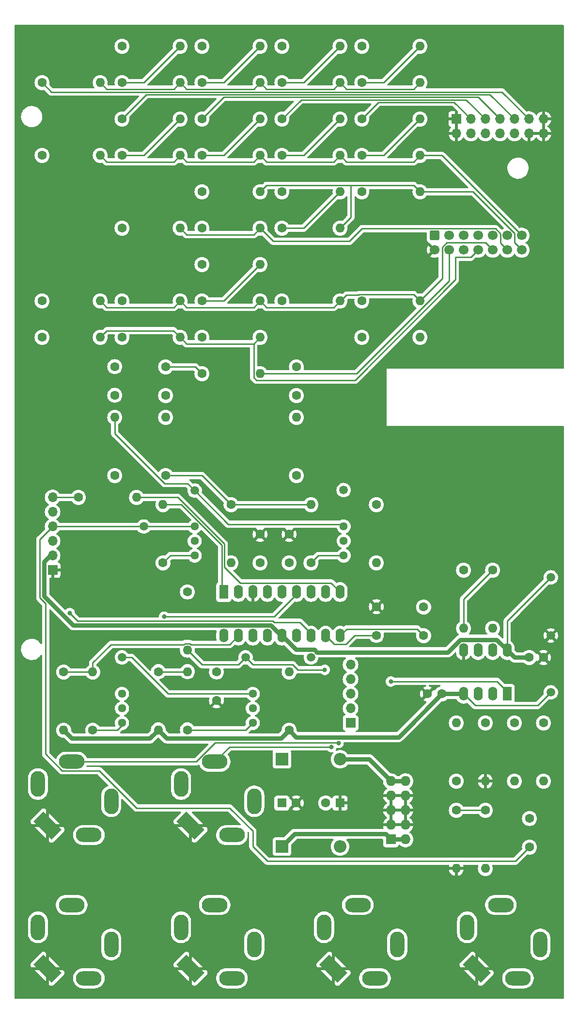
<source format=gbl>
G04 #@! TF.GenerationSoftware,KiCad,Pcbnew,7.0.0-rc2-unknown-92a61b187f~165~ubuntu22.04.1*
G04 #@! TF.CreationDate,2023-02-10T23:31:28-05:00*
G04 #@! TF.ProjectId,pmf_b1,706d665f-6231-42e6-9b69-6361645f7063,rev?*
G04 #@! TF.SameCoordinates,Original*
G04 #@! TF.FileFunction,Copper,L2,Bot*
G04 #@! TF.FilePolarity,Positive*
%FSLAX46Y46*%
G04 Gerber Fmt 4.6, Leading zero omitted, Abs format (unit mm)*
G04 Created by KiCad (PCBNEW 7.0.0-rc2-unknown-92a61b187f~165~ubuntu22.04.1) date 2023-02-10 23:31:28*
%MOMM*%
%LPD*%
G01*
G04 APERTURE LIST*
G04 Aperture macros list*
%AMRoundRect*
0 Rectangle with rounded corners*
0 $1 Rounding radius*
0 $2 $3 $4 $5 $6 $7 $8 $9 X,Y pos of 4 corners*
0 Add a 4 corners polygon primitive as box body*
4,1,4,$2,$3,$4,$5,$6,$7,$8,$9,$2,$3,0*
0 Add four circle primitives for the rounded corners*
1,1,$1+$1,$2,$3*
1,1,$1+$1,$4,$5*
1,1,$1+$1,$6,$7*
1,1,$1+$1,$8,$9*
0 Add four rect primitives between the rounded corners*
20,1,$1+$1,$2,$3,$4,$5,0*
20,1,$1+$1,$4,$5,$6,$7,0*
20,1,$1+$1,$6,$7,$8,$9,0*
20,1,$1+$1,$8,$9,$2,$3,0*%
%AMRotRect*
0 Rectangle, with rotation*
0 The origin of the aperture is its center*
0 $1 length*
0 $2 width*
0 $3 Rotation angle, in degrees counterclockwise*
0 Add horizontal line*
21,1,$1,$2,0,0,$3*%
G04 Aperture macros list end*
G04 #@! TA.AperFunction,ComponentPad*
%ADD10O,2.500000X4.500001*%
G04 #@! TD*
G04 #@! TA.AperFunction,ComponentPad*
%ADD11O,4.500001X2.500001*%
G04 #@! TD*
G04 #@! TA.AperFunction,ComponentPad*
%ADD12RotRect,4.500001X2.500001X315.000000*%
G04 #@! TD*
G04 #@! TA.AperFunction,ComponentPad*
%ADD13O,4.500000X2.500000*%
G04 #@! TD*
G04 #@! TA.AperFunction,ComponentPad*
%ADD14O,2.500000X4.500000*%
G04 #@! TD*
G04 #@! TA.AperFunction,ComponentPad*
%ADD15R,1.700000X1.700000*%
G04 #@! TD*
G04 #@! TA.AperFunction,ComponentPad*
%ADD16O,1.700000X1.700000*%
G04 #@! TD*
G04 #@! TA.AperFunction,ComponentPad*
%ADD17C,1.600000*%
G04 #@! TD*
G04 #@! TA.AperFunction,ComponentPad*
%ADD18O,1.600000X1.600000*%
G04 #@! TD*
G04 #@! TA.AperFunction,ComponentPad*
%ADD19C,1.500000*%
G04 #@! TD*
G04 #@! TA.AperFunction,ComponentPad*
%ADD20RoundRect,0.250000X-0.600000X0.600000X-0.600000X-0.600000X0.600000X-0.600000X0.600000X0.600000X0*%
G04 #@! TD*
G04 #@! TA.AperFunction,ComponentPad*
%ADD21C,1.700000*%
G04 #@! TD*
G04 #@! TA.AperFunction,ComponentPad*
%ADD22R,1.600000X2.400000*%
G04 #@! TD*
G04 #@! TA.AperFunction,ComponentPad*
%ADD23O,1.600000X2.400000*%
G04 #@! TD*
G04 #@! TA.AperFunction,ComponentPad*
%ADD24R,1.600000X1.600000*%
G04 #@! TD*
G04 #@! TA.AperFunction,ComponentPad*
%ADD25C,1.440000*%
G04 #@! TD*
G04 #@! TA.AperFunction,ComponentPad*
%ADD26R,2.200000X2.200000*%
G04 #@! TD*
G04 #@! TA.AperFunction,ComponentPad*
%ADD27O,2.200000X2.200000*%
G04 #@! TD*
G04 #@! TA.AperFunction,ComponentPad*
%ADD28R,1.727200X1.727200*%
G04 #@! TD*
G04 #@! TA.AperFunction,ComponentPad*
%ADD29O,1.727200X1.727200*%
G04 #@! TD*
G04 #@! TA.AperFunction,ViaPad*
%ADD30C,0.800000*%
G04 #@! TD*
G04 #@! TA.AperFunction,Conductor*
%ADD31C,0.750000*%
G04 #@! TD*
G04 #@! TA.AperFunction,Conductor*
%ADD32C,0.250000*%
G04 #@! TD*
G04 APERTURE END LIST*
D10*
G04 #@! TO.P,J8,R*
G04 #@! TO.N,N/C*
X143899999Y-150499999D03*
D11*
G04 #@! TO.P,J8,RN*
X139999999Y-156399999D03*
D12*
G04 #@! TO.P,J8,S*
G04 #@! TO.N,Board_0-GND*
X132759999Y-154739999D03*
D13*
G04 #@! TO.P,J8,T*
G04 #@! TO.N,Board_0-/Other stuff/FREQ_CV_IN*
X136999999Y-143599999D03*
D14*
G04 #@! TO.P,J8,TN*
G04 #@! TO.N,N/C*
X131099999Y-147499999D03*
G04 #@! TD*
D15*
G04 #@! TO.P,J1,1,Pin_1*
G04 #@! TO.N,Board_0-GND*
X108659999Y-110159999D03*
D16*
G04 #@! TO.P,J1,2,Pin_2*
G04 #@! TO.N,Board_0-+12V*
X108659999Y-107619999D03*
G04 #@! TO.P,J1,3,Pin_3*
G04 #@! TO.N,Board_0--12V*
X108659999Y-105079999D03*
G04 #@! TO.P,J1,4,Pin_4*
G04 #@! TO.N,Board_0-/Filter core/INPUT*
X108659999Y-102539999D03*
G04 #@! TO.P,J1,5,Pin_5*
G04 #@! TO.N,Board_0-/Filter core/FREQ_CV*
X108659999Y-99999999D03*
G04 #@! TO.P,J1,6,Pin_6*
G04 #@! TO.N,Board_0-/Filter core/RES_CV*
X108659999Y-97459999D03*
G04 #@! TD*
D10*
G04 #@! TO.P,J7,R*
G04 #@! TO.N,N/C*
X143899999Y-175499999D03*
D11*
G04 #@! TO.P,J7,RN*
X139999999Y-181399999D03*
D12*
G04 #@! TO.P,J7,S*
G04 #@! TO.N,Board_0-GND*
X132759999Y-179739999D03*
D13*
G04 #@! TO.P,J7,T*
G04 #@! TO.N,Board_0-/Other stuff/V{slash}OCT_IN*
X136999999Y-168599999D03*
D14*
G04 #@! TO.P,J7,TN*
G04 #@! TO.N,N/C*
X131099999Y-172499999D03*
G04 #@! TD*
D10*
G04 #@! TO.P,J5,R*
G04 #@! TO.N,N/C*
X118899999Y-150499999D03*
D11*
G04 #@! TO.P,J5,RN*
X114999999Y-156399999D03*
D12*
G04 #@! TO.P,J5,S*
G04 #@! TO.N,Board_0-GND*
X107759999Y-154739999D03*
D13*
G04 #@! TO.P,J5,T*
G04 #@! TO.N,Board_0-/Other stuff/IN1*
X111999999Y-143599999D03*
D14*
G04 #@! TO.P,J5,TN*
G04 #@! TO.N,N/C*
X106099999Y-147499999D03*
G04 #@! TD*
D10*
G04 #@! TO.P,J9,R*
G04 #@! TO.N,N/C*
X168899999Y-175499999D03*
D11*
G04 #@! TO.P,J9,RN*
X164999999Y-181399999D03*
D12*
G04 #@! TO.P,J9,S*
G04 #@! TO.N,Board_0-GND*
X157759999Y-179739999D03*
D13*
G04 #@! TO.P,J9,T*
G04 #@! TO.N,Board_0-/Other stuff/RES_CV_IN*
X161999999Y-168599999D03*
D14*
G04 #@! TO.P,J9,TN*
G04 #@! TO.N,N/C*
X156099999Y-172499999D03*
G04 #@! TD*
D15*
G04 #@! TO.P,J2,1,Pin_1*
G04 #@! TO.N,Board_0-/Other stuff/IN1*
X160729999Y-136829999D03*
D16*
G04 #@! TO.P,J2,2,Pin_2*
G04 #@! TO.N,Board_0-/Other stuff/IN2*
X160729999Y-134289999D03*
G04 #@! TO.P,J2,3,Pin_3*
G04 #@! TO.N,Board_0-/Other stuff/RES_CV_IN*
X160729999Y-131749999D03*
G04 #@! TO.P,J2,4,Pin_4*
G04 #@! TO.N,Board_0-/Other stuff/FREQ_CV_IN*
X160729999Y-129209999D03*
G04 #@! TO.P,J2,5,Pin_5*
G04 #@! TO.N,Board_0-/Other stuff/V{slash}OCT_IN*
X160729999Y-126669999D03*
G04 #@! TD*
D10*
G04 #@! TO.P,J6,R*
G04 #@! TO.N,N/C*
X118899999Y-175499999D03*
D11*
G04 #@! TO.P,J6,RN*
X114999999Y-181399999D03*
D12*
G04 #@! TO.P,J6,S*
G04 #@! TO.N,Board_0-GND*
X107759999Y-179739999D03*
D13*
G04 #@! TO.P,J6,T*
G04 #@! TO.N,Board_0-/Other stuff/IN2*
X111999999Y-168599999D03*
D14*
G04 #@! TO.P,J6,TN*
G04 #@! TO.N,N/C*
X106099999Y-172499999D03*
G04 #@! TD*
D10*
G04 #@! TO.P,J12,R*
G04 #@! TO.N,N/C*
X193899999Y-175499999D03*
D11*
G04 #@! TO.P,J12,RN*
X189999999Y-181399999D03*
D12*
G04 #@! TO.P,J12,S*
G04 #@! TO.N,Board_0-GND*
X182759999Y-179739999D03*
D13*
G04 #@! TO.P,J12,T*
G04 #@! TO.N,Board_0-/Other stuff/OUT*
X186999999Y-168599999D03*
D14*
G04 #@! TO.P,J12,TN*
G04 #@! TO.N,N/C*
X181099999Y-172499999D03*
G04 #@! TD*
D17*
G04 #@! TO.P,R56,1*
G04 #@! TO.N,Board_0-Net-(R55-Pad2)*
X179210000Y-152070000D03*
D18*
G04 #@! TO.P,R56,2*
G04 #@! TO.N,Board_0-GND*
X179209999Y-162229999D03*
G04 #@! TD*
D17*
G04 #@! TO.P,R44,1*
G04 #@! TO.N,Board_0-Net-(R29-Pad2)*
X120790000Y-25070000D03*
D18*
G04 #@! TO.P,R44,2*
G04 #@! TO.N,Board_0-/Other stuff/M_NTB*
X130949999Y-25069999D03*
G04 #@! TD*
D17*
G04 #@! TO.P,R26,1*
G04 #@! TO.N,Board_0-LP3*
X148730000Y-44120000D03*
D18*
G04 #@! TO.P,R26,2*
G04 #@! TO.N,Board_0-Net-(R26-Pad2)*
X158889999Y-44119999D03*
G04 #@! TD*
D19*
G04 #@! TO.P,TP2,1,1*
G04 #@! TO.N,Board_0-Net-(U1-OUT1)*
X133490000Y-96270000D03*
G04 #@! TD*
D17*
G04 #@! TO.P,R32,1*
G04 #@! TO.N,Board_0-LP2*
X134760000Y-69520000D03*
D18*
G04 #@! TO.P,R32,2*
G04 #@! TO.N,Board_0-/Other stuff/M_HP2*
X144919999Y-69519999D03*
G04 #@! TD*
D17*
G04 #@! TO.P,R11,1*
G04 #@! TO.N,Board_0-Net-(U1-IN3)*
X151270000Y-93650000D03*
D18*
G04 #@! TO.P,R11,2*
G04 #@! TO.N,Board_0-Net-(U1-OUT3)*
X151269999Y-83489999D03*
G04 #@! TD*
D19*
G04 #@! TO.P,TP4,1,1*
G04 #@! TO.N,Board_0-/Filter core/FREQ_CV*
X153810000Y-125400000D03*
G04 #@! TD*
D20*
G04 #@! TO.P,J11,1,Pin_1*
G04 #@! TO.N,Board_0-Net-(J11-Pin_1)*
X175400000Y-51740000D03*
D21*
G04 #@! TO.P,J11,2,Pin_2*
G04 #@! TO.N,Board_0-GND*
X175400000Y-54280000D03*
G04 #@! TO.P,J11,3,Pin_3*
G04 #@! TO.N,Board_0-LINK4*
X177940000Y-51740000D03*
G04 #@! TO.P,J11,4,Pin_4*
G04 #@! TO.N,Board_0-/Other stuff/M_LP2*
X177940000Y-54280000D03*
G04 #@! TO.P,J11,5,Pin_5*
G04 #@! TO.N,Board_0-LINK3*
X180480000Y-51740000D03*
G04 #@! TO.P,J11,6,Pin_6*
G04 #@! TO.N,Board_0-/Other stuff/M_LP4*
X180480000Y-54280000D03*
G04 #@! TO.P,J11,7,Pin_7*
G04 #@! TO.N,Board_0-LINK2*
X183020000Y-51740000D03*
G04 #@! TO.P,J11,8,Pin_8*
G04 #@! TO.N,Board_0-/Other stuff/M_HP2*
X183020000Y-54280000D03*
G04 #@! TO.P,J11,9,Pin_9*
G04 #@! TO.N,Board_0-LINK1*
X185560000Y-51740000D03*
G04 #@! TO.P,J11,10,Pin_10*
G04 #@! TO.N,Board_0-/Other stuff/M_HP4*
X185560000Y-54280000D03*
G04 #@! TO.P,J11,11,Pin_11*
G04 #@! TO.N,Board_0-/Other stuff/M_NTB*
X188100000Y-51740000D03*
G04 #@! TO.P,J11,12,Pin_12*
G04 #@! TO.N,Board_0-/Other stuff/M_BP2*
X188100000Y-54280000D03*
G04 #@! TO.P,J11,13,Pin_13*
G04 #@! TO.N,Board_0-/Other stuff/M_NTA*
X190640000Y-51740000D03*
G04 #@! TO.P,J11,14,Pin_14*
G04 #@! TO.N,Board_0-/Other stuff/M_BP4*
X190640000Y-54280000D03*
G04 #@! TD*
D19*
G04 #@! TO.P,TP8,1,1*
G04 #@! TO.N,Board_0-GND*
X195720000Y-121590000D03*
G04 #@! TD*
D22*
G04 #@! TO.P,U1,1,IN1*
G04 #@! TO.N,Board_0-Net-(U1-IN1)*
X138579999Y-113979999D03*
D23*
G04 #@! TO.P,U1,2,IN2*
G04 #@! TO.N,Board_0-Net-(U1-IN2)*
X141119999Y-113979999D03*
G04 #@! TO.P,U1,3,GND*
G04 #@! TO.N,Board_0-GND*
X143659999Y-113979999D03*
G04 #@! TO.P,U1,4,CAP2*
G04 #@! TO.N,Board_0-Net-(U1-CAP2)*
X146199999Y-113979999D03*
G04 #@! TO.P,U1,5,CAP1*
G04 #@! TO.N,Board_0-Net-(U1-CAP1)*
X148739999Y-113979999D03*
G04 #@! TO.P,U1,6,OUT2*
G04 #@! TO.N,Board_0-Net-(U1-OUT2)*
X151279999Y-113979999D03*
G04 #@! TO.P,U1,7,OUT1*
G04 #@! TO.N,Board_0-Net-(U1-OUT1)*
X153819999Y-113979999D03*
G04 #@! TO.P,U1,8,VRES*
G04 #@! TO.N,Board_0-Net-(U1-VRES)*
X156359999Y-113979999D03*
G04 #@! TO.P,U1,9,IRES*
G04 #@! TO.N,Board_0-Net-(U1-IRES)*
X158899999Y-113979999D03*
G04 #@! TO.P,U1,10,OUT4*
G04 #@! TO.N,Board_0-Net-(U1-OUT4)*
X158899999Y-121599999D03*
G04 #@! TO.P,U1,11,CAP4*
G04 #@! TO.N,Board_0-Net-(U1-CAP4)*
X156359999Y-121599999D03*
G04 #@! TO.P,U1,12,VCFI*
G04 #@! TO.N,Board_0-/Filter core/FREQ_CV*
X153819999Y-121599999D03*
G04 #@! TO.P,U1,13,VEE*
G04 #@! TO.N,Board_0-Net-(U1-VEE)*
X151279999Y-121599999D03*
G04 #@! TO.P,U1,14,VCC*
G04 #@! TO.N,Board_0-+12V*
X148739999Y-121599999D03*
G04 #@! TO.P,U1,15,OUT3*
G04 #@! TO.N,Board_0-Net-(U1-OUT3)*
X146199999Y-121599999D03*
G04 #@! TO.P,U1,16,CAP3*
G04 #@! TO.N,Board_0-Net-(U1-CAP3)*
X143659999Y-121599999D03*
G04 #@! TO.P,U1,17,IN3*
G04 #@! TO.N,Board_0-Net-(U1-IN3)*
X141119999Y-121599999D03*
G04 #@! TO.P,U1,18,IN4*
G04 #@! TO.N,Board_0-Net-(U1-IN4)*
X138579999Y-121599999D03*
G04 #@! TD*
D24*
G04 #@! TO.P,C11,1*
G04 #@! TO.N,Board_0-GND*
X158889999Y-150799999D03*
D17*
G04 #@! TO.P,C11,2*
G04 #@! TO.N,Board_0--12V*
X156390000Y-150800000D03*
G04 #@! TD*
G04 #@! TO.P,R57,1*
G04 #@! TO.N,Board_0-Net-(R55-Pad2)*
X184290000Y-152070000D03*
D18*
G04 #@! TO.P,R57,2*
G04 #@! TO.N,Board_0-/Other stuff/OUT*
X184289999Y-162229999D03*
G04 #@! TD*
D19*
G04 #@! TO.P,TP5,1,1*
G04 #@! TO.N,Board_0-Net-(U1-OUT3)*
X120790000Y-125390000D03*
G04 #@! TD*
D17*
G04 #@! TO.P,R24,1*
G04 #@! TO.N,Board_0-LP1*
X120790000Y-63170000D03*
D18*
G04 #@! TO.P,R24,2*
G04 #@! TO.N,Board_0-/Other stuff/M_HP4*
X130949999Y-63169999D03*
G04 #@! TD*
D17*
G04 #@! TO.P,R21,1*
G04 #@! TO.N,Board_0-INPUT*
X106820000Y-37770000D03*
D18*
G04 #@! TO.P,R21,2*
G04 #@! TO.N,Board_0-/Other stuff/M_NTA*
X116979999Y-37769999D03*
G04 #@! TD*
D17*
G04 #@! TO.P,R22,1*
G04 #@! TO.N,Board_0-INPUT*
X106820000Y-25070000D03*
D18*
G04 #@! TO.P,R22,2*
G04 #@! TO.N,Board_0-/Other stuff/M_NTB*
X116979999Y-25069999D03*
G04 #@! TD*
D17*
G04 #@! TO.P,R49,1*
G04 #@! TO.N,Board_0-LP4*
X162700000Y-44120000D03*
D18*
G04 #@! TO.P,R49,2*
G04 #@! TO.N,Board_0-/Other stuff/M_BP4*
X172859999Y-44119999D03*
G04 #@! TD*
D17*
G04 #@! TO.P,R39,1*
G04 #@! TO.N,Board_0-LP4*
X162700000Y-18720000D03*
D18*
G04 #@! TO.P,R39,2*
G04 #@! TO.N,Board_0-Net-(R39-Pad2)*
X172859999Y-18719999D03*
G04 #@! TD*
D25*
G04 #@! TO.P,RV1,1,1*
G04 #@! TO.N,Board_0-/Filter core/INPUT*
X133490000Y-102540000D03*
G04 #@! TO.P,RV1,2,2*
G04 #@! TO.N,Board_0-Net-(R1-Pad1)*
X133490000Y-105080000D03*
G04 #@! TO.P,RV1,3,3*
X133490000Y-107620000D03*
G04 #@! TD*
D17*
G04 #@! TO.P,R50,1*
G04 #@! TO.N,Board_0-Net-(R36-Pad2)*
X134760000Y-37770000D03*
D18*
G04 #@! TO.P,R50,2*
G04 #@! TO.N,Board_0-/Other stuff/M_NTA*
X144919999Y-37769999D03*
G04 #@! TD*
D17*
G04 #@! TO.P,R16,1*
G04 #@! TO.N,Board_0-Net-(U1-IN4)*
X132220000Y-113960000D03*
D18*
G04 #@! TO.P,R16,2*
G04 #@! TO.N,Board_0-Net-(U1-OUT4)*
X132219999Y-124119999D03*
G04 #@! TD*
D17*
G04 #@! TO.P,R38,1*
G04 #@! TO.N,Board_0-LP2*
X134760000Y-18720000D03*
D18*
G04 #@! TO.P,R38,2*
G04 #@! TO.N,Board_0-Net-(R38-Pad2)*
X144919999Y-18719999D03*
G04 #@! TD*
D17*
G04 #@! TO.P,R25,1*
G04 #@! TO.N,Board_0-LP1*
X120790000Y-50470000D03*
D18*
G04 #@! TO.P,R25,2*
G04 #@! TO.N,Board_0-/Other stuff/M_BP2*
X130949999Y-50469999D03*
G04 #@! TD*
D17*
G04 #@! TO.P,R48,1*
G04 #@! TO.N,Board_0-LP4*
X162700000Y-63170000D03*
D18*
G04 #@! TO.P,R48,2*
G04 #@! TO.N,Board_0-/Other stuff/M_HP4*
X172859999Y-63169999D03*
G04 #@! TD*
D17*
G04 #@! TO.P,R31,1*
G04 #@! TO.N,Board_0-LP2*
X134760000Y-75870000D03*
D18*
G04 #@! TO.P,R31,2*
G04 #@! TO.N,Board_0-/Other stuff/M_LP2*
X144919999Y-75869999D03*
G04 #@! TD*
D17*
G04 #@! TO.P,C6,1*
G04 #@! TO.N,Board_0-Net-(U1-OUT3)*
X151270000Y-79680000D03*
G04 #@! TO.P,C6,2*
G04 #@! TO.N,Board_0-LP3*
X151270000Y-74680000D03*
G04 #@! TD*
G04 #@! TO.P,R29,1*
G04 #@! TO.N,Board_0-LP1*
X120790000Y-18720000D03*
D18*
G04 #@! TO.P,R29,2*
G04 #@! TO.N,Board_0-Net-(R29-Pad2)*
X130949999Y-18719999D03*
G04 #@! TD*
D17*
G04 #@! TO.P,C13,1*
G04 #@! TO.N,Board_0-GND*
X174170000Y-131750000D03*
G04 #@! TO.P,C13,2*
G04 #@! TO.N,Board_0--12V*
X176670000Y-131750000D03*
G04 #@! TD*
D22*
G04 #@! TO.P,U2,1*
G04 #@! TO.N,Board_0-Net-(R10-Pad2)*
X188099999Y-131749999D03*
D23*
G04 #@! TO.P,U2,2,-*
G04 #@! TO.N,Board_0-Net-(U2A--)*
X185559999Y-131749999D03*
G04 #@! TO.P,U2,3,+*
G04 #@! TO.N,Board_0-Net-(U2A-+)*
X183019999Y-131749999D03*
G04 #@! TO.P,U2,4,V-*
G04 #@! TO.N,Board_0--12V*
X180479999Y-131749999D03*
G04 #@! TO.P,U2,5,+*
G04 #@! TO.N,Board_0-GND*
X180479999Y-124129999D03*
G04 #@! TO.P,U2,6,-*
G04 #@! TO.N,Board_0-Net-(J11-Pin_1)*
X183019999Y-124129999D03*
G04 #@! TO.P,U2,7*
G04 #@! TO.N,Board_0-Net-(R55-Pad2)*
X185559999Y-124129999D03*
G04 #@! TO.P,U2,8,V+*
G04 #@! TO.N,Board_0-+12V*
X188099999Y-124129999D03*
G04 #@! TD*
D24*
G04 #@! TO.P,C10,1*
G04 #@! TO.N,Board_0-+12V*
X148729999Y-150799999D03*
D17*
G04 #@! TO.P,C10,2*
G04 #@! TO.N,Board_0-GND*
X151230000Y-150800000D03*
G04 #@! TD*
D26*
G04 #@! TO.P,D2,1,K*
G04 #@! TO.N,Board_0-/Other stuff/-12V_IN*
X148729999Y-158419999D03*
D27*
G04 #@! TO.P,D2,2,A*
G04 #@! TO.N,Board_0--12V*
X158889999Y-158419999D03*
G04 #@! TD*
D17*
G04 #@! TO.P,C5,1*
G04 #@! TO.N,Board_0-Net-(U1-CAP3)*
X137300000Y-127930000D03*
G04 #@! TO.P,C5,2*
G04 #@! TO.N,Board_0-GND*
X137300000Y-132930000D03*
G04 #@! TD*
G04 #@! TO.P,R37,1*
G04 #@! TO.N,Board_0-LP4*
X162700000Y-31420000D03*
D18*
G04 #@! TO.P,R37,2*
G04 #@! TO.N,Board_0-Net-(R37-Pad2)*
X172859999Y-31419999D03*
G04 #@! TD*
D17*
G04 #@! TO.P,R28,1*
G04 #@! TO.N,Board_0-LP3*
X148730000Y-31420000D03*
D18*
G04 #@! TO.P,R28,2*
G04 #@! TO.N,Board_0-Net-(R28-Pad2)*
X158889999Y-31419999D03*
G04 #@! TD*
D17*
G04 #@! TO.P,R30,1*
G04 #@! TO.N,Board_0-LP3*
X148730000Y-18720000D03*
D18*
G04 #@! TO.P,R30,2*
G04 #@! TO.N,Board_0-Net-(R30-Pad2)*
X158889999Y-18719999D03*
G04 #@! TD*
D25*
G04 #@! TO.P,RV4,1,1*
G04 #@! TO.N,Board_0-Net-(U1-OUT3)*
X143650000Y-131740000D03*
G04 #@! TO.P,RV4,2,2*
G04 #@! TO.N,Board_0-Net-(R13-Pad1)*
X143650000Y-134280000D03*
G04 #@! TO.P,RV4,3,3*
X143650000Y-136820000D03*
G04 #@! TD*
D17*
G04 #@! TO.P,R4,1*
G04 #@! TO.N,Board_0--12V*
X150000000Y-138100000D03*
D18*
G04 #@! TO.P,R4,2*
G04 #@! TO.N,Board_0-Net-(U1-VEE)*
X149999999Y-127939999D03*
G04 #@! TD*
D25*
G04 #@! TO.P,RV3,1,1*
G04 #@! TO.N,Board_0-Net-(U1-OUT2)*
X120790000Y-131740000D03*
G04 #@! TO.P,RV3,2,2*
G04 #@! TO.N,Board_0-Net-(R8-Pad1)*
X120790000Y-134280000D03*
G04 #@! TO.P,RV3,3,3*
X120790000Y-136820000D03*
G04 #@! TD*
D19*
G04 #@! TO.P,TP6,1,1*
G04 #@! TO.N,Board_0-Net-(U1-OUT4)*
X142380000Y-125390000D03*
G04 #@! TD*
D15*
G04 #@! TO.P,J14,1,Pin_1*
G04 #@! TO.N,Board_0-GND*
X179209999Y-31419999D03*
D16*
G04 #@! TO.P,J14,2,Pin_2*
X179209999Y-33959999D03*
G04 #@! TO.P,J14,3,Pin_3*
G04 #@! TO.N,Board_0-LP4*
X181749999Y-31419999D03*
G04 #@! TO.P,J14,4,Pin_4*
G04 #@! TO.N,Board_0-LINK4*
X181749999Y-33959999D03*
G04 #@! TO.P,J14,5,Pin_5*
G04 #@! TO.N,Board_0-LP3*
X184289999Y-31419999D03*
G04 #@! TO.P,J14,6,Pin_6*
G04 #@! TO.N,Board_0-LINK3*
X184289999Y-33959999D03*
G04 #@! TO.P,J14,7,Pin_7*
G04 #@! TO.N,Board_0-LP2*
X186829999Y-31419999D03*
G04 #@! TO.P,J14,8,Pin_8*
G04 #@! TO.N,Board_0-LINK2*
X186829999Y-33959999D03*
G04 #@! TO.P,J14,9,Pin_9*
G04 #@! TO.N,Board_0-LP1*
X189369999Y-31419999D03*
G04 #@! TO.P,J14,10,Pin_10*
G04 #@! TO.N,Board_0-LINK1*
X189369999Y-33959999D03*
G04 #@! TO.P,J14,11,Pin_11*
G04 #@! TO.N,Board_0-INPUT*
X191909999Y-31419999D03*
G04 #@! TO.P,J14,12,Pin_12*
G04 #@! TO.N,Board_0-GND*
X191909999Y-33959999D03*
G04 #@! TO.P,J14,13,Pin_13*
X194449999Y-31419999D03*
G04 #@! TO.P,J14,14,Pin_14*
X194449999Y-33959999D03*
G04 #@! TD*
D17*
G04 #@! TO.P,R2,1*
G04 #@! TO.N,Board_0-Net-(U1-IN1)*
X119520000Y-93650000D03*
D18*
G04 #@! TO.P,R2,2*
G04 #@! TO.N,Board_0-Net-(U1-OUT1)*
X119519999Y-83489999D03*
G04 #@! TD*
D17*
G04 #@! TO.P,R17,1*
G04 #@! TO.N,Board_0-Net-(U2A--)*
X189370000Y-136830000D03*
D18*
G04 #@! TO.P,R17,2*
G04 #@! TO.N,Board_0-Net-(C9-Pad1)*
X189369999Y-146989999D03*
G04 #@! TD*
D17*
G04 #@! TO.P,C4,1*
G04 #@! TO.N,Board_0-Net-(U1-OUT2)*
X128410000Y-79680000D03*
G04 #@! TO.P,C4,2*
G04 #@! TO.N,Board_0-LP2*
X128410000Y-74680000D03*
G04 #@! TD*
G04 #@! TO.P,R47,1*
G04 #@! TO.N,Board_0-Net-(R33-Pad2)*
X134760000Y-63170000D03*
D18*
G04 #@! TO.P,R47,2*
G04 #@! TO.N,Board_0-/Other stuff/M_HP4*
X144919999Y-63169999D03*
G04 #@! TD*
D17*
G04 #@! TO.P,C1,1*
G04 #@! TO.N,Board_0-Net-(U1-CAP1)*
X150000000Y-108890000D03*
G04 #@! TO.P,C1,2*
G04 #@! TO.N,Board_0-GND*
X150000000Y-103890000D03*
G04 #@! TD*
G04 #@! TO.P,R10,1*
G04 #@! TO.N,Board_0-Net-(U1-VRES)*
X165240000Y-98730000D03*
D18*
G04 #@! TO.P,R10,2*
G04 #@! TO.N,Board_0-Net-(R10-Pad2)*
X165239999Y-108889999D03*
G04 #@! TD*
D17*
G04 #@! TO.P,C3,1*
G04 #@! TO.N,Board_0-Net-(U1-CAP2)*
X144920000Y-108890000D03*
G04 #@! TO.P,C3,2*
G04 #@! TO.N,Board_0-GND*
X144920000Y-103890000D03*
G04 #@! TD*
G04 #@! TO.P,R33,1*
G04 #@! TO.N,Board_0-LP2*
X134760000Y-56820000D03*
D18*
G04 #@! TO.P,R33,2*
G04 #@! TO.N,Board_0-Net-(R33-Pad2)*
X144919999Y-56819999D03*
G04 #@! TD*
D17*
G04 #@! TO.P,C7,1*
G04 #@! TO.N,Board_0-Net-(U1-CAP4)*
X165240000Y-121550000D03*
G04 #@! TO.P,C7,2*
G04 #@! TO.N,Board_0-GND*
X165240000Y-116550000D03*
G04 #@! TD*
G04 #@! TO.P,C8,1*
G04 #@! TO.N,Board_0-Net-(U1-OUT4)*
X173495000Y-121590000D03*
G04 #@! TO.P,C8,2*
G04 #@! TO.N,Board_0-LP4*
X173495000Y-116590000D03*
G04 #@! TD*
G04 #@! TO.P,R55,1*
G04 #@! TO.N,Board_0-Net-(R54-Pad2)*
X185560000Y-110160000D03*
D18*
G04 #@! TO.P,R55,2*
G04 #@! TO.N,Board_0-Net-(R55-Pad2)*
X185559999Y-120319999D03*
G04 #@! TD*
D17*
G04 #@! TO.P,R36,1*
G04 #@! TO.N,Board_0-LP2*
X134760000Y-31420000D03*
D18*
G04 #@! TO.P,R36,2*
G04 #@! TO.N,Board_0-Net-(R36-Pad2)*
X144919999Y-31419999D03*
G04 #@! TD*
D17*
G04 #@! TO.P,C12,1*
G04 #@! TO.N,Board_0-+12V*
X191950000Y-125400000D03*
G04 #@! TO.P,C12,2*
G04 #@! TO.N,Board_0-GND*
X194450000Y-125400000D03*
G04 #@! TD*
G04 #@! TO.P,R40,1*
G04 #@! TO.N,Board_0-LP3*
X148730000Y-63170000D03*
D18*
G04 #@! TO.P,R40,2*
G04 #@! TO.N,Board_0-/Other stuff/M_HP4*
X158889999Y-63169999D03*
G04 #@! TD*
D17*
G04 #@! TO.P,R9,1*
G04 #@! TO.N,Board_0-Net-(U1-IN3)*
X110590000Y-127950000D03*
D18*
G04 #@! TO.P,R9,2*
G04 #@! TO.N,Board_0--12V*
X110589999Y-138109999D03*
G04 #@! TD*
D17*
G04 #@! TO.P,R51,1*
G04 #@! TO.N,Board_0-Net-(R37-Pad2)*
X162700000Y-37770000D03*
D18*
G04 #@! TO.P,R51,2*
G04 #@! TO.N,Board_0-/Other stuff/M_NTA*
X172859999Y-37769999D03*
G04 #@! TD*
D17*
G04 #@! TO.P,R13,1*
G04 #@! TO.N,Board_0-Net-(R13-Pad1)*
X132220000Y-138050000D03*
D18*
G04 #@! TO.P,R13,2*
G04 #@! TO.N,Board_0-Net-(U1-IN4)*
X132219999Y-127889999D03*
G04 #@! TD*
D17*
G04 #@! TO.P,R18,1*
G04 #@! TO.N,Board_0-Net-(U2A-+)*
X179210000Y-146990000D03*
D18*
G04 #@! TO.P,R18,2*
G04 #@! TO.N,Board_0-LP4*
X179209999Y-136829999D03*
G04 #@! TD*
D17*
G04 #@! TO.P,R43,1*
G04 #@! TO.N,Board_0-Net-(R28-Pad2)*
X148730000Y-37770000D03*
D18*
G04 #@! TO.P,R43,2*
G04 #@! TO.N,Board_0-/Other stuff/M_NTA*
X158889999Y-37769999D03*
G04 #@! TD*
D19*
G04 #@! TO.P,TP9,1,1*
G04 #@! TO.N,Board_0--12V*
X195720000Y-131490000D03*
G04 #@! TD*
D17*
G04 #@! TO.P,R20,1*
G04 #@! TO.N,Board_0-INPUT*
X106820000Y-63170000D03*
D18*
G04 #@! TO.P,R20,2*
G04 #@! TO.N,Board_0-/Other stuff/M_HP4*
X116979999Y-63169999D03*
G04 #@! TD*
D19*
G04 #@! TO.P,TP1,1,1*
G04 #@! TO.N,Board_0-/Filter core/INPUT*
X124600000Y-102550000D03*
G04 #@! TD*
D17*
G04 #@! TO.P,R7,1*
G04 #@! TO.N,Board_0-/Filter core/RES_CV*
X113170000Y-97460000D03*
D18*
G04 #@! TO.P,R7,2*
G04 #@! TO.N,Board_0-Net-(U1-IRES)*
X123329999Y-97459999D03*
G04 #@! TD*
D17*
G04 #@! TO.P,R27,1*
G04 #@! TO.N,Board_0-LP1*
X120790000Y-31420000D03*
D18*
G04 #@! TO.P,R27,2*
G04 #@! TO.N,Board_0-Net-(R27-Pad2)*
X130949999Y-31419999D03*
G04 #@! TD*
D17*
G04 #@! TO.P,C9,1*
G04 #@! TO.N,Board_0-Net-(C9-Pad1)*
X192000000Y-153500000D03*
G04 #@! TO.P,C9,2*
G04 #@! TO.N,Board_0-/Filter core/INPUT*
X192000000Y-158500000D03*
G04 #@! TD*
G04 #@! TO.P,R23,1*
G04 #@! TO.N,Board_0-LP1*
X120790000Y-69520000D03*
D18*
G04 #@! TO.P,R23,2*
G04 #@! TO.N,Board_0-/Other stuff/M_HP2*
X130949999Y-69519999D03*
G04 #@! TD*
D17*
G04 #@! TO.P,R41,1*
G04 #@! TO.N,Board_0-Net-(R26-Pad2)*
X148730000Y-50470000D03*
D18*
G04 #@! TO.P,R41,2*
G04 #@! TO.N,Board_0-/Other stuff/M_BP4*
X158889999Y-50469999D03*
G04 #@! TD*
D17*
G04 #@! TO.P,R46,1*
G04 #@! TO.N,Board_0-LP4*
X162700000Y-69520000D03*
D18*
G04 #@! TO.P,R46,2*
G04 #@! TO.N,Board_0-/Other stuff/M_LP4*
X172859999Y-69519999D03*
G04 #@! TD*
D17*
G04 #@! TO.P,R19,1*
G04 #@! TO.N,Board_0-INPUT*
X106820000Y-69520000D03*
D18*
G04 #@! TO.P,R19,2*
G04 #@! TO.N,Board_0-/Other stuff/M_HP2*
X116979999Y-69519999D03*
G04 #@! TD*
D17*
G04 #@! TO.P,R42,1*
G04 #@! TO.N,Board_0-Net-(R27-Pad2)*
X120790000Y-37770000D03*
D18*
G04 #@! TO.P,R42,2*
G04 #@! TO.N,Board_0-/Other stuff/M_NTA*
X130949999Y-37769999D03*
G04 #@! TD*
D17*
G04 #@! TO.P,R12,1*
G04 #@! TO.N,Board_0-Net-(R10-Pad2)*
X194450000Y-136830000D03*
D18*
G04 #@! TO.P,R12,2*
G04 #@! TO.N,Board_0-Net-(U2A--)*
X194449999Y-146989999D03*
G04 #@! TD*
D26*
G04 #@! TO.P,D1,1,K*
G04 #@! TO.N,Board_0-+12V*
X148729999Y-143179999D03*
D27*
G04 #@! TO.P,D1,2,A*
G04 #@! TO.N,Board_0-/Other stuff/+12V_IN*
X158889999Y-143179999D03*
G04 #@! TD*
D17*
G04 #@! TO.P,R34,1*
G04 #@! TO.N,Board_0-LP2*
X134760000Y-50470000D03*
D18*
G04 #@! TO.P,R34,2*
G04 #@! TO.N,Board_0-/Other stuff/M_BP2*
X144919999Y-50469999D03*
G04 #@! TD*
D17*
G04 #@! TO.P,R35,1*
G04 #@! TO.N,Board_0-LP2*
X134760000Y-44120000D03*
D18*
G04 #@! TO.P,R35,2*
G04 #@! TO.N,Board_0-/Other stuff/M_BP4*
X144919999Y-44119999D03*
G04 #@! TD*
D17*
G04 #@! TO.P,R45,1*
G04 #@! TO.N,Board_0-Net-(R30-Pad2)*
X148730000Y-25070000D03*
D18*
G04 #@! TO.P,R45,2*
G04 #@! TO.N,Board_0-/Other stuff/M_NTB*
X158889999Y-25069999D03*
G04 #@! TD*
D17*
G04 #@! TO.P,R54,1*
G04 #@! TO.N,Board_0-Net-(J11-Pin_1)*
X180480000Y-110160000D03*
D18*
G04 #@! TO.P,R54,2*
G04 #@! TO.N,Board_0-Net-(R54-Pad2)*
X180479999Y-120319999D03*
G04 #@! TD*
D17*
G04 #@! TO.P,R3,1*
G04 #@! TO.N,Board_0-Net-(R3-Pad1)*
X153810000Y-108890000D03*
D18*
G04 #@! TO.P,R3,2*
G04 #@! TO.N,Board_0-Net-(U1-IN2)*
X153809999Y-98729999D03*
G04 #@! TD*
D17*
G04 #@! TO.P,R6,1*
G04 #@! TO.N,Board_0-Net-(U1-IN2)*
X128410000Y-93650000D03*
D18*
G04 #@! TO.P,R6,2*
G04 #@! TO.N,Board_0-Net-(U1-OUT2)*
X128409999Y-83489999D03*
G04 #@! TD*
D19*
G04 #@! TO.P,TP7,1,1*
G04 #@! TO.N,Board_0-+12V*
X195720000Y-111430000D03*
G04 #@! TD*
D28*
G04 #@! TO.P,J10,1,-12V*
G04 #@! TO.N,Board_0-/Other stuff/-12V_IN*
X167779999Y-157149999D03*
D29*
G04 #@! TO.P,J10,2,-12V*
X170319999Y-157149999D03*
G04 #@! TO.P,J10,3,GND*
G04 #@! TO.N,Board_0-GND*
X167779999Y-154609999D03*
G04 #@! TO.P,J10,4,GND*
X170319999Y-154609999D03*
G04 #@! TO.P,J10,5,GND*
X167779999Y-152069999D03*
G04 #@! TO.P,J10,6,GND*
X170319999Y-152069999D03*
G04 #@! TO.P,J10,7,GND*
X167779999Y-149529999D03*
G04 #@! TO.P,J10,8,GND*
X170319999Y-149529999D03*
G04 #@! TO.P,J10,9,+12V*
G04 #@! TO.N,Board_0-/Other stuff/+12V_IN*
X167779999Y-146989999D03*
G04 #@! TO.P,J10,10,+12V*
X170319999Y-146989999D03*
G04 #@! TD*
D17*
G04 #@! TO.P,R1,1*
G04 #@! TO.N,Board_0-Net-(R1-Pad1)*
X127950000Y-108900000D03*
D18*
G04 #@! TO.P,R1,2*
G04 #@! TO.N,Board_0-Net-(U1-IN1)*
X127949999Y-98739999D03*
G04 #@! TD*
D17*
G04 #@! TO.P,R15,1*
G04 #@! TO.N,Board_0-Net-(U2A-+)*
X184290000Y-136830000D03*
D18*
G04 #@! TO.P,R15,2*
G04 #@! TO.N,Board_0-GND*
X184289999Y-146989999D03*
G04 #@! TD*
D17*
G04 #@! TO.P,C2,1*
G04 #@! TO.N,Board_0-Net-(U1-OUT1)*
X119520000Y-79640000D03*
G04 #@! TO.P,C2,2*
G04 #@! TO.N,Board_0-LP1*
X119520000Y-74640000D03*
G04 #@! TD*
G04 #@! TO.P,R14,1*
G04 #@! TO.N,Board_0-Net-(U1-IN4)*
X127140000Y-127890000D03*
D18*
G04 #@! TO.P,R14,2*
G04 #@! TO.N,Board_0--12V*
X127139999Y-138049999D03*
G04 #@! TD*
D25*
G04 #@! TO.P,RV2,1,1*
G04 #@! TO.N,Board_0-Net-(U1-OUT1)*
X159525000Y-102530000D03*
G04 #@! TO.P,RV2,2,2*
G04 #@! TO.N,Board_0-Net-(R3-Pad1)*
X159525000Y-105070000D03*
G04 #@! TO.P,RV2,3,3*
X159525000Y-107610000D03*
G04 #@! TD*
D19*
G04 #@! TO.P,TP3,1,1*
G04 #@! TO.N,Board_0-Net-(U1-OUT2)*
X159525000Y-96190000D03*
G04 #@! TD*
D17*
G04 #@! TO.P,R5,1*
G04 #@! TO.N,Board_0-Net-(U1-IN2)*
X139840000Y-98730000D03*
D18*
G04 #@! TO.P,R5,2*
G04 #@! TO.N,Board_0--12V*
X139839999Y-108889999D03*
G04 #@! TD*
D17*
G04 #@! TO.P,R53,1*
G04 #@! TO.N,Board_0-Net-(R39-Pad2)*
X162700000Y-25070000D03*
D18*
G04 #@! TO.P,R53,2*
G04 #@! TO.N,Board_0-/Other stuff/M_NTB*
X172859999Y-25069999D03*
G04 #@! TD*
D17*
G04 #@! TO.P,R52,1*
G04 #@! TO.N,Board_0-Net-(R38-Pad2)*
X134760000Y-25070000D03*
D18*
G04 #@! TO.P,R52,2*
G04 #@! TO.N,Board_0-/Other stuff/M_NTB*
X144919999Y-25069999D03*
G04 #@! TD*
D17*
G04 #@! TO.P,R8,1*
G04 #@! TO.N,Board_0-Net-(R8-Pad1)*
X115670000Y-138110000D03*
D18*
G04 #@! TO.P,R8,2*
G04 #@! TO.N,Board_0-Net-(U1-IN3)*
X115669999Y-127949999D03*
G04 #@! TD*
D30*
G04 #@! TO.N,Board_0-/Filter core/FREQ_CV*
X111646000Y-117653000D03*
G04 #@! TO.N,Board_0-/Other stuff/FREQ_CV_IN*
X157366000Y-141021000D03*
G04 #@! TO.N,Board_0-/Other stuff/IN1*
X158624228Y-140329500D03*
G04 #@! TO.N,Board_0-Net-(R10-Pad2)*
X167780000Y-129591000D03*
G04 #@! TO.N,Board_0-Net-(U1-OUT2)*
X128143500Y-118300999D03*
G04 #@! TO.N,Board_0-Net-(U1-OUT4)*
X156223000Y-127559000D03*
G04 #@! TD*
D31*
G04 #@! TO.N,Board_0-+12V*
X177683746Y-124511000D02*
X154865544Y-124511000D01*
X146790254Y-119775000D02*
X148615254Y-121600000D01*
X108660000Y-107620000D02*
X108250000Y-107620000D01*
X107185000Y-111619000D02*
X107201000Y-111635000D01*
X107201000Y-111635000D02*
X107201000Y-114688046D01*
X108250000Y-107620000D02*
X107185000Y-108685000D01*
D32*
X188100000Y-119050000D02*
X188100000Y-124130000D01*
D31*
X148615254Y-121600000D02*
X148740000Y-121600000D01*
X107201000Y-114688046D02*
X112287954Y-119775000D01*
X179889746Y-122305000D02*
X177683746Y-124511000D01*
X188100000Y-124130000D02*
X186275000Y-122305000D01*
X151165000Y-124025000D02*
X148740000Y-121600000D01*
X154865544Y-124511000D02*
X154379544Y-124025000D01*
X107185000Y-108685000D02*
X107185000Y-111619000D01*
X189370000Y-125400000D02*
X188100000Y-124130000D01*
X154379544Y-124025000D02*
X151165000Y-124025000D01*
X191950000Y-125400000D02*
X189370000Y-125400000D01*
X186275000Y-122305000D02*
X179889746Y-122305000D01*
X112287954Y-119775000D02*
X146790254Y-119775000D01*
D32*
X195720000Y-111430000D02*
X188100000Y-119050000D01*
G04 #@! TO.N,Board_0--12V*
X193428000Y-133782000D02*
X182512000Y-133782000D01*
D31*
X125645000Y-139545000D02*
X127140000Y-138050000D01*
X150000000Y-138100000D02*
X151205000Y-139305000D01*
X148575000Y-139525000D02*
X150000000Y-138100000D01*
D32*
X195720000Y-131490000D02*
X193428000Y-133782000D01*
D31*
X180480000Y-131750000D02*
X176670000Y-131750000D01*
X110590000Y-138110000D02*
X112025000Y-139545000D01*
X169115000Y-139305000D02*
X176670000Y-131750000D01*
X128615000Y-139525000D02*
X148575000Y-139525000D01*
X151205000Y-139305000D02*
X169115000Y-139305000D01*
D32*
X182512000Y-133782000D02*
X180480000Y-131750000D01*
D31*
X127140000Y-138050000D02*
X128615000Y-139525000D01*
X112025000Y-139545000D02*
X125645000Y-139545000D01*
D32*
G04 #@! TO.N,Board_0-/Filter core/FREQ_CV*
X147350707Y-119275499D02*
X151895500Y-119275500D01*
X147100708Y-119025500D02*
X147350707Y-119275499D01*
X113018499Y-119025499D02*
X147100708Y-119025500D01*
X151895500Y-119275500D02*
X153820000Y-121200000D01*
X111646000Y-117653000D02*
X113018499Y-119025499D01*
X153820000Y-121200000D02*
X153820000Y-121600000D01*
G04 #@! TO.N,Board_0-/Filter core/INPUT*
X107435000Y-115982000D02*
X107435000Y-142262386D01*
X146190000Y-160960000D02*
X189540000Y-160960000D01*
X133490000Y-102540000D02*
X133480000Y-102550000D01*
X123330000Y-151689000D02*
X139620184Y-151689000D01*
X110347614Y-145175000D02*
X116816000Y-145175000D01*
X116816000Y-145175000D02*
X123330000Y-151689000D01*
X106435499Y-104764501D02*
X106435499Y-114982499D01*
X189540000Y-160960000D02*
X192000000Y-158500000D01*
X107435000Y-142262386D02*
X110347614Y-145175000D01*
X143650000Y-155718816D02*
X143650000Y-158420000D01*
X108670000Y-102550000D02*
X108660000Y-102540000D01*
X106435499Y-114982499D02*
X107435000Y-115982000D01*
X133480000Y-102550000D02*
X124600000Y-102550000D01*
X139620184Y-151689000D02*
X143650000Y-155718816D01*
X108660000Y-102540000D02*
X106435499Y-104764501D01*
X124600000Y-102550000D02*
X108670000Y-102550000D01*
X143650000Y-158420000D02*
X146190000Y-160960000D01*
G04 #@! TO.N,Board_0-/Filter core/RES_CV*
X108660000Y-97460000D02*
X113170000Y-97460000D01*
D31*
G04 #@! TO.N,Board_0-/Other stuff/+12V_IN*
X163970000Y-143180000D02*
X167780000Y-146990000D01*
X158890000Y-143180000D02*
X163970000Y-143180000D01*
X167780000Y-146990000D02*
X170320000Y-146990000D01*
G04 #@! TO.N,Board_0-/Other stuff/-12V_IN*
X166825500Y-156195500D02*
X150954500Y-156195500D01*
X167780000Y-157150000D02*
X166825500Y-156195500D01*
X150954500Y-156195500D02*
X148730000Y-158420000D01*
X170320000Y-157150000D02*
X167780000Y-157150000D01*
D32*
G04 #@! TO.N,Board_0-/Other stuff/FREQ_CV_IN*
X139579000Y-141021000D02*
X157366000Y-141021000D01*
X137000000Y-143600000D02*
X139579000Y-141021000D01*
G04 #@! TO.N,Board_0-/Other stuff/IN1*
X133772614Y-143600000D02*
X137098113Y-140274501D01*
X137098113Y-140274501D02*
X158569229Y-140274501D01*
X112000000Y-143600000D02*
X133772614Y-143600000D01*
X158569229Y-140274501D02*
X158624228Y-140329500D01*
G04 #@! TO.N,Board_0-/Other stuff/M_BP2*
X132075000Y-51595000D02*
X143795000Y-51595000D01*
X144920000Y-50470000D02*
X147206000Y-52756000D01*
X143795000Y-51595000D02*
X144920000Y-50470000D01*
X147206000Y-52756000D02*
X160541000Y-52756000D01*
X186046701Y-50565000D02*
X186925000Y-51443299D01*
X186925000Y-51443299D02*
X186925000Y-53105000D01*
X160541000Y-52756000D02*
X162732000Y-50565000D01*
X130950000Y-50470000D02*
X132075000Y-51595000D01*
X162732000Y-50565000D02*
X186046701Y-50565000D01*
X186925000Y-53105000D02*
X188100000Y-54280000D01*
G04 #@! TO.N,Board_0-/Other stuff/M_BP4*
X160795000Y-48565000D02*
X160795000Y-42995000D01*
X146045000Y-42995000D02*
X160795000Y-42995000D01*
X160795000Y-42995000D02*
X171735000Y-42995000D01*
X189370000Y-51348299D02*
X189370000Y-53010000D01*
X158890000Y-50470000D02*
X160795000Y-48565000D01*
X171735000Y-42995000D02*
X172860000Y-44120000D01*
X189370000Y-53010000D02*
X190640000Y-54280000D01*
X172860000Y-44120000D02*
X182141701Y-44120000D01*
X182141701Y-44120000D02*
X189370000Y-51348299D01*
X144920000Y-44120000D02*
X146045000Y-42995000D01*
G04 #@! TO.N,Board_0-/Other stuff/M_HP2*
X130950000Y-69520000D02*
X132075000Y-70645000D01*
X116980000Y-69520000D02*
X118123000Y-68377000D01*
X118123000Y-68377000D02*
X129807000Y-68377000D01*
X144267000Y-76995000D02*
X143795000Y-76523000D01*
X132075000Y-70645000D02*
X143795000Y-70645000D01*
X143795000Y-70645000D02*
X144920000Y-69520000D01*
X129807000Y-68377000D02*
X130950000Y-69520000D01*
X179049041Y-55550000D02*
X179049041Y-59453041D01*
X161507081Y-76995000D02*
X144267000Y-76995000D01*
X143795000Y-76523000D02*
X143795000Y-70645000D01*
X183020000Y-54280000D02*
X181750000Y-55550000D01*
X179049041Y-59453041D02*
X161507081Y-76995000D01*
X181750000Y-55550000D02*
X179049041Y-55550000D01*
G04 #@! TO.N,Board_0-/Other stuff/M_HP4*
X158890000Y-63170000D02*
X159017000Y-63170000D01*
X132075000Y-64295000D02*
X143795000Y-64295000D01*
X176765000Y-59265000D02*
X176765000Y-53793299D01*
X160033000Y-62154000D02*
X162125009Y-62154000D01*
X177548299Y-53010000D02*
X184290000Y-53010000D01*
X162125009Y-62154000D02*
X162234009Y-62045000D01*
X130950000Y-63170000D02*
X132075000Y-64295000D01*
X129825000Y-64295000D02*
X130950000Y-63170000D01*
X184290000Y-53010000D02*
X185560000Y-54280000D01*
X146045000Y-64295000D02*
X157765000Y-64295000D01*
X176765000Y-53793299D02*
X177548299Y-53010000D01*
X118105000Y-64295000D02*
X129825000Y-64295000D01*
X162234009Y-62045000D02*
X171735000Y-62045000D01*
X116980000Y-63170000D02*
X118105000Y-64295000D01*
X143795000Y-64295000D02*
X144920000Y-63170000D01*
X144920000Y-63170000D02*
X146045000Y-64295000D01*
X172860000Y-63170000D02*
X176765000Y-59265000D01*
X157765000Y-64295000D02*
X158890000Y-63170000D01*
X171735000Y-62045000D02*
X172860000Y-63170000D01*
X159017000Y-63170000D02*
X160033000Y-62154000D01*
G04 #@! TO.N,Board_0-/Other stuff/M_LP2*
X177940000Y-59680991D02*
X177940000Y-54280000D01*
X144920000Y-75870000D02*
X161750991Y-75870000D01*
X161750991Y-75870000D02*
X177940000Y-59680991D01*
G04 #@! TO.N,Board_0-/Other stuff/M_NTA*
X130950000Y-37770000D02*
X132075000Y-38895000D01*
X171735000Y-38895000D02*
X172860000Y-37770000D01*
X176670000Y-37770000D02*
X190640000Y-51740000D01*
X146045000Y-38895000D02*
X157765000Y-38895000D01*
X129825000Y-38895000D02*
X130950000Y-37770000D01*
X144920000Y-37770000D02*
X146045000Y-38895000D01*
X157765000Y-38895000D02*
X158890000Y-37770000D01*
X116980000Y-37770000D02*
X118105000Y-38895000D01*
X118105000Y-38895000D02*
X129825000Y-38895000D01*
X132075000Y-38895000D02*
X143795000Y-38895000D01*
X158890000Y-37770000D02*
X160015000Y-38895000D01*
X172860000Y-37770000D02*
X176670000Y-37770000D01*
X160015000Y-38895000D02*
X171735000Y-38895000D01*
X143795000Y-38895000D02*
X144920000Y-37770000D01*
G04 #@! TO.N,Board_0-/Other stuff/M_NTB*
X129825000Y-26195000D02*
X130950000Y-25070000D01*
X132075000Y-26195000D02*
X143795000Y-26195000D01*
X116980000Y-25070000D02*
X118105000Y-26195000D01*
X118105000Y-26195000D02*
X129825000Y-26195000D01*
X160015000Y-26195000D02*
X171735000Y-26195000D01*
X158890000Y-25070000D02*
X160015000Y-26195000D01*
X171735000Y-26195000D02*
X172860000Y-25070000D01*
X143795000Y-26195000D02*
X144920000Y-25070000D01*
X130950000Y-25070000D02*
X132075000Y-26195000D01*
X146045000Y-26195000D02*
X157765000Y-26195000D01*
X157765000Y-26195000D02*
X158890000Y-25070000D01*
X144920000Y-25070000D02*
X146045000Y-26195000D01*
G04 #@! TO.N,Board_0-INPUT*
X108450996Y-26700996D02*
X106820000Y-25070000D01*
X187190996Y-26700996D02*
X108450996Y-26700996D01*
X191910000Y-31420000D02*
X187190996Y-26700996D01*
G04 #@! TO.N,Board_0-LP1*
X185100497Y-27150497D02*
X125059503Y-27150497D01*
X125059503Y-27150497D02*
X120790000Y-31420000D01*
X189370000Y-31420000D02*
X185100497Y-27150497D01*
G04 #@! TO.N,Board_0-LP2*
X138580002Y-27599998D02*
X134760000Y-31420000D01*
X186830000Y-31420000D02*
X183009998Y-27599998D01*
X183009998Y-27599998D02*
X138580002Y-27599998D01*
X128410000Y-74680000D02*
X133570000Y-74680000D01*
X133570000Y-74680000D02*
X134760000Y-75870000D01*
G04 #@! TO.N,Board_0-LP3*
X184290000Y-31420000D02*
X180919499Y-28049499D01*
X180919499Y-28049499D02*
X152100501Y-28049499D01*
X152100501Y-28049499D02*
X148730000Y-31420000D01*
G04 #@! TO.N,Board_0-LP4*
X181750000Y-31420000D02*
X178829000Y-28499000D01*
X178829000Y-28499000D02*
X165621000Y-28499000D01*
X165621000Y-28499000D02*
X162700000Y-31420000D01*
G04 #@! TO.N,Board_0-Net-(R1-Pad1)*
X129230000Y-107620000D02*
X127950000Y-108900000D01*
X133490000Y-107620000D02*
X129230000Y-107620000D01*
G04 #@! TO.N,Board_0-Net-(R10-Pad2)*
X188100000Y-131350000D02*
X186341000Y-129591000D01*
X188100000Y-131750000D02*
X188100000Y-131350000D01*
X186341000Y-129591000D02*
X167780000Y-129591000D01*
G04 #@! TO.N,Board_0-Net-(R13-Pad1)*
X142420000Y-138060000D02*
X143650000Y-136830000D01*
X132220000Y-138050000D02*
X132230000Y-138060000D01*
X132230000Y-138060000D02*
X142420000Y-138060000D01*
G04 #@! TO.N,Board_0-Net-(R26-Pad2)*
X152540000Y-50470000D02*
X148730000Y-50470000D01*
X158890000Y-44120000D02*
X152540000Y-50470000D01*
G04 #@! TO.N,Board_0-Net-(R27-Pad2)*
X120790000Y-37770000D02*
X124600000Y-37770000D01*
X124600000Y-37770000D02*
X130950000Y-31420000D01*
G04 #@! TO.N,Board_0-Net-(R28-Pad2)*
X148730000Y-37770000D02*
X152540000Y-37770000D01*
X152540000Y-37770000D02*
X158890000Y-31420000D01*
G04 #@! TO.N,Board_0-Net-(R29-Pad2)*
X120790000Y-25070000D02*
X124600000Y-25070000D01*
X124600000Y-25070000D02*
X130950000Y-18720000D01*
G04 #@! TO.N,Board_0-Net-(R3-Pad1)*
X155080000Y-107620000D02*
X153810000Y-108890000D01*
X159515000Y-107620000D02*
X155080000Y-107620000D01*
X159525000Y-107610000D02*
X159515000Y-107620000D01*
G04 #@! TO.N,Board_0-Net-(R30-Pad2)*
X152540000Y-25070000D02*
X158890000Y-18720000D01*
X148730000Y-25070000D02*
X152540000Y-25070000D01*
G04 #@! TO.N,Board_0-Net-(R33-Pad2)*
X134760000Y-63170000D02*
X138570000Y-63170000D01*
X138570000Y-63170000D02*
X144920000Y-56820000D01*
G04 #@! TO.N,Board_0-Net-(R36-Pad2)*
X138570000Y-37770000D02*
X144920000Y-31420000D01*
X134760000Y-37770000D02*
X138570000Y-37770000D01*
G04 #@! TO.N,Board_0-Net-(R37-Pad2)*
X166510000Y-37770000D02*
X172860000Y-31420000D01*
X162700000Y-37770000D02*
X166510000Y-37770000D01*
G04 #@! TO.N,Board_0-Net-(R38-Pad2)*
X138570000Y-25070000D02*
X144920000Y-18720000D01*
X134760000Y-25070000D02*
X138570000Y-25070000D01*
G04 #@! TO.N,Board_0-Net-(R39-Pad2)*
X162700000Y-25070000D02*
X166510000Y-25070000D01*
X166510000Y-25070000D02*
X172860000Y-18720000D01*
G04 #@! TO.N,Board_0-Net-(R54-Pad2)*
X180480000Y-115240000D02*
X185560000Y-110160000D01*
X180480000Y-120320000D02*
X180480000Y-115240000D01*
G04 #@! TO.N,Board_0-Net-(R55-Pad2)*
X179210000Y-152070000D02*
X184290000Y-152070000D01*
G04 #@! TO.N,Board_0-Net-(R8-Pad1)*
X119940000Y-138110000D02*
X121210000Y-136840000D01*
X115670000Y-138110000D02*
X119940000Y-138110000D01*
G04 #@! TO.N,Board_0-Net-(U1-CAP4)*
X156360000Y-121600000D02*
X157885000Y-123125000D01*
X159895000Y-123125000D02*
X161470000Y-121550000D01*
X157885000Y-123125000D02*
X159895000Y-123125000D01*
X161470000Y-121550000D02*
X165240000Y-121550000D01*
G04 #@! TO.N,Board_0-Net-(U1-IN1)*
X138215499Y-105787645D02*
X138215499Y-113615499D01*
X138215499Y-113615499D02*
X138580000Y-113980000D01*
X127950000Y-98740000D02*
X131167854Y-98740000D01*
X131167854Y-98740000D02*
X138215499Y-105787645D01*
G04 #@! TO.N,Board_0-Net-(U1-IN2)*
X134760000Y-93650000D02*
X139840000Y-98730000D01*
X128410000Y-93650000D02*
X134760000Y-93650000D01*
X153810000Y-98730000D02*
X139840000Y-98730000D01*
G04 #@! TO.N,Board_0-Net-(U1-IN3)*
X132835991Y-123145000D02*
X139575000Y-123145000D01*
X110590000Y-127950000D02*
X115670000Y-127950000D01*
X115670000Y-126329000D02*
X118854000Y-123145000D01*
X118854000Y-123145000D02*
X131604009Y-123145000D01*
X115670000Y-127950000D02*
X115670000Y-126329000D01*
X139575000Y-123145000D02*
X141120000Y-121600000D01*
X131754009Y-122995000D02*
X132685991Y-122995000D01*
X131604009Y-123145000D02*
X131754009Y-122995000D01*
X132685991Y-122995000D02*
X132835991Y-123145000D01*
G04 #@! TO.N,Board_0-Net-(U1-IN4)*
X132220000Y-127940000D02*
X127140000Y-127940000D01*
G04 #@! TO.N,Board_0-Net-(U1-IRES)*
X138665000Y-109620000D02*
X141450000Y-112405000D01*
X130523544Y-97460000D02*
X138665000Y-105601456D01*
X123330000Y-97460000D02*
X130523544Y-97460000D01*
X138665000Y-105601456D02*
X138665000Y-109620000D01*
X157325000Y-112405000D02*
X158900000Y-113980000D01*
X141450000Y-112405000D02*
X157325000Y-112405000D01*
G04 #@! TO.N,Board_0-Net-(U1-OUT1)*
X139379000Y-102159000D02*
X159154000Y-102159000D01*
X159154000Y-102159000D02*
X159525000Y-102530000D01*
X128216009Y-95047000D02*
X132267000Y-95047000D01*
X133490000Y-96270000D02*
X139379000Y-102159000D01*
X119520000Y-86350991D02*
X128216009Y-95047000D01*
X132267000Y-95047000D02*
X133490000Y-96270000D01*
X119520000Y-83490000D02*
X119520000Y-86350991D01*
G04 #@! TO.N,Board_0-Net-(U1-OUT2)*
X151280000Y-113980000D02*
X151280000Y-114380000D01*
X151280000Y-114380000D02*
X147359000Y-118301000D01*
X147359000Y-118301000D02*
X128143500Y-118300999D01*
G04 #@! TO.N,Board_0-Net-(U1-OUT3)*
X128810000Y-131740000D02*
X143650000Y-131740000D01*
X122460000Y-125390000D02*
X128810000Y-131740000D01*
X120790000Y-125390000D02*
X122460000Y-125390000D01*
G04 #@! TO.N,Board_0-Net-(U1-OUT4)*
X142380000Y-125390000D02*
X143660000Y-126670000D01*
X172330000Y-120425000D02*
X173495000Y-121590000D01*
X160075000Y-120425000D02*
X172330000Y-120425000D01*
X141100000Y-126670000D02*
X142380000Y-125390000D01*
X150635000Y-126670000D02*
X151524000Y-127559000D01*
X134770000Y-126670000D02*
X141100000Y-126670000D01*
X158900000Y-121600000D02*
X160075000Y-120425000D01*
X143660000Y-126670000D02*
X150635000Y-126670000D01*
X151524000Y-127559000D02*
X156223000Y-127559000D01*
X132220000Y-124120000D02*
X134770000Y-126670000D01*
G04 #@! TD*
G04 #@! TA.AperFunction,Conductor*
G04 #@! TO.N,Board_0-GND*
G36*
X108233436Y-116989361D02*
G01*
X108283595Y-117020099D01*
X111607042Y-120343546D01*
X111619878Y-120358574D01*
X111627769Y-120369434D01*
X111632678Y-120373854D01*
X111632679Y-120373855D01*
X111677137Y-120413885D01*
X111681922Y-120418426D01*
X111695968Y-120432472D01*
X111698538Y-120434553D01*
X111698539Y-120434554D01*
X111711402Y-120444971D01*
X111716418Y-120449255D01*
X111760872Y-120489282D01*
X111760881Y-120489288D01*
X111765785Y-120493704D01*
X111777403Y-120500412D01*
X111793694Y-120511608D01*
X111804115Y-120520047D01*
X111863299Y-120550202D01*
X111869085Y-120553344D01*
X111926623Y-120586564D01*
X111939375Y-120590707D01*
X111957645Y-120598275D01*
X111963704Y-120601363D01*
X111963708Y-120601364D01*
X111969591Y-120604362D01*
X112033744Y-120621551D01*
X112040072Y-120623425D01*
X112103252Y-120643954D01*
X112116597Y-120645356D01*
X112136035Y-120648959D01*
X112148983Y-120652429D01*
X112215308Y-120655904D01*
X112221877Y-120656421D01*
X112241648Y-120658500D01*
X112261528Y-120658500D01*
X112268122Y-120658672D01*
X112334447Y-120662149D01*
X112347693Y-120660050D01*
X112367404Y-120658500D01*
X137206229Y-120658500D01*
X137261957Y-120671494D01*
X137306192Y-120707796D01*
X137329808Y-120759919D01*
X137327936Y-120817111D01*
X137295480Y-120938238D01*
X137286457Y-120971913D01*
X137285978Y-120977386D01*
X137285977Y-120977393D01*
X137273224Y-121123167D01*
X137271500Y-121142873D01*
X137271500Y-122057127D01*
X137271737Y-122059844D01*
X137271738Y-122059850D01*
X137285943Y-122222219D01*
X137286457Y-122228087D01*
X137287879Y-122233397D01*
X137287880Y-122233398D01*
X137291536Y-122247042D01*
X137311081Y-122319986D01*
X137319898Y-122352888D01*
X137321770Y-122410081D01*
X137298154Y-122462204D01*
X137253919Y-122498506D01*
X137198191Y-122511500D01*
X133146101Y-122511500D01*
X133107165Y-122505333D01*
X133072040Y-122487436D01*
X133067088Y-122483838D01*
X133061312Y-122478414D01*
X133054368Y-122474596D01*
X133054362Y-122474592D01*
X133043557Y-122468652D01*
X133027038Y-122457801D01*
X133011032Y-122445386D01*
X133003757Y-122442238D01*
X133003754Y-122442236D01*
X132970457Y-122427828D01*
X132959795Y-122422605D01*
X132927998Y-122405124D01*
X132927996Y-122405123D01*
X132921051Y-122401305D01*
X132913374Y-122399334D01*
X132913372Y-122399333D01*
X132901429Y-122396267D01*
X132882725Y-122389863D01*
X132871411Y-122384967D01*
X132871409Y-122384966D01*
X132864136Y-122381819D01*
X132856310Y-122380579D01*
X132856309Y-122380579D01*
X132820466Y-122374902D01*
X132808850Y-122372496D01*
X132766021Y-122361500D01*
X132758092Y-122361500D01*
X132745767Y-122361500D01*
X132726056Y-122359949D01*
X132713876Y-122358019D01*
X132713869Y-122358018D01*
X132706048Y-122356780D01*
X132698164Y-122357525D01*
X132698156Y-122357525D01*
X132662030Y-122360941D01*
X132650172Y-122361500D01*
X131832776Y-122361500D01*
X131821592Y-122360972D01*
X131814100Y-122359298D01*
X131806174Y-122359547D01*
X131746023Y-122361438D01*
X131742064Y-122361500D01*
X131714153Y-122361500D01*
X131710227Y-122361995D01*
X131710209Y-122361997D01*
X131710117Y-122362009D01*
X131698312Y-122362937D01*
X131662040Y-122364077D01*
X131662032Y-122364078D01*
X131654120Y-122364327D01*
X131646513Y-122366536D01*
X131646512Y-122366537D01*
X131634665Y-122369979D01*
X131615315Y-122373986D01*
X131595212Y-122376526D01*
X131587849Y-122379440D01*
X131587845Y-122379442D01*
X131554107Y-122392800D01*
X131542882Y-122396643D01*
X131508026Y-122406770D01*
X131508019Y-122406773D01*
X131500416Y-122408982D01*
X131493600Y-122413012D01*
X131493592Y-122413016D01*
X131482969Y-122419298D01*
X131465230Y-122427989D01*
X131453758Y-122432531D01*
X131453755Y-122432532D01*
X131446392Y-122435448D01*
X131439985Y-122440102D01*
X131439981Y-122440105D01*
X131410620Y-122461437D01*
X131400702Y-122467951D01*
X131362648Y-122490457D01*
X131362303Y-122489874D01*
X131334813Y-122504707D01*
X131294001Y-122511500D01*
X118932767Y-122511500D01*
X118921583Y-122510972D01*
X118914091Y-122509298D01*
X118906165Y-122509547D01*
X118846001Y-122511438D01*
X118842043Y-122511500D01*
X118814144Y-122511500D01*
X118810219Y-122511995D01*
X118810198Y-122511997D01*
X118810124Y-122512007D01*
X118798313Y-122512936D01*
X118762034Y-122514076D01*
X118762026Y-122514077D01*
X118754111Y-122514326D01*
X118746500Y-122516536D01*
X118746493Y-122516538D01*
X118734648Y-122519979D01*
X118715303Y-122523985D01*
X118703072Y-122525530D01*
X118703059Y-122525533D01*
X118695203Y-122526526D01*
X118687839Y-122529441D01*
X118687829Y-122529444D01*
X118654092Y-122542802D01*
X118642865Y-122546646D01*
X118608018Y-122556770D01*
X118608013Y-122556772D01*
X118600407Y-122558982D01*
X118593590Y-122563012D01*
X118593581Y-122563017D01*
X118582960Y-122569298D01*
X118565221Y-122577989D01*
X118553749Y-122582531D01*
X118553746Y-122582532D01*
X118546383Y-122585448D01*
X118539976Y-122590102D01*
X118539972Y-122590105D01*
X118510611Y-122611437D01*
X118500693Y-122617951D01*
X118469465Y-122636419D01*
X118469457Y-122636425D01*
X118462638Y-122640458D01*
X118457036Y-122646058D01*
X118457029Y-122646065D01*
X118448308Y-122654786D01*
X118433287Y-122667615D01*
X118423307Y-122674866D01*
X118423298Y-122674873D01*
X118416893Y-122679528D01*
X118411845Y-122685628D01*
X118411836Y-122685638D01*
X118388700Y-122713604D01*
X118380713Y-122722381D01*
X115277742Y-125825351D01*
X115269459Y-125832888D01*
X115262982Y-125837000D01*
X115257563Y-125842769D01*
X115257555Y-125842777D01*
X115216370Y-125886635D01*
X115213621Y-125889472D01*
X115196667Y-125906427D01*
X115196660Y-125906434D01*
X115193865Y-125909230D01*
X115191442Y-125912352D01*
X115191426Y-125912371D01*
X115191365Y-125912451D01*
X115183690Y-125921435D01*
X115158838Y-125947902D01*
X115158835Y-125947904D01*
X115153414Y-125953679D01*
X115149600Y-125960614D01*
X115149592Y-125960627D01*
X115143650Y-125971436D01*
X115132803Y-125987949D01*
X115125243Y-125997695D01*
X115125237Y-125997704D01*
X115120386Y-126003959D01*
X115117242Y-126011223D01*
X115117238Y-126011231D01*
X115102824Y-126044540D01*
X115097604Y-126055195D01*
X115080125Y-126086989D01*
X115080121Y-126086997D01*
X115076305Y-126093940D01*
X115074333Y-126101616D01*
X115074331Y-126101624D01*
X115071266Y-126113562D01*
X115064865Y-126132259D01*
X115059968Y-126143576D01*
X115059966Y-126143581D01*
X115056819Y-126150855D01*
X115055579Y-126158680D01*
X115055577Y-126158689D01*
X115049901Y-126194524D01*
X115047495Y-126206144D01*
X115038471Y-126241289D01*
X115038469Y-126241297D01*
X115036500Y-126248970D01*
X115036500Y-126256899D01*
X115036500Y-126269224D01*
X115034949Y-126288935D01*
X115033019Y-126301114D01*
X115033018Y-126301121D01*
X115031780Y-126308943D01*
X115032525Y-126316826D01*
X115032525Y-126316834D01*
X115035941Y-126352961D01*
X115036500Y-126364819D01*
X115036500Y-126730606D01*
X115022263Y-126788786D01*
X114982771Y-126833819D01*
X114830211Y-126940643D01*
X114830208Y-126940645D01*
X114825700Y-126943802D01*
X114821808Y-126947693D01*
X114821802Y-126947699D01*
X114667699Y-127101802D01*
X114667693Y-127101808D01*
X114663802Y-127105700D01*
X114660645Y-127110208D01*
X114660643Y-127110211D01*
X114553819Y-127262771D01*
X114508786Y-127302263D01*
X114450606Y-127316500D01*
X111809394Y-127316500D01*
X111751214Y-127302263D01*
X111706181Y-127262771D01*
X111655510Y-127190406D01*
X111596198Y-127105700D01*
X111434300Y-126943802D01*
X111356692Y-126889460D01*
X111251257Y-126815633D01*
X111251252Y-126815630D01*
X111246749Y-126812477D01*
X111039243Y-126715716D01*
X110818087Y-126656457D01*
X110812611Y-126655977D01*
X110812606Y-126655977D01*
X110595475Y-126636981D01*
X110590000Y-126636502D01*
X110584525Y-126636981D01*
X110367393Y-126655977D01*
X110367386Y-126655978D01*
X110361913Y-126656457D01*
X110356599Y-126657880D01*
X110356598Y-126657881D01*
X110146067Y-126714293D01*
X110146065Y-126714293D01*
X110140757Y-126715716D01*
X110135779Y-126718036D01*
X110135774Y-126718039D01*
X109938238Y-126810151D01*
X109938233Y-126810153D01*
X109933251Y-126812477D01*
X109928752Y-126815627D01*
X109928742Y-126815633D01*
X109750211Y-126940643D01*
X109750208Y-126940645D01*
X109745700Y-126943802D01*
X109741808Y-126947693D01*
X109741802Y-126947699D01*
X109587699Y-127101802D01*
X109587693Y-127101808D01*
X109583802Y-127105700D01*
X109580645Y-127110208D01*
X109580643Y-127110211D01*
X109455633Y-127288742D01*
X109455627Y-127288752D01*
X109452477Y-127293251D01*
X109450153Y-127298233D01*
X109450151Y-127298238D01*
X109358039Y-127495774D01*
X109358036Y-127495779D01*
X109355716Y-127500757D01*
X109354293Y-127506065D01*
X109354293Y-127506067D01*
X109298941Y-127712642D01*
X109296457Y-127721913D01*
X109295978Y-127727386D01*
X109295977Y-127727393D01*
X109277377Y-127940000D01*
X109276502Y-127950000D01*
X109276981Y-127955475D01*
X109295102Y-128162606D01*
X109296457Y-128178087D01*
X109355716Y-128399243D01*
X109358038Y-128404223D01*
X109358039Y-128404225D01*
X109422173Y-128541761D01*
X109452477Y-128606749D01*
X109455630Y-128611252D01*
X109455633Y-128611257D01*
X109506479Y-128683872D01*
X109583802Y-128794300D01*
X109745700Y-128956198D01*
X109850883Y-129029848D01*
X109922275Y-129079838D01*
X109933251Y-129087523D01*
X110140757Y-129184284D01*
X110361913Y-129243543D01*
X110590000Y-129263498D01*
X110818087Y-129243543D01*
X111039243Y-129184284D01*
X111246749Y-129087523D01*
X111434300Y-128956198D01*
X111596198Y-128794300D01*
X111706179Y-128637229D01*
X111751214Y-128597737D01*
X111809394Y-128583500D01*
X114450606Y-128583500D01*
X114508786Y-128597737D01*
X114553819Y-128637229D01*
X114586479Y-128683872D01*
X114663802Y-128794300D01*
X114825700Y-128956198D01*
X114930883Y-129029848D01*
X115002275Y-129079838D01*
X115013251Y-129087523D01*
X115220757Y-129184284D01*
X115441913Y-129243543D01*
X115670000Y-129263498D01*
X115898087Y-129243543D01*
X116119243Y-129184284D01*
X116326749Y-129087523D01*
X116514300Y-128956198D01*
X116676198Y-128794300D01*
X116807523Y-128606749D01*
X116904284Y-128399243D01*
X116963543Y-128178087D01*
X116983498Y-127950000D01*
X116963543Y-127721913D01*
X116904284Y-127500757D01*
X116807523Y-127293251D01*
X116802974Y-127286755D01*
X116758165Y-127222761D01*
X116676198Y-127105700D01*
X116514300Y-126943802D01*
X116436692Y-126889460D01*
X116357229Y-126833819D01*
X116317737Y-126788786D01*
X116303500Y-126730606D01*
X116303500Y-126643594D01*
X116313091Y-126595376D01*
X116340405Y-126554499D01*
X119079500Y-123815405D01*
X119120377Y-123788091D01*
X119168595Y-123778500D01*
X130798874Y-123778500D01*
X130865021Y-123797259D01*
X130911472Y-123847951D01*
X130924394Y-123915481D01*
X130906502Y-124120000D01*
X130906981Y-124125475D01*
X130925977Y-124342606D01*
X130925977Y-124342611D01*
X130926457Y-124348087D01*
X130985716Y-124569243D01*
X130988038Y-124574223D01*
X130988039Y-124574225D01*
X131077415Y-124765893D01*
X131082477Y-124776749D01*
X131085630Y-124781252D01*
X131085633Y-124781257D01*
X131148860Y-124871553D01*
X131213802Y-124964300D01*
X131375700Y-125126198D01*
X131563251Y-125257523D01*
X131770757Y-125354284D01*
X131991913Y-125413543D01*
X132220000Y-125433498D01*
X132448087Y-125413543D01*
X132478197Y-125405475D01*
X132511541Y-125396541D01*
X132576764Y-125396540D01*
X132633248Y-125429152D01*
X134266342Y-127062246D01*
X134273884Y-127070533D01*
X134278000Y-127077018D01*
X134283779Y-127082444D01*
X134283780Y-127082446D01*
X134327667Y-127123658D01*
X134330509Y-127126413D01*
X134350231Y-127146135D01*
X134353359Y-127148561D01*
X134353360Y-127148562D01*
X134353414Y-127148604D01*
X134362446Y-127156317D01*
X134394679Y-127186586D01*
X134401624Y-127190404D01*
X134412430Y-127196345D01*
X134428956Y-127207201D01*
X134438690Y-127214751D01*
X134438692Y-127214752D01*
X134444960Y-127219614D01*
X134485530Y-127237170D01*
X134496186Y-127242390D01*
X134527993Y-127259876D01*
X134534940Y-127263695D01*
X134554566Y-127268734D01*
X134573259Y-127275134D01*
X134591855Y-127283181D01*
X134599686Y-127284421D01*
X134599689Y-127284422D01*
X134616128Y-127287025D01*
X134635525Y-127290097D01*
X134647125Y-127292498D01*
X134689970Y-127303500D01*
X134710224Y-127303500D01*
X134729934Y-127305050D01*
X134749943Y-127308220D01*
X134793961Y-127304058D01*
X134805819Y-127303500D01*
X135950796Y-127303500D01*
X136008977Y-127317737D01*
X136054010Y-127357230D01*
X136075718Y-127413056D01*
X136069196Y-127472597D01*
X136068038Y-127475775D01*
X136065716Y-127480757D01*
X136064295Y-127486057D01*
X136064293Y-127486065D01*
X136012320Y-127680031D01*
X136006457Y-127701913D01*
X136005978Y-127707386D01*
X136005977Y-127707393D01*
X135987522Y-127918342D01*
X135986502Y-127930000D01*
X135986981Y-127935475D01*
X136001449Y-128100851D01*
X136006457Y-128158087D01*
X136065716Y-128379243D01*
X136068038Y-128384223D01*
X136068039Y-128384225D01*
X136088995Y-128429166D01*
X136162477Y-128586749D01*
X136165630Y-128591252D01*
X136165633Y-128591257D01*
X136229523Y-128682500D01*
X136293802Y-128774300D01*
X136455700Y-128936198D01*
X136542970Y-128997305D01*
X136612861Y-129046244D01*
X136643251Y-129067523D01*
X136850757Y-129164284D01*
X137071913Y-129223543D01*
X137300000Y-129243498D01*
X137528087Y-129223543D01*
X137749243Y-129164284D01*
X137956749Y-129067523D01*
X138144300Y-128936198D01*
X138306198Y-128774300D01*
X138437523Y-128586749D01*
X138534284Y-128379243D01*
X138593543Y-128158087D01*
X138613498Y-127930000D01*
X138593543Y-127701913D01*
X138534284Y-127480757D01*
X138531960Y-127475773D01*
X138530804Y-127472597D01*
X138524282Y-127413056D01*
X138545990Y-127357230D01*
X138591023Y-127317737D01*
X138649204Y-127303500D01*
X141021233Y-127303500D01*
X141032416Y-127304027D01*
X141039909Y-127305702D01*
X141107985Y-127303562D01*
X141111945Y-127303500D01*
X141135894Y-127303500D01*
X141139856Y-127303500D01*
X141143856Y-127302994D01*
X141155699Y-127302061D01*
X141199889Y-127300673D01*
X141219333Y-127295023D01*
X141238702Y-127291012D01*
X141258797Y-127288474D01*
X141299915Y-127272193D01*
X141311117Y-127268357D01*
X141353593Y-127256018D01*
X141371039Y-127245699D01*
X141388769Y-127237013D01*
X141407617Y-127229552D01*
X141443387Y-127203561D01*
X141453298Y-127197051D01*
X141491362Y-127174542D01*
X141505688Y-127160215D01*
X141520717Y-127147378D01*
X141537107Y-127135472D01*
X141565294Y-127101397D01*
X141573272Y-127092630D01*
X142007578Y-126658324D01*
X142064061Y-126625714D01*
X142129280Y-126625714D01*
X142160629Y-126634115D01*
X142380000Y-126653307D01*
X142599371Y-126634115D01*
X142630715Y-126625715D01*
X142695936Y-126625714D01*
X142752422Y-126658326D01*
X143156342Y-127062246D01*
X143163884Y-127070533D01*
X143168000Y-127077018D01*
X143173779Y-127082444D01*
X143173780Y-127082446D01*
X143217667Y-127123658D01*
X143220509Y-127126413D01*
X143240230Y-127146134D01*
X143243414Y-127148604D01*
X143252437Y-127156309D01*
X143284679Y-127186586D01*
X143291628Y-127190406D01*
X143302429Y-127196344D01*
X143318959Y-127207202D01*
X143328694Y-127214754D01*
X143328697Y-127214756D01*
X143334959Y-127219613D01*
X143375536Y-127237172D01*
X143386171Y-127242381D01*
X143424940Y-127263695D01*
X143444566Y-127268734D01*
X143463259Y-127275134D01*
X143481855Y-127283181D01*
X143525518Y-127290095D01*
X143537129Y-127292500D01*
X143579970Y-127303500D01*
X143600231Y-127303500D01*
X143619939Y-127305050D01*
X143639943Y-127308219D01*
X143647835Y-127307473D01*
X143653062Y-127306979D01*
X143683954Y-127304058D01*
X143695811Y-127303500D01*
X148655255Y-127303500D01*
X148715860Y-127319033D01*
X148761523Y-127361802D01*
X148780985Y-127421262D01*
X148769856Y-127480578D01*
X148769922Y-127480602D01*
X148769776Y-127481001D01*
X148769448Y-127482753D01*
X148768040Y-127485770D01*
X148768034Y-127485784D01*
X148765716Y-127490757D01*
X148764293Y-127496065D01*
X148764293Y-127496067D01*
X148707881Y-127706598D01*
X148706457Y-127711913D01*
X148705978Y-127717386D01*
X148705977Y-127717393D01*
X148697554Y-127813671D01*
X148686502Y-127940000D01*
X148686981Y-127945475D01*
X148705766Y-128160198D01*
X148706457Y-128168087D01*
X148765716Y-128389243D01*
X148768038Y-128394223D01*
X148768039Y-128394225D01*
X148848130Y-128565982D01*
X148862477Y-128596749D01*
X148865630Y-128601252D01*
X148865633Y-128601257D01*
X148883819Y-128627229D01*
X148993802Y-128784300D01*
X149155700Y-128946198D01*
X149259108Y-129018605D01*
X149333352Y-129070592D01*
X149343251Y-129077523D01*
X149550757Y-129174284D01*
X149771913Y-129233543D01*
X150000000Y-129253498D01*
X150228087Y-129233543D01*
X150449243Y-129174284D01*
X150656749Y-129077523D01*
X150844300Y-128946198D01*
X151006198Y-128784300D01*
X151137523Y-128596749D01*
X151234284Y-128389243D01*
X151264834Y-128275227D01*
X151297134Y-128219057D01*
X151353080Y-128186365D01*
X151417876Y-128185800D01*
X151443970Y-128192500D01*
X151464224Y-128192500D01*
X151483934Y-128194050D01*
X151503943Y-128197220D01*
X151547961Y-128193058D01*
X151559819Y-128192500D01*
X155514800Y-128192500D01*
X155566047Y-128203392D01*
X155601724Y-128229312D01*
X155602420Y-128228540D01*
X155607331Y-128232962D01*
X155611747Y-128237866D01*
X155766248Y-128350118D01*
X155940712Y-128427794D01*
X156127513Y-128467500D01*
X156311884Y-128467500D01*
X156318487Y-128467500D01*
X156505288Y-128427794D01*
X156679752Y-128350118D01*
X156834253Y-128237866D01*
X156962040Y-128095944D01*
X157057527Y-127930556D01*
X157116542Y-127748928D01*
X157136504Y-127559000D01*
X157116542Y-127369072D01*
X157074031Y-127238238D01*
X157059569Y-127193728D01*
X157059568Y-127193726D01*
X157057527Y-127187444D01*
X156962040Y-127022056D01*
X156834253Y-126880134D01*
X156828911Y-126876253D01*
X156828908Y-126876250D01*
X156745475Y-126815633D01*
X156679752Y-126767882D01*
X156505288Y-126690206D01*
X156498835Y-126688834D01*
X156498831Y-126688833D01*
X156324943Y-126651872D01*
X156324940Y-126651871D01*
X156318487Y-126650500D01*
X156127513Y-126650500D01*
X156121060Y-126651871D01*
X156121056Y-126651872D01*
X155947168Y-126688833D01*
X155947161Y-126688835D01*
X155940712Y-126690206D01*
X155934682Y-126692890D01*
X155934681Y-126692891D01*
X155772278Y-126765197D01*
X155772275Y-126765198D01*
X155766248Y-126767882D01*
X155760907Y-126771762D01*
X155760906Y-126771763D01*
X155617086Y-126876254D01*
X155617080Y-126876259D01*
X155611747Y-126880134D01*
X155607333Y-126885035D01*
X155602420Y-126889460D01*
X155601724Y-126888687D01*
X155566047Y-126914608D01*
X155514800Y-126925500D01*
X151838594Y-126925500D01*
X151790376Y-126915909D01*
X151749499Y-126888595D01*
X151138651Y-126277747D01*
X151131112Y-126269463D01*
X151127000Y-126262982D01*
X151077347Y-126216355D01*
X151074505Y-126213600D01*
X151057574Y-126196669D01*
X151054770Y-126193865D01*
X151051566Y-126191379D01*
X151042552Y-126183680D01*
X151016097Y-126158838D01*
X151010321Y-126153414D01*
X151003377Y-126149596D01*
X151003371Y-126149592D01*
X150992566Y-126143652D01*
X150976047Y-126132801D01*
X150960041Y-126120386D01*
X150952766Y-126117238D01*
X150952763Y-126117236D01*
X150919466Y-126102828D01*
X150908804Y-126097605D01*
X150877007Y-126080124D01*
X150877005Y-126080123D01*
X150870060Y-126076305D01*
X150862383Y-126074334D01*
X150862381Y-126074333D01*
X150850438Y-126071267D01*
X150831734Y-126064863D01*
X150820420Y-126059967D01*
X150820418Y-126059966D01*
X150813145Y-126056819D01*
X150805319Y-126055579D01*
X150805318Y-126055579D01*
X150769475Y-126049902D01*
X150757859Y-126047496D01*
X150715030Y-126036500D01*
X150707101Y-126036500D01*
X150694776Y-126036500D01*
X150675065Y-126034949D01*
X150662885Y-126033019D01*
X150662878Y-126033018D01*
X150655057Y-126031780D01*
X150647173Y-126032525D01*
X150647165Y-126032525D01*
X150611039Y-126035941D01*
X150599181Y-126036500D01*
X143974595Y-126036500D01*
X143926377Y-126026909D01*
X143885500Y-125999595D01*
X143648327Y-125762422D01*
X143615715Y-125705937D01*
X143615715Y-125640714D01*
X143624115Y-125609371D01*
X143643307Y-125390000D01*
X143624115Y-125170629D01*
X143567120Y-124957924D01*
X143474056Y-124758347D01*
X143470325Y-124753019D01*
X143421587Y-124683414D01*
X143347749Y-124577962D01*
X143192038Y-124422251D01*
X143093711Y-124353401D01*
X143016162Y-124299100D01*
X143016157Y-124299097D01*
X143011654Y-124295944D01*
X143006666Y-124293618D01*
X142817061Y-124205204D01*
X142817055Y-124205202D01*
X142812076Y-124202880D01*
X142806770Y-124201458D01*
X142806764Y-124201456D01*
X142604680Y-124147307D01*
X142604673Y-124147305D01*
X142599371Y-124145885D01*
X142593903Y-124145406D01*
X142593894Y-124145405D01*
X142385475Y-124127172D01*
X142380000Y-124126693D01*
X142374525Y-124127172D01*
X142166105Y-124145405D01*
X142166094Y-124145406D01*
X142160629Y-124145885D01*
X142155328Y-124147305D01*
X142155319Y-124147307D01*
X141953235Y-124201456D01*
X141953225Y-124201459D01*
X141947924Y-124202880D01*
X141942947Y-124205200D01*
X141942938Y-124205204D01*
X141753334Y-124293618D01*
X141753329Y-124293620D01*
X141748347Y-124295944D01*
X141743848Y-124299094D01*
X141743838Y-124299100D01*
X141572473Y-124419092D01*
X141572470Y-124419094D01*
X141567962Y-124422251D01*
X141564070Y-124426142D01*
X141564064Y-124426148D01*
X141416148Y-124574064D01*
X141416142Y-124574070D01*
X141412251Y-124577962D01*
X141409094Y-124582470D01*
X141409092Y-124582473D01*
X141289100Y-124753838D01*
X141289094Y-124753848D01*
X141285944Y-124758347D01*
X141283620Y-124763329D01*
X141283618Y-124763334D01*
X141195204Y-124952938D01*
X141195200Y-124952947D01*
X141192880Y-124957924D01*
X141191459Y-124963225D01*
X141191456Y-124963235D01*
X141137307Y-125165319D01*
X141137305Y-125165328D01*
X141135885Y-125170629D01*
X141135406Y-125176094D01*
X141135405Y-125176105D01*
X141120886Y-125342071D01*
X141116693Y-125390000D01*
X141117172Y-125395475D01*
X141135405Y-125603894D01*
X141135406Y-125603903D01*
X141135885Y-125609371D01*
X141137305Y-125614671D01*
X141137308Y-125614687D01*
X141144283Y-125640716D01*
X141144283Y-125705938D01*
X141111672Y-125762421D01*
X140874500Y-125999595D01*
X140833622Y-126026909D01*
X140785404Y-126036500D01*
X135084594Y-126036500D01*
X135036376Y-126026909D01*
X134995499Y-125999595D01*
X133529151Y-124533246D01*
X133496539Y-124476761D01*
X133496539Y-124411541D01*
X133513543Y-124348087D01*
X133533498Y-124120000D01*
X133515605Y-123915481D01*
X133528528Y-123847951D01*
X133574979Y-123797259D01*
X133641126Y-123778500D01*
X139496233Y-123778500D01*
X139507416Y-123779027D01*
X139514909Y-123780702D01*
X139582985Y-123778562D01*
X139586945Y-123778500D01*
X139610894Y-123778500D01*
X139614856Y-123778500D01*
X139618856Y-123777994D01*
X139630699Y-123777061D01*
X139674889Y-123775673D01*
X139694333Y-123770023D01*
X139713702Y-123766012D01*
X139733797Y-123763474D01*
X139774915Y-123747193D01*
X139786117Y-123743357D01*
X139828593Y-123731018D01*
X139846039Y-123720699D01*
X139863769Y-123712013D01*
X139882617Y-123704552D01*
X139918387Y-123678561D01*
X139928298Y-123672051D01*
X139966362Y-123649542D01*
X139980688Y-123635215D01*
X139995717Y-123622378D01*
X140012107Y-123610472D01*
X140040294Y-123576397D01*
X140048272Y-123567630D01*
X140411185Y-123204717D01*
X140453758Y-123176716D01*
X140503943Y-123167867D01*
X140553526Y-123179618D01*
X140670757Y-123234284D01*
X140891913Y-123293543D01*
X141120000Y-123313498D01*
X141348087Y-123293543D01*
X141569243Y-123234284D01*
X141776749Y-123137523D01*
X141964300Y-123006198D01*
X142126198Y-122844300D01*
X142257523Y-122656749D01*
X142275804Y-122617543D01*
X142322300Y-122564525D01*
X142390000Y-122544792D01*
X142457700Y-122564525D01*
X142504195Y-122617543D01*
X142520149Y-122651758D01*
X142520152Y-122651764D01*
X142522477Y-122656749D01*
X142525630Y-122661252D01*
X142525633Y-122661257D01*
X142602123Y-122770496D01*
X142653802Y-122844300D01*
X142815700Y-123006198D01*
X143003251Y-123137523D01*
X143210757Y-123234284D01*
X143431913Y-123293543D01*
X143660000Y-123313498D01*
X143888087Y-123293543D01*
X144109243Y-123234284D01*
X144316749Y-123137523D01*
X144504300Y-123006198D01*
X144666198Y-122844300D01*
X144797523Y-122656749D01*
X144815804Y-122617543D01*
X144862300Y-122564525D01*
X144930000Y-122544792D01*
X144997700Y-122564525D01*
X145044195Y-122617543D01*
X145060149Y-122651758D01*
X145060152Y-122651764D01*
X145062477Y-122656749D01*
X145065630Y-122661252D01*
X145065633Y-122661257D01*
X145142123Y-122770496D01*
X145193802Y-122844300D01*
X145355700Y-123006198D01*
X145543251Y-123137523D01*
X145750757Y-123234284D01*
X145971913Y-123293543D01*
X146200000Y-123313498D01*
X146428087Y-123293543D01*
X146649243Y-123234284D01*
X146856749Y-123137523D01*
X147044300Y-123006198D01*
X147206198Y-122844300D01*
X147337523Y-122656749D01*
X147355804Y-122617543D01*
X147402300Y-122564525D01*
X147470000Y-122544792D01*
X147537700Y-122564525D01*
X147584195Y-122617543D01*
X147600149Y-122651758D01*
X147600152Y-122651764D01*
X147602477Y-122656749D01*
X147605630Y-122661252D01*
X147605633Y-122661257D01*
X147682123Y-122770496D01*
X147733802Y-122844300D01*
X147895700Y-123006198D01*
X148083251Y-123137523D01*
X148290757Y-123234284D01*
X148511913Y-123293543D01*
X148740000Y-123313498D01*
X148968087Y-123293543D01*
X149068173Y-123266723D01*
X149133393Y-123266723D01*
X149189878Y-123299335D01*
X150484085Y-124593542D01*
X150496925Y-124608575D01*
X150504815Y-124619434D01*
X150509724Y-124623854D01*
X150509725Y-124623855D01*
X150554193Y-124663894D01*
X150558978Y-124668435D01*
X150573015Y-124682472D01*
X150575572Y-124684543D01*
X150575587Y-124684556D01*
X150588446Y-124694969D01*
X150593462Y-124699253D01*
X150637919Y-124739282D01*
X150637923Y-124739285D01*
X150642831Y-124743704D01*
X150654449Y-124750412D01*
X150670740Y-124761608D01*
X150681161Y-124770047D01*
X150740345Y-124800202D01*
X150746131Y-124803344D01*
X150775789Y-124820467D01*
X150803669Y-124836564D01*
X150816421Y-124840707D01*
X150834688Y-124848274D01*
X150836214Y-124849051D01*
X150840750Y-124851363D01*
X150840754Y-124851364D01*
X150846637Y-124854362D01*
X150910797Y-124871553D01*
X150917124Y-124873427D01*
X150980298Y-124893954D01*
X150993416Y-124895332D01*
X150993628Y-124895355D01*
X151013074Y-124898959D01*
X151019424Y-124900660D01*
X151026029Y-124902430D01*
X151092373Y-124905906D01*
X151098942Y-124906423D01*
X151118694Y-124908500D01*
X151138555Y-124908500D01*
X151145149Y-124908672D01*
X151211493Y-124912150D01*
X151224746Y-124910050D01*
X151244456Y-124908500D01*
X152474595Y-124908500D01*
X152530323Y-124921494D01*
X152574558Y-124957796D01*
X152598174Y-125009919D01*
X152596302Y-125067111D01*
X152567308Y-125175316D01*
X152567306Y-125175322D01*
X152565885Y-125180629D01*
X152565406Y-125186094D01*
X152565405Y-125186105D01*
X152550568Y-125355706D01*
X152546693Y-125400000D01*
X152547172Y-125405475D01*
X152565405Y-125613894D01*
X152565406Y-125613903D01*
X152565885Y-125619371D01*
X152567305Y-125624673D01*
X152567307Y-125624680D01*
X152621456Y-125826764D01*
X152621458Y-125826770D01*
X152622880Y-125832076D01*
X152625202Y-125837055D01*
X152625204Y-125837061D01*
X152711073Y-126021209D01*
X152715944Y-126031654D01*
X152719097Y-126036157D01*
X152719100Y-126036162D01*
X152789435Y-126136609D01*
X152842251Y-126212038D01*
X152997962Y-126367749D01*
X153047306Y-126402300D01*
X153167940Y-126486770D01*
X153178346Y-126494056D01*
X153377924Y-126587120D01*
X153590629Y-126644115D01*
X153810000Y-126663307D01*
X154029371Y-126644115D01*
X154242076Y-126587120D01*
X154441654Y-126494056D01*
X154622038Y-126367749D01*
X154777749Y-126212038D01*
X154904056Y-126031654D01*
X154997120Y-125832076D01*
X155054115Y-125619371D01*
X155062038Y-125528811D01*
X155063726Y-125509518D01*
X155083976Y-125451262D01*
X155129447Y-125409595D01*
X155189247Y-125394500D01*
X159789963Y-125394500D01*
X159849932Y-125409686D01*
X159895446Y-125451584D01*
X159915533Y-125510094D01*
X159905351Y-125571113D01*
X159867356Y-125619929D01*
X159806760Y-125667094D01*
X159803237Y-125670919D01*
X159803227Y-125670930D01*
X159657806Y-125828899D01*
X159657802Y-125828902D01*
X159654278Y-125832732D01*
X159651430Y-125837090D01*
X159651427Y-125837095D01*
X159534108Y-126016666D01*
X159531140Y-126021209D01*
X159529048Y-126025978D01*
X159529046Y-126025982D01*
X159442799Y-126222606D01*
X159442796Y-126222614D01*
X159440704Y-126227384D01*
X159439423Y-126232440D01*
X159439422Y-126232445D01*
X159404359Y-126370907D01*
X159385436Y-126445632D01*
X159385006Y-126450820D01*
X159385005Y-126450827D01*
X159370035Y-126631489D01*
X159366844Y-126670000D01*
X159367274Y-126675189D01*
X159384957Y-126888595D01*
X159385436Y-126894368D01*
X159397954Y-126943802D01*
X159437965Y-127101802D01*
X159440704Y-127112616D01*
X159442797Y-127117389D01*
X159442799Y-127117393D01*
X159506973Y-127263695D01*
X159531140Y-127318791D01*
X159654278Y-127507268D01*
X159657806Y-127511100D01*
X159803227Y-127669069D01*
X159803231Y-127669073D01*
X159806760Y-127672906D01*
X159984424Y-127811189D01*
X159989002Y-127813666D01*
X159989009Y-127813671D01*
X160017680Y-127829187D01*
X160065951Y-127875503D01*
X160083710Y-127940000D01*
X160065951Y-128004497D01*
X160017680Y-128050813D01*
X159989009Y-128066328D01*
X159988993Y-128066338D01*
X159984424Y-128068811D01*
X159980313Y-128072010D01*
X159980311Y-128072012D01*
X159810878Y-128203888D01*
X159810872Y-128203893D01*
X159806760Y-128207094D01*
X159803237Y-128210919D01*
X159803227Y-128210930D01*
X159657806Y-128368899D01*
X159657802Y-128368902D01*
X159654278Y-128372732D01*
X159651430Y-128377090D01*
X159651427Y-128377095D01*
X159593260Y-128466127D01*
X159531140Y-128561209D01*
X159529048Y-128565978D01*
X159529046Y-128565982D01*
X159442799Y-128762606D01*
X159442796Y-128762614D01*
X159440704Y-128767384D01*
X159439423Y-128772440D01*
X159439422Y-128772445D01*
X159386717Y-128980573D01*
X159385436Y-128985632D01*
X159385006Y-128990820D01*
X159385005Y-128990827D01*
X159369154Y-129182118D01*
X159366844Y-129210000D01*
X159367274Y-129215189D01*
X159383220Y-129407635D01*
X159385436Y-129434368D01*
X159440704Y-129652616D01*
X159531140Y-129858791D01*
X159654278Y-130047268D01*
X159657806Y-130051100D01*
X159803227Y-130209069D01*
X159803231Y-130209073D01*
X159806760Y-130212906D01*
X159984424Y-130351189D01*
X159989002Y-130353666D01*
X159989009Y-130353671D01*
X160017680Y-130369187D01*
X160065951Y-130415503D01*
X160083710Y-130480000D01*
X160065951Y-130544497D01*
X160017680Y-130590813D01*
X159989009Y-130606328D01*
X159988993Y-130606338D01*
X159984424Y-130608811D01*
X159980313Y-130612010D01*
X159980311Y-130612012D01*
X159810878Y-130743888D01*
X159810872Y-130743893D01*
X159806760Y-130747094D01*
X159803237Y-130750919D01*
X159803227Y-130750930D01*
X159657806Y-130908899D01*
X159657802Y-130908902D01*
X159654278Y-130912732D01*
X159651430Y-130917090D01*
X159651427Y-130917095D01*
X159536339Y-131093251D01*
X159531140Y-131101209D01*
X159529048Y-131105978D01*
X159529046Y-131105982D01*
X159442799Y-131302606D01*
X159442796Y-131302614D01*
X159440704Y-131307384D01*
X159439423Y-131312440D01*
X159439422Y-131312445D01*
X159422553Y-131379059D01*
X159385436Y-131525632D01*
X159385006Y-131530820D01*
X159385005Y-131530827D01*
X159370211Y-131709371D01*
X159366844Y-131750000D01*
X159367274Y-131755189D01*
X159383305Y-131948661D01*
X159385436Y-131974368D01*
X159386717Y-131979426D01*
X159431549Y-132156466D01*
X159440704Y-132192616D01*
X159442797Y-132197389D01*
X159442799Y-132197393D01*
X159491988Y-132309532D01*
X159531140Y-132398791D01*
X159654278Y-132587268D01*
X159657806Y-132591100D01*
X159803227Y-132749069D01*
X159803231Y-132749073D01*
X159806760Y-132752906D01*
X159984424Y-132891189D01*
X159989002Y-132893666D01*
X159989009Y-132893671D01*
X160017680Y-132909187D01*
X160065951Y-132955503D01*
X160083710Y-133020000D01*
X160065951Y-133084497D01*
X160017680Y-133130813D01*
X159989009Y-133146328D01*
X159988993Y-133146338D01*
X159984424Y-133148811D01*
X159980313Y-133152010D01*
X159980311Y-133152012D01*
X159810878Y-133283888D01*
X159810872Y-133283893D01*
X159806760Y-133287094D01*
X159803237Y-133290919D01*
X159803227Y-133290930D01*
X159657806Y-133448899D01*
X159657802Y-133448902D01*
X159654278Y-133452732D01*
X159651430Y-133457090D01*
X159651427Y-133457095D01*
X159563939Y-133591006D01*
X159531140Y-133641209D01*
X159529048Y-133645978D01*
X159529046Y-133645982D01*
X159442799Y-133842606D01*
X159442796Y-133842614D01*
X159440704Y-133847384D01*
X159439423Y-133852440D01*
X159439422Y-133852445D01*
X159397809Y-134016771D01*
X159385436Y-134065632D01*
X159385006Y-134070820D01*
X159385005Y-134070827D01*
X159368640Y-134268322D01*
X159366844Y-134290000D01*
X159367274Y-134295189D01*
X159383305Y-134488661D01*
X159385436Y-134514368D01*
X159386717Y-134519426D01*
X159431549Y-134696466D01*
X159440704Y-134732616D01*
X159531140Y-134938791D01*
X159654278Y-135127268D01*
X159657806Y-135131100D01*
X159797474Y-135282819D01*
X159826711Y-135336423D01*
X159827314Y-135397478D01*
X159799140Y-135451648D01*
X159748807Y-135486212D01*
X159642240Y-135525960D01*
X159642231Y-135525964D01*
X159633796Y-135529111D01*
X159626588Y-135534506D01*
X159626582Y-135534510D01*
X159523950Y-135611340D01*
X159523946Y-135611343D01*
X159516739Y-135616739D01*
X159511343Y-135623946D01*
X159511340Y-135623950D01*
X159434510Y-135726582D01*
X159434506Y-135726588D01*
X159429111Y-135733796D01*
X159425965Y-135742230D01*
X159425962Y-135742236D01*
X159380763Y-135863419D01*
X159380761Y-135863423D01*
X159378011Y-135870799D01*
X159377169Y-135878625D01*
X159377168Y-135878632D01*
X159371860Y-135928011D01*
X159371500Y-135931362D01*
X159371500Y-137728638D01*
X159371859Y-137731985D01*
X159371860Y-137731988D01*
X159377168Y-137781367D01*
X159377169Y-137781373D01*
X159378011Y-137789201D01*
X159380762Y-137796578D01*
X159380763Y-137796580D01*
X159425962Y-137917763D01*
X159425964Y-137917766D01*
X159429111Y-137926204D01*
X159434508Y-137933414D01*
X159434510Y-137933417D01*
X159468500Y-137978822D01*
X159516739Y-138043261D01*
X159523950Y-138048659D01*
X159624622Y-138124022D01*
X159633796Y-138130889D01*
X159666317Y-138143019D01*
X159758614Y-138177444D01*
X159814361Y-138218559D01*
X159839952Y-138282926D01*
X159827653Y-138351094D01*
X159781181Y-138402460D01*
X159714581Y-138421500D01*
X151623148Y-138421500D01*
X151574930Y-138411909D01*
X151534053Y-138384595D01*
X151349891Y-138200433D01*
X151320523Y-138154262D01*
X151314919Y-138110978D01*
X151313018Y-138110978D01*
X151313018Y-138105485D01*
X151313498Y-138100000D01*
X151293543Y-137871913D01*
X151234284Y-137650757D01*
X151137523Y-137443251D01*
X151106004Y-137398238D01*
X151026171Y-137284225D01*
X151006198Y-137255700D01*
X150844300Y-137093802D01*
X150675538Y-136975633D01*
X150661257Y-136965633D01*
X150661252Y-136965630D01*
X150656749Y-136962477D01*
X150449243Y-136865716D01*
X150228087Y-136806457D01*
X150222611Y-136805977D01*
X150222606Y-136805977D01*
X150005475Y-136786981D01*
X150000000Y-136786502D01*
X149994525Y-136786981D01*
X149777393Y-136805977D01*
X149777386Y-136805978D01*
X149771913Y-136806457D01*
X149766599Y-136807880D01*
X149766598Y-136807881D01*
X149556067Y-136864293D01*
X149556065Y-136864293D01*
X149550757Y-136865716D01*
X149545779Y-136868036D01*
X149545774Y-136868039D01*
X149348238Y-136960151D01*
X149348233Y-136960153D01*
X149343251Y-136962477D01*
X149338752Y-136965627D01*
X149338742Y-136965633D01*
X149160211Y-137090643D01*
X149160208Y-137090645D01*
X149155700Y-137093802D01*
X149151808Y-137097693D01*
X149151802Y-137097699D01*
X148997699Y-137251802D01*
X148997693Y-137251808D01*
X148993802Y-137255700D01*
X148990645Y-137260208D01*
X148990643Y-137260211D01*
X148865633Y-137438742D01*
X148865627Y-137438752D01*
X148862477Y-137443251D01*
X148860153Y-137448233D01*
X148860151Y-137448238D01*
X148768039Y-137645774D01*
X148768036Y-137645779D01*
X148765716Y-137650757D01*
X148764293Y-137656065D01*
X148764293Y-137656067D01*
X148718386Y-137827393D01*
X148706457Y-137871913D01*
X148705978Y-137877386D01*
X148705977Y-137877393D01*
X148692334Y-138033335D01*
X148686502Y-138100000D01*
X148686981Y-138105475D01*
X148686981Y-138110982D01*
X148685136Y-138110982D01*
X148679410Y-138154441D01*
X148650108Y-138200432D01*
X148245947Y-138604595D01*
X148205069Y-138631909D01*
X148156851Y-138641500D01*
X143038593Y-138641500D01*
X142981390Y-138627767D01*
X142936657Y-138589561D01*
X142914144Y-138535211D01*
X142918760Y-138476564D01*
X142949495Y-138426407D01*
X143309959Y-138065943D01*
X143366439Y-138033335D01*
X143424904Y-138033334D01*
X143425126Y-138032079D01*
X143430546Y-138033034D01*
X143435858Y-138034458D01*
X143650000Y-138053193D01*
X143864142Y-138034458D01*
X144071777Y-137978822D01*
X144266597Y-137887976D01*
X144442681Y-137764681D01*
X144594681Y-137612681D01*
X144717976Y-137436597D01*
X144808822Y-137241777D01*
X144864458Y-137034142D01*
X144883193Y-136820000D01*
X144864458Y-136605858D01*
X144808822Y-136398223D01*
X144717976Y-136203404D01*
X144594681Y-136027319D01*
X144442681Y-135875319D01*
X144438173Y-135872163D01*
X144438169Y-135872159D01*
X144271102Y-135755178D01*
X144271098Y-135755175D01*
X144266597Y-135752024D01*
X144261618Y-135749702D01*
X144261616Y-135749701D01*
X144138898Y-135692477D01*
X144078244Y-135664194D01*
X144025229Y-135617700D01*
X144005496Y-135550000D01*
X144025229Y-135482300D01*
X144078244Y-135435805D01*
X144266597Y-135347976D01*
X144442681Y-135224681D01*
X144594681Y-135072681D01*
X144717976Y-134896597D01*
X144808822Y-134701777D01*
X144864458Y-134494142D01*
X144883193Y-134280000D01*
X144864458Y-134065858D01*
X144808822Y-133858223D01*
X144717976Y-133663404D01*
X144711488Y-133654138D01*
X144597840Y-133491830D01*
X144597837Y-133491827D01*
X144594681Y-133487319D01*
X144442681Y-133335319D01*
X144438173Y-133332163D01*
X144438169Y-133332159D01*
X144271102Y-133215178D01*
X144271098Y-133215175D01*
X144266597Y-133212024D01*
X144261618Y-133209702D01*
X144261616Y-133209701D01*
X144185743Y-133174321D01*
X144078244Y-133124194D01*
X144025229Y-133077700D01*
X144005496Y-133010000D01*
X144025229Y-132942300D01*
X144078244Y-132895805D01*
X144266597Y-132807976D01*
X144442681Y-132684681D01*
X144594681Y-132532681D01*
X144717976Y-132356597D01*
X144808822Y-132161777D01*
X144864458Y-131954142D01*
X144883193Y-131740000D01*
X144864458Y-131525858D01*
X144808822Y-131318223D01*
X144717976Y-131123404D01*
X144701963Y-131100535D01*
X144597840Y-130951830D01*
X144597837Y-130951827D01*
X144594681Y-130947319D01*
X144442681Y-130795319D01*
X144438173Y-130792163D01*
X144438169Y-130792159D01*
X144271102Y-130675178D01*
X144271098Y-130675175D01*
X144266597Y-130672024D01*
X144261618Y-130669702D01*
X144261616Y-130669701D01*
X144076759Y-130583501D01*
X144076757Y-130583500D01*
X144071777Y-130581178D01*
X143864142Y-130525542D01*
X143858666Y-130525062D01*
X143858661Y-130525062D01*
X143655475Y-130507286D01*
X143650000Y-130506807D01*
X143644525Y-130507286D01*
X143441338Y-130525062D01*
X143441331Y-130525063D01*
X143435858Y-130525542D01*
X143430544Y-130526965D01*
X143430543Y-130526966D01*
X143233533Y-130579755D01*
X143233531Y-130579755D01*
X143228223Y-130581178D01*
X143223246Y-130583498D01*
X143223240Y-130583501D01*
X143038385Y-130669701D01*
X143038382Y-130669702D01*
X143033404Y-130672024D01*
X143028907Y-130675172D01*
X143028898Y-130675178D01*
X142861830Y-130792159D01*
X142861819Y-130792167D01*
X142857319Y-130795319D01*
X142853429Y-130799208D01*
X142853423Y-130799214D01*
X142709214Y-130943423D01*
X142709208Y-130943429D01*
X142705319Y-130947319D01*
X142702167Y-130951820D01*
X142702159Y-130951830D01*
X142631482Y-131052770D01*
X142586450Y-131092263D01*
X142528269Y-131106500D01*
X129124594Y-131106500D01*
X129076376Y-131096909D01*
X129035499Y-131069595D01*
X127349968Y-129384064D01*
X127317356Y-129327580D01*
X127317356Y-129262358D01*
X127349968Y-129205873D01*
X127406448Y-129173263D01*
X127589243Y-129124284D01*
X127796749Y-129027523D01*
X127984300Y-128896198D01*
X128146198Y-128734300D01*
X128221170Y-128627228D01*
X128266203Y-128587737D01*
X128324383Y-128573500D01*
X131035617Y-128573500D01*
X131093797Y-128587737D01*
X131138829Y-128627228D01*
X131213802Y-128734300D01*
X131375700Y-128896198D01*
X131563251Y-129027523D01*
X131770757Y-129124284D01*
X131991913Y-129183543D01*
X132220000Y-129203498D01*
X132448087Y-129183543D01*
X132669243Y-129124284D01*
X132876749Y-129027523D01*
X133064300Y-128896198D01*
X133226198Y-128734300D01*
X133357523Y-128546749D01*
X133454284Y-128339243D01*
X133513543Y-128118087D01*
X133533498Y-127890000D01*
X133513543Y-127661913D01*
X133454284Y-127440757D01*
X133357523Y-127233251D01*
X133226198Y-127045700D01*
X133064300Y-126883802D01*
X132946955Y-126801636D01*
X132881257Y-126755633D01*
X132881252Y-126755630D01*
X132876749Y-126752477D01*
X132793158Y-126713498D01*
X132674225Y-126658039D01*
X132674223Y-126658038D01*
X132669243Y-126655716D01*
X132448087Y-126596457D01*
X132442611Y-126595977D01*
X132442606Y-126595977D01*
X132225475Y-126576981D01*
X132220000Y-126576502D01*
X132214525Y-126576981D01*
X131997393Y-126595977D01*
X131997386Y-126595978D01*
X131991913Y-126596457D01*
X131986599Y-126597880D01*
X131986598Y-126597881D01*
X131776067Y-126654293D01*
X131776065Y-126654293D01*
X131770757Y-126655716D01*
X131765779Y-126658036D01*
X131765774Y-126658039D01*
X131568238Y-126750151D01*
X131568233Y-126750153D01*
X131563251Y-126752477D01*
X131558752Y-126755627D01*
X131558742Y-126755633D01*
X131380211Y-126880643D01*
X131380208Y-126880645D01*
X131375700Y-126883802D01*
X131371808Y-126887693D01*
X131371802Y-126887699D01*
X131217699Y-127041802D01*
X131217693Y-127041808D01*
X131213802Y-127045700D01*
X131210645Y-127050208D01*
X131210643Y-127050211D01*
X131085630Y-127228747D01*
X131085626Y-127228753D01*
X131082477Y-127233251D01*
X131080153Y-127238233D01*
X131077402Y-127243000D01*
X131075222Y-127241741D01*
X131035769Y-127286755D01*
X130968050Y-127306500D01*
X128391950Y-127306500D01*
X128324231Y-127286755D01*
X128284777Y-127241741D01*
X128282598Y-127243000D01*
X128279847Y-127238236D01*
X128277523Y-127233251D01*
X128146198Y-127045700D01*
X127984300Y-126883802D01*
X127866955Y-126801636D01*
X127801257Y-126755633D01*
X127801252Y-126755630D01*
X127796749Y-126752477D01*
X127713158Y-126713498D01*
X127594225Y-126658039D01*
X127594223Y-126658038D01*
X127589243Y-126655716D01*
X127368087Y-126596457D01*
X127362611Y-126595977D01*
X127362606Y-126595977D01*
X127145475Y-126576981D01*
X127140000Y-126576502D01*
X127134525Y-126576981D01*
X126917393Y-126595977D01*
X126917386Y-126595978D01*
X126911913Y-126596457D01*
X126906599Y-126597880D01*
X126906598Y-126597881D01*
X126696067Y-126654293D01*
X126696065Y-126654293D01*
X126690757Y-126655716D01*
X126685779Y-126658036D01*
X126685774Y-126658039D01*
X126488238Y-126750151D01*
X126488233Y-126750153D01*
X126483251Y-126752477D01*
X126478752Y-126755627D01*
X126478742Y-126755633D01*
X126300211Y-126880643D01*
X126300208Y-126880645D01*
X126295700Y-126883802D01*
X126291808Y-126887693D01*
X126291802Y-126887699D01*
X126137699Y-127041802D01*
X126137693Y-127041808D01*
X126133802Y-127045700D01*
X126130645Y-127050208D01*
X126130643Y-127050211D01*
X126005633Y-127228742D01*
X126005627Y-127228752D01*
X126002477Y-127233251D01*
X126000153Y-127238233D01*
X126000151Y-127238238D01*
X125908039Y-127435774D01*
X125908036Y-127435779D01*
X125905716Y-127440757D01*
X125904293Y-127446064D01*
X125904294Y-127446064D01*
X125856737Y-127623547D01*
X125824125Y-127680031D01*
X125767641Y-127712642D01*
X125702419Y-127712642D01*
X125645935Y-127680030D01*
X122963646Y-124997741D01*
X122956112Y-124989463D01*
X122952000Y-124982982D01*
X122902348Y-124936356D01*
X122899506Y-124933601D01*
X122882574Y-124916669D01*
X122879770Y-124913865D01*
X122876575Y-124911386D01*
X122867554Y-124903682D01*
X122862524Y-124898959D01*
X122835321Y-124873414D01*
X122828377Y-124869596D01*
X122828371Y-124869592D01*
X122817566Y-124863652D01*
X122801047Y-124852801D01*
X122785041Y-124840386D01*
X122777766Y-124837238D01*
X122777763Y-124837236D01*
X122744466Y-124822828D01*
X122733804Y-124817605D01*
X122702007Y-124800124D01*
X122702005Y-124800123D01*
X122695060Y-124796305D01*
X122687383Y-124794334D01*
X122687381Y-124794333D01*
X122675438Y-124791267D01*
X122656734Y-124784863D01*
X122645420Y-124779967D01*
X122645418Y-124779966D01*
X122638145Y-124776819D01*
X122630319Y-124775579D01*
X122630318Y-124775579D01*
X122597615Y-124770399D01*
X122594474Y-124769901D01*
X122582859Y-124767496D01*
X122540030Y-124756500D01*
X122532101Y-124756500D01*
X122519776Y-124756500D01*
X122500065Y-124754949D01*
X122487885Y-124753019D01*
X122487878Y-124753018D01*
X122480057Y-124751780D01*
X122472173Y-124752525D01*
X122472165Y-124752525D01*
X122436039Y-124755941D01*
X122424181Y-124756500D01*
X121948354Y-124756500D01*
X121890174Y-124742263D01*
X121845141Y-124702771D01*
X121842678Y-124699253D01*
X121757749Y-124577962D01*
X121602038Y-124422251D01*
X121503711Y-124353401D01*
X121426162Y-124299100D01*
X121426157Y-124299097D01*
X121421654Y-124295944D01*
X121416666Y-124293618D01*
X121227061Y-124205204D01*
X121227055Y-124205202D01*
X121222076Y-124202880D01*
X121216770Y-124201458D01*
X121216764Y-124201456D01*
X121014680Y-124147307D01*
X121014673Y-124147305D01*
X121009371Y-124145885D01*
X121003903Y-124145406D01*
X121003894Y-124145405D01*
X120795475Y-124127172D01*
X120790000Y-124126693D01*
X120784525Y-124127172D01*
X120576105Y-124145405D01*
X120576094Y-124145406D01*
X120570629Y-124145885D01*
X120565328Y-124147305D01*
X120565319Y-124147307D01*
X120363235Y-124201456D01*
X120363225Y-124201459D01*
X120357924Y-124202880D01*
X120352947Y-124205200D01*
X120352938Y-124205204D01*
X120163334Y-124293618D01*
X120163329Y-124293620D01*
X120158347Y-124295944D01*
X120153848Y-124299094D01*
X120153838Y-124299100D01*
X119982473Y-124419092D01*
X119982470Y-124419094D01*
X119977962Y-124422251D01*
X119974070Y-124426142D01*
X119974064Y-124426148D01*
X119826148Y-124574064D01*
X119826142Y-124574070D01*
X119822251Y-124577962D01*
X119819094Y-124582470D01*
X119819092Y-124582473D01*
X119699100Y-124753838D01*
X119699094Y-124753848D01*
X119695944Y-124758347D01*
X119693620Y-124763329D01*
X119693618Y-124763334D01*
X119605204Y-124952938D01*
X119605200Y-124952947D01*
X119602880Y-124957924D01*
X119601459Y-124963225D01*
X119601456Y-124963235D01*
X119547307Y-125165319D01*
X119547305Y-125165328D01*
X119545885Y-125170629D01*
X119545406Y-125176094D01*
X119545405Y-125176105D01*
X119530886Y-125342071D01*
X119526693Y-125390000D01*
X119527172Y-125395475D01*
X119545405Y-125603894D01*
X119545406Y-125603903D01*
X119545885Y-125609371D01*
X119547305Y-125614673D01*
X119547307Y-125614680D01*
X119601456Y-125816764D01*
X119601458Y-125816770D01*
X119602880Y-125822076D01*
X119605202Y-125827055D01*
X119605204Y-125827061D01*
X119676575Y-125980117D01*
X119695944Y-126021654D01*
X119699097Y-126026157D01*
X119699100Y-126026162D01*
X119768479Y-126125244D01*
X119822251Y-126202038D01*
X119977962Y-126357749D01*
X120047154Y-126406198D01*
X120148751Y-126477338D01*
X120158346Y-126484056D01*
X120357924Y-126577120D01*
X120570629Y-126634115D01*
X120790000Y-126653307D01*
X121009371Y-126634115D01*
X121222076Y-126577120D01*
X121421654Y-126484056D01*
X121602038Y-126357749D01*
X121757749Y-126202038D01*
X121845142Y-126077227D01*
X121890174Y-126037737D01*
X121948354Y-126023500D01*
X122145406Y-126023500D01*
X122193624Y-126033091D01*
X122234500Y-126060404D01*
X125278777Y-129104682D01*
X128306347Y-132132252D01*
X128313886Y-132140535D01*
X128318000Y-132147018D01*
X128323782Y-132152447D01*
X128323784Y-132152450D01*
X128367649Y-132193642D01*
X128370492Y-132196397D01*
X128390230Y-132216135D01*
X128393360Y-132218563D01*
X128393432Y-132218619D01*
X128402440Y-132226313D01*
X128434679Y-132256586D01*
X128441627Y-132260405D01*
X128441629Y-132260407D01*
X128452426Y-132266343D01*
X128468950Y-132277197D01*
X128478694Y-132284755D01*
X128478697Y-132284757D01*
X128484959Y-132289614D01*
X128513671Y-132302038D01*
X128525535Y-132307172D01*
X128536200Y-132312397D01*
X128574940Y-132333695D01*
X128594560Y-132338732D01*
X128613252Y-132345130D01*
X128631855Y-132353181D01*
X128675525Y-132360097D01*
X128687125Y-132362498D01*
X128729970Y-132373500D01*
X128750224Y-132373500D01*
X128769934Y-132375050D01*
X128789943Y-132378220D01*
X128833961Y-132374058D01*
X128845819Y-132373500D01*
X135930766Y-132373500D01*
X135986494Y-132386494D01*
X136030729Y-132422796D01*
X136054345Y-132474919D01*
X136052473Y-132532111D01*
X136008374Y-132696687D01*
X136006471Y-132707480D01*
X135987483Y-132924525D01*
X135987483Y-132935475D01*
X136006471Y-133152519D01*
X136008374Y-133163312D01*
X136064764Y-133373761D01*
X136068510Y-133384053D01*
X136160587Y-133581513D01*
X136166066Y-133591002D01*
X136204985Y-133646586D01*
X136213227Y-133654138D01*
X136222659Y-133648129D01*
X137210904Y-132659884D01*
X137267388Y-132627272D01*
X137332610Y-132627272D01*
X137389094Y-132659884D01*
X138377338Y-133648128D01*
X138386771Y-133654138D01*
X138395013Y-133646586D01*
X138433931Y-133591006D01*
X138439413Y-133581510D01*
X138531489Y-133384053D01*
X138535235Y-133373761D01*
X138591625Y-133163312D01*
X138593528Y-133152519D01*
X138612517Y-132935475D01*
X138612517Y-132924525D01*
X138593528Y-132707480D01*
X138591625Y-132696687D01*
X138547527Y-132532111D01*
X138545655Y-132474919D01*
X138569271Y-132422796D01*
X138613506Y-132386494D01*
X138669234Y-132373500D01*
X142528269Y-132373500D01*
X142586450Y-132387737D01*
X142631482Y-132427230D01*
X142702159Y-132528169D01*
X142702163Y-132528173D01*
X142705319Y-132532681D01*
X142857319Y-132684681D01*
X142861827Y-132687837D01*
X142861830Y-132687840D01*
X143024521Y-132801757D01*
X143033403Y-132807976D01*
X143196293Y-132883933D01*
X143221753Y-132895805D01*
X143274770Y-132942300D01*
X143294503Y-133010000D01*
X143274770Y-133077700D01*
X143221753Y-133124195D01*
X143038385Y-133209701D01*
X143038382Y-133209702D01*
X143033404Y-133212024D01*
X143028907Y-133215172D01*
X143028898Y-133215178D01*
X142861830Y-133332159D01*
X142861819Y-133332167D01*
X142857319Y-133335319D01*
X142853429Y-133339208D01*
X142853423Y-133339214D01*
X142709214Y-133483423D01*
X142709208Y-133483429D01*
X142705319Y-133487319D01*
X142702167Y-133491819D01*
X142702159Y-133491830D01*
X142585178Y-133658898D01*
X142585172Y-133658907D01*
X142582024Y-133663404D01*
X142579702Y-133668382D01*
X142579701Y-133668385D01*
X142493501Y-133853240D01*
X142493498Y-133853246D01*
X142491178Y-133858223D01*
X142435542Y-134065858D01*
X142435063Y-134071331D01*
X142435062Y-134071338D01*
X142418101Y-134265206D01*
X142416807Y-134280000D01*
X142417286Y-134285475D01*
X142429074Y-134420220D01*
X142435542Y-134494142D01*
X142491178Y-134701777D01*
X142582024Y-134896597D01*
X142585175Y-134901098D01*
X142585178Y-134901102D01*
X142702159Y-135068169D01*
X142702163Y-135068173D01*
X142705319Y-135072681D01*
X142857319Y-135224681D01*
X142861827Y-135227837D01*
X142861830Y-135227840D01*
X143028897Y-135344821D01*
X143033403Y-135347976D01*
X143211854Y-135431189D01*
X143221753Y-135435805D01*
X143274770Y-135482300D01*
X143294503Y-135550000D01*
X143274770Y-135617700D01*
X143221753Y-135664195D01*
X143038385Y-135749701D01*
X143038382Y-135749702D01*
X143033404Y-135752024D01*
X143028907Y-135755172D01*
X143028898Y-135755178D01*
X142861830Y-135872159D01*
X142861819Y-135872167D01*
X142857319Y-135875319D01*
X142853429Y-135879208D01*
X142853423Y-135879214D01*
X142709214Y-136023423D01*
X142709208Y-136023429D01*
X142705319Y-136027319D01*
X142702167Y-136031819D01*
X142702159Y-136031830D01*
X142585178Y-136198898D01*
X142585172Y-136198907D01*
X142582024Y-136203404D01*
X142579702Y-136208382D01*
X142579701Y-136208385D01*
X142493501Y-136393240D01*
X142493498Y-136393246D01*
X142491178Y-136398223D01*
X142435542Y-136605858D01*
X142435063Y-136611331D01*
X142435062Y-136611338D01*
X142424112Y-136736502D01*
X142416807Y-136820000D01*
X142417286Y-136825475D01*
X142429943Y-136970151D01*
X142435542Y-137034142D01*
X142436965Y-137039452D01*
X142436967Y-137039464D01*
X142440891Y-137054107D01*
X142440892Y-137119330D01*
X142408281Y-137175813D01*
X142194497Y-137389597D01*
X142153623Y-137416909D01*
X142105405Y-137426500D01*
X133446396Y-137426500D01*
X133388216Y-137412263D01*
X133343183Y-137372771D01*
X133281182Y-137284225D01*
X133226198Y-137205700D01*
X133064300Y-137043802D01*
X132959116Y-136970151D01*
X132881257Y-136915633D01*
X132881252Y-136915630D01*
X132876749Y-136912477D01*
X132776469Y-136865716D01*
X132674225Y-136818039D01*
X132674223Y-136818038D01*
X132669243Y-136815716D01*
X132448087Y-136756457D01*
X132442611Y-136755977D01*
X132442606Y-136755977D01*
X132225475Y-136736981D01*
X132220000Y-136736502D01*
X132214525Y-136736981D01*
X131997393Y-136755977D01*
X131997386Y-136755978D01*
X131991913Y-136756457D01*
X131986599Y-136757880D01*
X131986598Y-136757881D01*
X131776067Y-136814293D01*
X131776065Y-136814293D01*
X131770757Y-136815716D01*
X131765779Y-136818036D01*
X131765774Y-136818039D01*
X131568238Y-136910151D01*
X131568233Y-136910153D01*
X131563251Y-136912477D01*
X131558752Y-136915627D01*
X131558742Y-136915633D01*
X131380211Y-137040643D01*
X131380208Y-137040645D01*
X131375700Y-137043802D01*
X131371808Y-137047693D01*
X131371802Y-137047699D01*
X131217699Y-137201802D01*
X131217693Y-137201808D01*
X131213802Y-137205700D01*
X131210645Y-137210208D01*
X131210643Y-137210211D01*
X131085633Y-137388742D01*
X131085627Y-137388752D01*
X131082477Y-137393251D01*
X131080153Y-137398233D01*
X131080151Y-137398238D01*
X130988039Y-137595774D01*
X130988036Y-137595779D01*
X130985716Y-137600757D01*
X130984293Y-137606065D01*
X130984293Y-137606067D01*
X130942836Y-137760785D01*
X130926457Y-137821913D01*
X130925978Y-137827386D01*
X130925977Y-137827393D01*
X130912729Y-137978822D01*
X130906502Y-138050000D01*
X130906981Y-138055475D01*
X130918049Y-138181989D01*
X130926457Y-138278087D01*
X130942534Y-138338087D01*
X130981334Y-138482889D01*
X130983206Y-138540081D01*
X130959590Y-138592204D01*
X130915355Y-138628506D01*
X130859627Y-138641500D01*
X129033148Y-138641500D01*
X128984930Y-138631909D01*
X128944053Y-138604595D01*
X128489891Y-138150433D01*
X128460523Y-138104262D01*
X128454919Y-138060978D01*
X128453018Y-138060978D01*
X128453018Y-138055485D01*
X128453498Y-138050000D01*
X128433543Y-137821913D01*
X128374284Y-137600757D01*
X128277523Y-137393251D01*
X128146198Y-137205700D01*
X127984300Y-137043802D01*
X127879116Y-136970151D01*
X127801257Y-136915633D01*
X127801252Y-136915630D01*
X127796749Y-136912477D01*
X127696469Y-136865716D01*
X127594225Y-136818039D01*
X127594223Y-136818038D01*
X127589243Y-136815716D01*
X127368087Y-136756457D01*
X127362611Y-136755977D01*
X127362606Y-136755977D01*
X127145475Y-136736981D01*
X127140000Y-136736502D01*
X127134525Y-136736981D01*
X126917393Y-136755977D01*
X126917386Y-136755978D01*
X126911913Y-136756457D01*
X126906599Y-136757880D01*
X126906598Y-136757881D01*
X126696067Y-136814293D01*
X126696065Y-136814293D01*
X126690757Y-136815716D01*
X126685779Y-136818036D01*
X126685774Y-136818039D01*
X126488238Y-136910151D01*
X126488233Y-136910153D01*
X126483251Y-136912477D01*
X126478752Y-136915627D01*
X126478742Y-136915633D01*
X126300211Y-137040643D01*
X126300208Y-137040645D01*
X126295700Y-137043802D01*
X126291808Y-137047693D01*
X126291802Y-137047699D01*
X126137699Y-137201802D01*
X126137693Y-137201808D01*
X126133802Y-137205700D01*
X126130645Y-137210208D01*
X126130643Y-137210211D01*
X126005633Y-137388742D01*
X126005627Y-137388752D01*
X126002477Y-137393251D01*
X126000153Y-137398233D01*
X126000151Y-137398238D01*
X125908039Y-137595774D01*
X125908036Y-137595779D01*
X125905716Y-137600757D01*
X125904293Y-137606065D01*
X125904293Y-137606067D01*
X125862836Y-137760785D01*
X125846457Y-137821913D01*
X125845978Y-137827386D01*
X125845977Y-137827393D01*
X125832729Y-137978822D01*
X125826502Y-138050000D01*
X125826981Y-138055475D01*
X125826981Y-138060982D01*
X125825136Y-138060982D01*
X125819410Y-138104441D01*
X125790108Y-138150432D01*
X125315947Y-138624595D01*
X125275069Y-138651909D01*
X125226851Y-138661500D01*
X120588593Y-138661500D01*
X120531390Y-138647767D01*
X120486657Y-138609561D01*
X120464144Y-138555211D01*
X120468760Y-138496564D01*
X120499495Y-138446407D01*
X120870133Y-138075769D01*
X120905974Y-138050674D01*
X120948241Y-138039348D01*
X121004142Y-138034458D01*
X121211777Y-137978822D01*
X121406597Y-137887976D01*
X121582681Y-137764681D01*
X121734681Y-137612681D01*
X121857976Y-137436597D01*
X121948822Y-137241777D01*
X122004458Y-137034142D01*
X122023193Y-136820000D01*
X122004458Y-136605858D01*
X121948822Y-136398223D01*
X121857976Y-136203404D01*
X121734681Y-136027319D01*
X121582681Y-135875319D01*
X121578173Y-135872163D01*
X121578169Y-135872159D01*
X121411102Y-135755178D01*
X121411098Y-135755175D01*
X121406597Y-135752024D01*
X121401618Y-135749702D01*
X121401616Y-135749701D01*
X121278898Y-135692477D01*
X121218244Y-135664194D01*
X121165229Y-135617700D01*
X121145496Y-135550000D01*
X121165229Y-135482300D01*
X121218244Y-135435805D01*
X121406597Y-135347976D01*
X121582681Y-135224681D01*
X121734681Y-135072681D01*
X121857976Y-134896597D01*
X121948822Y-134701777D01*
X122004458Y-134494142D01*
X122023193Y-134280000D01*
X122004458Y-134065858D01*
X121991305Y-134016770D01*
X136575860Y-134016770D01*
X136583414Y-134025014D01*
X136638996Y-134063933D01*
X136648482Y-134069410D01*
X136845946Y-134161489D01*
X136856238Y-134165235D01*
X137066687Y-134221625D01*
X137077480Y-134223528D01*
X137294525Y-134242517D01*
X137305475Y-134242517D01*
X137522519Y-134223528D01*
X137533312Y-134221625D01*
X137743761Y-134165235D01*
X137754053Y-134161489D01*
X137951510Y-134069413D01*
X137961006Y-134063931D01*
X138016586Y-134025013D01*
X138024138Y-134016771D01*
X138018128Y-134007338D01*
X137311729Y-133300939D01*
X137299999Y-133294167D01*
X137288271Y-133300938D01*
X136581867Y-134007341D01*
X136575860Y-134016770D01*
X121991305Y-134016770D01*
X121948822Y-133858223D01*
X121857976Y-133663404D01*
X121851488Y-133654138D01*
X121737840Y-133491830D01*
X121737837Y-133491827D01*
X121734681Y-133487319D01*
X121582681Y-133335319D01*
X121578173Y-133332163D01*
X121578169Y-133332159D01*
X121411102Y-133215178D01*
X121411098Y-133215175D01*
X121406597Y-133212024D01*
X121401618Y-133209702D01*
X121401616Y-133209701D01*
X121325743Y-133174321D01*
X121218244Y-133124194D01*
X121165229Y-133077700D01*
X121145496Y-133010000D01*
X121165229Y-132942300D01*
X121218244Y-132895805D01*
X121406597Y-132807976D01*
X121582681Y-132684681D01*
X121734681Y-132532681D01*
X121857976Y-132356597D01*
X121948822Y-132161777D01*
X122004458Y-131954142D01*
X122023193Y-131740000D01*
X122004458Y-131525858D01*
X121948822Y-131318223D01*
X121857976Y-131123404D01*
X121841963Y-131100535D01*
X121737840Y-130951830D01*
X121737837Y-130951827D01*
X121734681Y-130947319D01*
X121582681Y-130795319D01*
X121578173Y-130792163D01*
X121578169Y-130792159D01*
X121411102Y-130675178D01*
X121411098Y-130675175D01*
X121406597Y-130672024D01*
X121401618Y-130669702D01*
X121401616Y-130669701D01*
X121216759Y-130583501D01*
X121216757Y-130583500D01*
X121211777Y-130581178D01*
X121004142Y-130525542D01*
X120998666Y-130525062D01*
X120998661Y-130525062D01*
X120795475Y-130507286D01*
X120790000Y-130506807D01*
X120784525Y-130507286D01*
X120581338Y-130525062D01*
X120581331Y-130525063D01*
X120575858Y-130525542D01*
X120570544Y-130526965D01*
X120570543Y-130526966D01*
X120373533Y-130579755D01*
X120373531Y-130579755D01*
X120368223Y-130581178D01*
X120363246Y-130583498D01*
X120363240Y-130583501D01*
X120178385Y-130669701D01*
X120178382Y-130669702D01*
X120173404Y-130672024D01*
X120168907Y-130675172D01*
X120168898Y-130675178D01*
X120001830Y-130792159D01*
X120001819Y-130792167D01*
X119997319Y-130795319D01*
X119993429Y-130799208D01*
X119993423Y-130799214D01*
X119849214Y-130943423D01*
X119849208Y-130943429D01*
X119845319Y-130947319D01*
X119842167Y-130951819D01*
X119842159Y-130951830D01*
X119725178Y-131118898D01*
X119725172Y-131118907D01*
X119722024Y-131123404D01*
X119719702Y-131128382D01*
X119719701Y-131128385D01*
X119633501Y-131313240D01*
X119633498Y-131313246D01*
X119631178Y-131318223D01*
X119629755Y-131323531D01*
X119629755Y-131323533D01*
X119613062Y-131385832D01*
X119575542Y-131525858D01*
X119575063Y-131531331D01*
X119575062Y-131531338D01*
X119559966Y-131703894D01*
X119556807Y-131740000D01*
X119557286Y-131745475D01*
X119573172Y-131927061D01*
X119575542Y-131954142D01*
X119631178Y-132161777D01*
X119633500Y-132166757D01*
X119633501Y-132166759D01*
X119718963Y-132350034D01*
X119722024Y-132356597D01*
X119725175Y-132361098D01*
X119725178Y-132361102D01*
X119842159Y-132528169D01*
X119842163Y-132528173D01*
X119845319Y-132532681D01*
X119997319Y-132684681D01*
X120001827Y-132687837D01*
X120001830Y-132687840D01*
X120164521Y-132801757D01*
X120173403Y-132807976D01*
X120336293Y-132883933D01*
X120361753Y-132895805D01*
X120414770Y-132942300D01*
X120434503Y-133010000D01*
X120414770Y-133077700D01*
X120361753Y-133124195D01*
X120178385Y-133209701D01*
X120178382Y-133209702D01*
X120173404Y-133212024D01*
X120168907Y-133215172D01*
X120168898Y-133215178D01*
X120001830Y-133332159D01*
X120001819Y-133332167D01*
X119997319Y-133335319D01*
X119993429Y-133339208D01*
X119993423Y-133339214D01*
X119849214Y-133483423D01*
X119849208Y-133483429D01*
X119845319Y-133487319D01*
X119842167Y-133491819D01*
X119842159Y-133491830D01*
X119725178Y-133658898D01*
X119725172Y-133658907D01*
X119722024Y-133663404D01*
X119719702Y-133668382D01*
X119719701Y-133668385D01*
X119633501Y-133853240D01*
X119633498Y-133853246D01*
X119631178Y-133858223D01*
X119575542Y-134065858D01*
X119575063Y-134071331D01*
X119575062Y-134071338D01*
X119558101Y-134265206D01*
X119556807Y-134280000D01*
X119557286Y-134285475D01*
X119569074Y-134420220D01*
X119575542Y-134494142D01*
X119631178Y-134701777D01*
X119722024Y-134896597D01*
X119725175Y-134901098D01*
X119725178Y-134901102D01*
X119842159Y-135068169D01*
X119842163Y-135068173D01*
X119845319Y-135072681D01*
X119997319Y-135224681D01*
X120001827Y-135227837D01*
X120001830Y-135227840D01*
X120168897Y-135344821D01*
X120173403Y-135347976D01*
X120351854Y-135431189D01*
X120361753Y-135435805D01*
X120414770Y-135482300D01*
X120434503Y-135550000D01*
X120414770Y-135617700D01*
X120361753Y-135664195D01*
X120178385Y-135749701D01*
X120178382Y-135749702D01*
X120173404Y-135752024D01*
X120168907Y-135755172D01*
X120168898Y-135755178D01*
X120001830Y-135872159D01*
X120001819Y-135872167D01*
X119997319Y-135875319D01*
X119993429Y-135879208D01*
X119993423Y-135879214D01*
X119849214Y-136023423D01*
X119849208Y-136023429D01*
X119845319Y-136027319D01*
X119842167Y-136031819D01*
X119842159Y-136031830D01*
X119725178Y-136198898D01*
X119725172Y-136198907D01*
X119722024Y-136203404D01*
X119719702Y-136208382D01*
X119719701Y-136208385D01*
X119633501Y-136393240D01*
X119633498Y-136393246D01*
X119631178Y-136398223D01*
X119575542Y-136605858D01*
X119575063Y-136611331D01*
X119575062Y-136611338D01*
X119564112Y-136736502D01*
X119556807Y-136820000D01*
X119557286Y-136825475D01*
X119569943Y-136970151D01*
X119575542Y-137034142D01*
X119631178Y-137241777D01*
X119633501Y-137246759D01*
X119633503Y-137246764D01*
X119657045Y-137297251D01*
X119668580Y-137358741D01*
X119649117Y-137418200D01*
X119603454Y-137460968D01*
X119542850Y-137476500D01*
X116889394Y-137476500D01*
X116831214Y-137462263D01*
X116786181Y-137422771D01*
X116689169Y-137284225D01*
X116676198Y-137265700D01*
X116514300Y-137103802D01*
X116422405Y-137039456D01*
X116331257Y-136975633D01*
X116331252Y-136975630D01*
X116326749Y-136972477D01*
X116119243Y-136875716D01*
X115898087Y-136816457D01*
X115892611Y-136815977D01*
X115892606Y-136815977D01*
X115675475Y-136796981D01*
X115670000Y-136796502D01*
X115664525Y-136796981D01*
X115447393Y-136815977D01*
X115447386Y-136815978D01*
X115441913Y-136816457D01*
X115436599Y-136817880D01*
X115436598Y-136817881D01*
X115226067Y-136874293D01*
X115226065Y-136874293D01*
X115220757Y-136875716D01*
X115215779Y-136878036D01*
X115215774Y-136878039D01*
X115018238Y-136970151D01*
X115018233Y-136970153D01*
X115013251Y-136972477D01*
X115008752Y-136975627D01*
X115008742Y-136975633D01*
X114830211Y-137100643D01*
X114830208Y-137100645D01*
X114825700Y-137103802D01*
X114821808Y-137107693D01*
X114821802Y-137107699D01*
X114667699Y-137261802D01*
X114667693Y-137261808D01*
X114663802Y-137265700D01*
X114660645Y-137270208D01*
X114660643Y-137270211D01*
X114535633Y-137448742D01*
X114535627Y-137448752D01*
X114532477Y-137453251D01*
X114530153Y-137458233D01*
X114530151Y-137458238D01*
X114438039Y-137655774D01*
X114438036Y-137655779D01*
X114435716Y-137660757D01*
X114434293Y-137666065D01*
X114434293Y-137666067D01*
X114377881Y-137876598D01*
X114376457Y-137881913D01*
X114375978Y-137887386D01*
X114375977Y-137887393D01*
X114360705Y-138061960D01*
X114356502Y-138110000D01*
X114356981Y-138115475D01*
X114371672Y-138283401D01*
X114376457Y-138338087D01*
X114377879Y-138343397D01*
X114377880Y-138343398D01*
X114420616Y-138502888D01*
X114422488Y-138560081D01*
X114398872Y-138612204D01*
X114354637Y-138648506D01*
X114298909Y-138661500D01*
X112443148Y-138661500D01*
X112394930Y-138651909D01*
X112354053Y-138624595D01*
X111939891Y-138210433D01*
X111910523Y-138164262D01*
X111904919Y-138120978D01*
X111903018Y-138120978D01*
X111903018Y-138115485D01*
X111903498Y-138110000D01*
X111883543Y-137881913D01*
X111824284Y-137660757D01*
X111727523Y-137453251D01*
X111596198Y-137265700D01*
X111434300Y-137103802D01*
X111342405Y-137039456D01*
X111251257Y-136975633D01*
X111251252Y-136975630D01*
X111246749Y-136972477D01*
X111039243Y-136875716D01*
X110818087Y-136816457D01*
X110812611Y-136815977D01*
X110812606Y-136815977D01*
X110595475Y-136796981D01*
X110590000Y-136796502D01*
X110584525Y-136796981D01*
X110367393Y-136815977D01*
X110367386Y-136815978D01*
X110361913Y-136816457D01*
X110356599Y-136817880D01*
X110356598Y-136817881D01*
X110146067Y-136874293D01*
X110146065Y-136874293D01*
X110140757Y-136875716D01*
X110135779Y-136878036D01*
X110135774Y-136878039D01*
X109938238Y-136970151D01*
X109938233Y-136970153D01*
X109933251Y-136972477D01*
X109928752Y-136975627D01*
X109928742Y-136975633D01*
X109750211Y-137100643D01*
X109750208Y-137100645D01*
X109745700Y-137103802D01*
X109741808Y-137107693D01*
X109741802Y-137107699D01*
X109587699Y-137261802D01*
X109587693Y-137261808D01*
X109583802Y-137265700D01*
X109580645Y-137270208D01*
X109580643Y-137270211D01*
X109455633Y-137448742D01*
X109455627Y-137448752D01*
X109452477Y-137453251D01*
X109450153Y-137458233D01*
X109450151Y-137458238D01*
X109358039Y-137655774D01*
X109358036Y-137655779D01*
X109355716Y-137660757D01*
X109354293Y-137666065D01*
X109354293Y-137666067D01*
X109297881Y-137876598D01*
X109296457Y-137881913D01*
X109295978Y-137887386D01*
X109295977Y-137887393D01*
X109280705Y-138061960D01*
X109276502Y-138110000D01*
X109276981Y-138115475D01*
X109291672Y-138283401D01*
X109296457Y-138338087D01*
X109355716Y-138559243D01*
X109358038Y-138564223D01*
X109358039Y-138564225D01*
X109403399Y-138661500D01*
X109452477Y-138766749D01*
X109455630Y-138771252D01*
X109455633Y-138771257D01*
X109532123Y-138880496D01*
X109583802Y-138954300D01*
X109745700Y-139116198D01*
X109933251Y-139247523D01*
X110140757Y-139344284D01*
X110361913Y-139403543D01*
X110590000Y-139423498D01*
X110595485Y-139423018D01*
X110600978Y-139423018D01*
X110600978Y-139424919D01*
X110644262Y-139430523D01*
X110690433Y-139459891D01*
X111344088Y-140113546D01*
X111356924Y-140128574D01*
X111364815Y-140139434D01*
X111369721Y-140143851D01*
X111369725Y-140143855D01*
X111414183Y-140183885D01*
X111418965Y-140188423D01*
X111433014Y-140202472D01*
X111435572Y-140204543D01*
X111435575Y-140204546D01*
X111448455Y-140214976D01*
X111453471Y-140219261D01*
X111497919Y-140259282D01*
X111497923Y-140259285D01*
X111502831Y-140263704D01*
X111514445Y-140270409D01*
X111530733Y-140281604D01*
X111536023Y-140285888D01*
X111536025Y-140285889D01*
X111541160Y-140290047D01*
X111564028Y-140301699D01*
X111600352Y-140320207D01*
X111606119Y-140323337D01*
X111663669Y-140356564D01*
X111676412Y-140360704D01*
X111676415Y-140360705D01*
X111694686Y-140368273D01*
X111700749Y-140371362D01*
X111706637Y-140374362D01*
X111757734Y-140388053D01*
X111770803Y-140391555D01*
X111777122Y-140393426D01*
X111840298Y-140413954D01*
X111853641Y-140415356D01*
X111873080Y-140418959D01*
X111886028Y-140422429D01*
X111952354Y-140425904D01*
X111958923Y-140426421D01*
X111978694Y-140428500D01*
X111998574Y-140428500D01*
X112005167Y-140428672D01*
X112071493Y-140432149D01*
X112084739Y-140430050D01*
X112104450Y-140428500D01*
X125565543Y-140428500D01*
X125585255Y-140430051D01*
X125591991Y-140431118D01*
X125598507Y-140432150D01*
X125664850Y-140428672D01*
X125671445Y-140428500D01*
X125688004Y-140428500D01*
X125691306Y-140428500D01*
X125711065Y-140426422D01*
X125717622Y-140425906D01*
X125783971Y-140422430D01*
X125796928Y-140418957D01*
X125816371Y-140415355D01*
X125816381Y-140415354D01*
X125829702Y-140413954D01*
X125892878Y-140393425D01*
X125899203Y-140391552D01*
X125963363Y-140374362D01*
X125975306Y-140368275D01*
X125993580Y-140360706D01*
X126006331Y-140356564D01*
X126063875Y-140323339D01*
X126069631Y-140320214D01*
X126128839Y-140290047D01*
X126139256Y-140281610D01*
X126155558Y-140270407D01*
X126167169Y-140263704D01*
X126216559Y-140219232D01*
X126221515Y-140214998D01*
X126236986Y-140202472D01*
X126251055Y-140188401D01*
X126255803Y-140183896D01*
X126305185Y-140139434D01*
X126313071Y-140128578D01*
X126325906Y-140113550D01*
X127039567Y-139399889D01*
X127085706Y-139370534D01*
X127129016Y-139364910D01*
X127129016Y-139363018D01*
X127134515Y-139363018D01*
X127140000Y-139363498D01*
X127145485Y-139363018D01*
X127150984Y-139363018D01*
X127150984Y-139364921D01*
X127194262Y-139370523D01*
X127240433Y-139399891D01*
X127934088Y-140093546D01*
X127946924Y-140108574D01*
X127954815Y-140119434D01*
X127959724Y-140123854D01*
X127959725Y-140123855D01*
X128004183Y-140163885D01*
X128008968Y-140168426D01*
X128023014Y-140182472D01*
X128025584Y-140184553D01*
X128025585Y-140184554D01*
X128038448Y-140194971D01*
X128043464Y-140199255D01*
X128087918Y-140239282D01*
X128087927Y-140239288D01*
X128092831Y-140243704D01*
X128104449Y-140250412D01*
X128120740Y-140261608D01*
X128131161Y-140270047D01*
X128190345Y-140300202D01*
X128196131Y-140303344D01*
X128230791Y-140323355D01*
X128253669Y-140336564D01*
X128266421Y-140340707D01*
X128284691Y-140348275D01*
X128290750Y-140351363D01*
X128290754Y-140351364D01*
X128296637Y-140354362D01*
X128360084Y-140371362D01*
X128360797Y-140371553D01*
X128367124Y-140373427D01*
X128430298Y-140393954D01*
X128443416Y-140395332D01*
X128443628Y-140395355D01*
X128463074Y-140398959D01*
X128469424Y-140400660D01*
X128476029Y-140402430D01*
X128542373Y-140405906D01*
X128548942Y-140406423D01*
X128568694Y-140408500D01*
X128588555Y-140408500D01*
X128595149Y-140408672D01*
X128661493Y-140412150D01*
X128674746Y-140410050D01*
X128694456Y-140408500D01*
X135764020Y-140408500D01*
X135821223Y-140422233D01*
X135865956Y-140460439D01*
X135888469Y-140514789D01*
X135883853Y-140573436D01*
X135853115Y-140623594D01*
X134698458Y-141778251D01*
X133547114Y-142929595D01*
X133506237Y-142956909D01*
X133458019Y-142966500D01*
X114725882Y-142966500D01*
X114658846Y-142947187D01*
X114612360Y-142895170D01*
X114529223Y-142722536D01*
X114529221Y-142722532D01*
X114527176Y-142718285D01*
X114378706Y-142500519D01*
X114375504Y-142497068D01*
X114375500Y-142497063D01*
X114204792Y-142313084D01*
X114199438Y-142307314D01*
X114193489Y-142302570D01*
X114059201Y-142195479D01*
X113993376Y-142142985D01*
X113989299Y-142140631D01*
X113989296Y-142140629D01*
X113769211Y-142013563D01*
X113769204Y-142013559D01*
X113765124Y-142011204D01*
X113760740Y-142009483D01*
X113760731Y-142009479D01*
X113524173Y-141916637D01*
X113524171Y-141916636D01*
X113519780Y-141914913D01*
X113515180Y-141913863D01*
X113267427Y-141857315D01*
X113267425Y-141857314D01*
X113262826Y-141856265D01*
X113258124Y-141855912D01*
X113258120Y-141855912D01*
X113068142Y-141841675D01*
X113068128Y-141841674D01*
X113065800Y-141841500D01*
X110934200Y-141841500D01*
X110931872Y-141841674D01*
X110931857Y-141841675D01*
X110741879Y-141855912D01*
X110741873Y-141855912D01*
X110737174Y-141856265D01*
X110732576Y-141857314D01*
X110732572Y-141857315D01*
X110484819Y-141913863D01*
X110484815Y-141913864D01*
X110480220Y-141914913D01*
X110475832Y-141916635D01*
X110475826Y-141916637D01*
X110239268Y-142009479D01*
X110239253Y-142009485D01*
X110234876Y-142011204D01*
X110230800Y-142013556D01*
X110230788Y-142013563D01*
X110010703Y-142140629D01*
X110010693Y-142140635D01*
X110006624Y-142142985D01*
X110002947Y-142145917D01*
X110002943Y-142145920D01*
X109804241Y-142304379D01*
X109804232Y-142304386D01*
X109800562Y-142307314D01*
X109797366Y-142310757D01*
X109797361Y-142310763D01*
X109624499Y-142497063D01*
X109624488Y-142497076D01*
X109621294Y-142500519D01*
X109618644Y-142504405D01*
X109618635Y-142504417D01*
X109475480Y-142714387D01*
X109475474Y-142714395D01*
X109472824Y-142718284D01*
X109470784Y-142722518D01*
X109470777Y-142722532D01*
X109360514Y-142951496D01*
X109360514Y-142951497D01*
X109358468Y-142955746D01*
X109355568Y-142965146D01*
X109341317Y-143011347D01*
X109307476Y-143065766D01*
X109251244Y-143096501D01*
X109187167Y-143095602D01*
X109131820Y-143063301D01*
X108105405Y-142036886D01*
X108078091Y-141996009D01*
X108068500Y-141947791D01*
X108068500Y-117109194D01*
X108082233Y-117051991D01*
X108120439Y-117007258D01*
X108174789Y-116984745D01*
X108233436Y-116989361D01*
G37*
G04 #@! TD.AperFunction*
G04 #@! TA.AperFunction,Conductor*
G36*
X134671928Y-103156673D02*
G01*
X134717929Y-103185979D01*
X137545094Y-106013144D01*
X137572408Y-106054021D01*
X137581999Y-106102239D01*
X137581999Y-112229956D01*
X137568671Y-112286356D01*
X137531508Y-112330824D01*
X137423950Y-112411340D01*
X137423946Y-112411343D01*
X137416739Y-112416739D01*
X137411343Y-112423946D01*
X137411340Y-112423950D01*
X137334510Y-112526582D01*
X137334506Y-112526588D01*
X137329111Y-112533796D01*
X137325965Y-112542230D01*
X137325962Y-112542236D01*
X137280763Y-112663419D01*
X137280761Y-112663423D01*
X137278011Y-112670799D01*
X137277169Y-112678625D01*
X137277168Y-112678632D01*
X137272260Y-112724293D01*
X137271500Y-112731362D01*
X137271500Y-115228638D01*
X137271859Y-115231985D01*
X137271860Y-115231988D01*
X137277168Y-115281367D01*
X137277169Y-115281372D01*
X137278011Y-115289201D01*
X137280762Y-115296578D01*
X137280763Y-115296580D01*
X137325962Y-115417763D01*
X137325964Y-115417766D01*
X137329111Y-115426204D01*
X137334508Y-115433414D01*
X137334510Y-115433417D01*
X137399212Y-115519848D01*
X137416739Y-115543261D01*
X137423950Y-115548659D01*
X137512884Y-115615235D01*
X137533796Y-115630889D01*
X137670799Y-115681989D01*
X137731362Y-115688500D01*
X139425269Y-115688500D01*
X139428638Y-115688500D01*
X139489201Y-115681989D01*
X139626204Y-115630889D01*
X139743261Y-115543261D01*
X139830889Y-115426204D01*
X139881989Y-115289201D01*
X139882999Y-115279804D01*
X139883571Y-115278233D01*
X139884644Y-115273695D01*
X139885179Y-115273821D01*
X139903703Y-115222981D01*
X139948503Y-115182350D01*
X140007076Y-115167275D01*
X140065925Y-115181230D01*
X140106174Y-115216359D01*
X140107108Y-115215576D01*
X140110643Y-115219788D01*
X140113802Y-115224300D01*
X140275700Y-115386198D01*
X140463251Y-115517523D01*
X140670757Y-115614284D01*
X140891913Y-115673543D01*
X141120000Y-115693498D01*
X141348087Y-115673543D01*
X141569243Y-115614284D01*
X141776749Y-115517523D01*
X141964300Y-115386198D01*
X142126198Y-115224300D01*
X142257523Y-115036749D01*
X142276080Y-114996952D01*
X142322573Y-114943935D01*
X142390272Y-114924201D01*
X142457973Y-114943932D01*
X142504469Y-114996949D01*
X142520585Y-115031509D01*
X142526068Y-115041006D01*
X142651028Y-115219466D01*
X142658084Y-115227875D01*
X142812124Y-115381915D01*
X142820533Y-115388971D01*
X142998993Y-115513931D01*
X143008489Y-115519413D01*
X143205946Y-115611489D01*
X143216238Y-115615235D01*
X143391998Y-115662330D01*
X143403408Y-115662703D01*
X143406000Y-115651589D01*
X143406000Y-113852000D01*
X143422881Y-113789000D01*
X143469000Y-113742881D01*
X143532000Y-113726000D01*
X143788000Y-113726000D01*
X143851000Y-113742881D01*
X143897119Y-113789000D01*
X143914000Y-113852000D01*
X143914000Y-115651589D01*
X143916591Y-115662703D01*
X143928001Y-115662330D01*
X144103761Y-115615235D01*
X144114053Y-115611489D01*
X144311510Y-115519413D01*
X144321006Y-115513931D01*
X144499466Y-115388971D01*
X144507875Y-115381915D01*
X144661915Y-115227875D01*
X144668971Y-115219466D01*
X144793931Y-115041006D01*
X144799413Y-115031510D01*
X144815529Y-114996951D01*
X144862024Y-114943934D01*
X144929724Y-114924201D01*
X144997424Y-114943934D01*
X145043919Y-114996951D01*
X145060033Y-115031509D01*
X145062477Y-115036749D01*
X145065630Y-115041252D01*
X145065633Y-115041257D01*
X145118770Y-115117144D01*
X145193802Y-115224300D01*
X145355700Y-115386198D01*
X145543251Y-115517523D01*
X145750757Y-115614284D01*
X145971913Y-115673543D01*
X146200000Y-115693498D01*
X146428087Y-115673543D01*
X146649243Y-115614284D01*
X146856749Y-115517523D01*
X147044300Y-115386198D01*
X147206198Y-115224300D01*
X147337523Y-115036749D01*
X147355804Y-114997543D01*
X147402300Y-114944525D01*
X147470000Y-114924792D01*
X147537700Y-114944525D01*
X147584195Y-114997543D01*
X147600149Y-115031758D01*
X147600150Y-115031759D01*
X147602477Y-115036749D01*
X147605630Y-115041252D01*
X147605633Y-115041257D01*
X147658770Y-115117144D01*
X147733802Y-115224300D01*
X147895700Y-115386198D01*
X148083251Y-115517523D01*
X148290757Y-115614284D01*
X148511913Y-115673543D01*
X148740000Y-115693498D01*
X148745475Y-115693019D01*
X148745483Y-115693019D01*
X148757425Y-115691974D01*
X148817639Y-115701510D01*
X148866328Y-115738198D01*
X148892094Y-115793451D01*
X148888904Y-115854332D01*
X148857504Y-115906589D01*
X147133500Y-117630594D01*
X147092623Y-117657908D01*
X147044405Y-117667499D01*
X128851700Y-117667499D01*
X128800452Y-117656606D01*
X128764776Y-117630686D01*
X128764080Y-117631460D01*
X128759172Y-117627041D01*
X128754753Y-117622133D01*
X128600252Y-117509881D01*
X128425788Y-117432205D01*
X128419335Y-117430833D01*
X128419331Y-117430832D01*
X128245443Y-117393871D01*
X128245440Y-117393870D01*
X128238987Y-117392499D01*
X128048013Y-117392499D01*
X128041560Y-117393870D01*
X128041556Y-117393871D01*
X127867668Y-117430832D01*
X127867661Y-117430834D01*
X127861212Y-117432205D01*
X127855182Y-117434889D01*
X127855181Y-117434890D01*
X127692778Y-117507196D01*
X127692775Y-117507197D01*
X127686748Y-117509881D01*
X127681407Y-117513761D01*
X127681406Y-117513762D01*
X127537591Y-117618249D01*
X127537583Y-117618255D01*
X127532247Y-117622133D01*
X127527830Y-117627038D01*
X127527825Y-117627043D01*
X127435260Y-117729848D01*
X127404460Y-117764055D01*
X127401161Y-117769768D01*
X127401158Y-117769773D01*
X127336296Y-117882118D01*
X127308973Y-117929443D01*
X127306934Y-117935717D01*
X127306930Y-117935727D01*
X127251997Y-118104793D01*
X127251995Y-118104800D01*
X127249958Y-118111071D01*
X127249268Y-118117630D01*
X127249268Y-118117633D01*
X127232290Y-118279170D01*
X127211439Y-118336457D01*
X127166133Y-118377250D01*
X127106980Y-118391999D01*
X113333094Y-118391999D01*
X113284876Y-118382408D01*
X113243998Y-118355094D01*
X112593121Y-117704216D01*
X112568491Y-117669365D01*
X112556907Y-117628291D01*
X112553124Y-117592300D01*
X112539542Y-117463072D01*
X112480527Y-117281444D01*
X112385040Y-117116056D01*
X112257253Y-116974134D01*
X112251911Y-116970253D01*
X112251908Y-116970250D01*
X112174057Y-116913688D01*
X112102752Y-116861882D01*
X111928288Y-116784206D01*
X111921835Y-116782834D01*
X111921831Y-116782833D01*
X111747943Y-116745872D01*
X111747940Y-116745871D01*
X111741487Y-116744500D01*
X111550513Y-116744500D01*
X111544060Y-116745871D01*
X111544056Y-116745872D01*
X111370168Y-116782833D01*
X111370161Y-116782835D01*
X111363712Y-116784206D01*
X111357682Y-116786890D01*
X111357681Y-116786891D01*
X111195278Y-116859197D01*
X111195275Y-116859198D01*
X111189248Y-116861882D01*
X111183907Y-116865762D01*
X111183906Y-116865763D01*
X111040091Y-116970250D01*
X111040083Y-116970256D01*
X111034747Y-116974134D01*
X111030331Y-116979037D01*
X111030328Y-116979041D01*
X110982303Y-117032378D01*
X110925506Y-117068561D01*
X110858185Y-117070323D01*
X110799573Y-117037161D01*
X108121405Y-114358993D01*
X108094091Y-114318116D01*
X108084500Y-114269898D01*
X108084500Y-113960000D01*
X130906502Y-113960000D01*
X130926457Y-114188087D01*
X130985716Y-114409243D01*
X131082477Y-114616749D01*
X131085630Y-114621252D01*
X131085633Y-114621257D01*
X131137934Y-114695950D01*
X131213802Y-114804300D01*
X131375700Y-114966198D01*
X131470043Y-115032258D01*
X131552505Y-115089999D01*
X131563251Y-115097523D01*
X131770757Y-115194284D01*
X131991913Y-115253543D01*
X132220000Y-115273498D01*
X132448087Y-115253543D01*
X132669243Y-115194284D01*
X132876749Y-115097523D01*
X133064300Y-114966198D01*
X133226198Y-114804300D01*
X133357523Y-114616749D01*
X133454284Y-114409243D01*
X133513543Y-114188087D01*
X133533498Y-113960000D01*
X133513543Y-113731913D01*
X133454284Y-113510757D01*
X133357523Y-113303251D01*
X133226198Y-113115700D01*
X133064300Y-112953802D01*
X132990496Y-112902123D01*
X132881257Y-112825633D01*
X132881252Y-112825630D01*
X132876749Y-112822477D01*
X132669243Y-112725716D01*
X132448087Y-112666457D01*
X132442611Y-112665977D01*
X132442606Y-112665977D01*
X132225475Y-112646981D01*
X132220000Y-112646502D01*
X132214525Y-112646981D01*
X131997393Y-112665977D01*
X131997386Y-112665978D01*
X131991913Y-112666457D01*
X131986599Y-112667880D01*
X131986598Y-112667881D01*
X131776067Y-112724293D01*
X131776065Y-112724293D01*
X131770757Y-112725716D01*
X131765779Y-112728036D01*
X131765774Y-112728039D01*
X131568238Y-112820151D01*
X131568233Y-112820153D01*
X131563251Y-112822477D01*
X131558752Y-112825627D01*
X131558742Y-112825633D01*
X131380211Y-112950643D01*
X131380208Y-112950645D01*
X131375700Y-112953802D01*
X131371808Y-112957693D01*
X131371802Y-112957699D01*
X131217699Y-113111802D01*
X131217693Y-113111808D01*
X131213802Y-113115700D01*
X131210645Y-113120208D01*
X131210643Y-113120211D01*
X131085633Y-113298742D01*
X131085627Y-113298752D01*
X131082477Y-113303251D01*
X131080153Y-113308233D01*
X131080151Y-113308238D01*
X130988039Y-113505774D01*
X130988036Y-113505779D01*
X130985716Y-113510757D01*
X130984293Y-113516065D01*
X130984293Y-113516067D01*
X130981735Y-113525613D01*
X130926457Y-113731913D01*
X130925978Y-113737386D01*
X130925977Y-113737393D01*
X130906988Y-113954443D01*
X130906502Y-113960000D01*
X108084500Y-113960000D01*
X108084500Y-111714450D01*
X108086051Y-111694739D01*
X108088149Y-111681493D01*
X108087803Y-111674904D01*
X108087804Y-111674899D01*
X108086530Y-111650593D01*
X108101106Y-111584846D01*
X108147463Y-111535997D01*
X108212357Y-111518000D01*
X108389410Y-111518000D01*
X108402493Y-111514493D01*
X108406000Y-111501410D01*
X108914000Y-111501410D01*
X108917506Y-111514493D01*
X108930590Y-111518000D01*
X109555223Y-111518000D01*
X109561938Y-111517640D01*
X109611257Y-111512337D01*
X109626478Y-111508740D01*
X109747519Y-111463594D01*
X109763175Y-111455045D01*
X109865692Y-111378302D01*
X109878302Y-111365692D01*
X109955045Y-111263175D01*
X109963594Y-111247519D01*
X110008740Y-111126478D01*
X110012337Y-111111257D01*
X110017640Y-111061938D01*
X110018000Y-111055223D01*
X110018000Y-110430590D01*
X110014493Y-110417506D01*
X110001410Y-110414000D01*
X108930590Y-110414000D01*
X108917506Y-110417506D01*
X108914000Y-110430590D01*
X108914000Y-111501410D01*
X108406000Y-111501410D01*
X108406000Y-110032000D01*
X108422881Y-109969000D01*
X108469000Y-109922881D01*
X108532000Y-109906000D01*
X110001410Y-109906000D01*
X110014493Y-109902493D01*
X110018000Y-109889410D01*
X110018000Y-109264777D01*
X110017640Y-109258061D01*
X110012337Y-109208742D01*
X110008740Y-109193521D01*
X109963594Y-109072480D01*
X109955045Y-109056824D01*
X109878302Y-108954307D01*
X109865692Y-108941697D01*
X109763175Y-108864954D01*
X109747521Y-108856406D01*
X109640827Y-108816611D01*
X109590493Y-108782047D01*
X109562319Y-108727877D01*
X109562922Y-108666821D01*
X109592159Y-108613217D01*
X109735722Y-108457268D01*
X109858860Y-108268791D01*
X109949296Y-108062616D01*
X110004564Y-107844368D01*
X110023156Y-107620000D01*
X110004564Y-107395632D01*
X109949296Y-107177384D01*
X109858860Y-106971209D01*
X109735722Y-106782732D01*
X109640426Y-106679214D01*
X109586772Y-106620930D01*
X109586767Y-106620925D01*
X109583240Y-106617094D01*
X109405576Y-106478811D01*
X109401002Y-106476336D01*
X109400995Y-106476331D01*
X109372320Y-106460814D01*
X109324048Y-106414498D01*
X109306289Y-106350000D01*
X109324048Y-106285502D01*
X109372320Y-106239186D01*
X109400990Y-106223671D01*
X109405576Y-106221189D01*
X109583240Y-106082906D01*
X109735722Y-105917268D01*
X109858860Y-105728791D01*
X109949296Y-105522616D01*
X110004564Y-105304368D01*
X110023156Y-105080000D01*
X110004564Y-104855632D01*
X109949296Y-104637384D01*
X109858860Y-104431209D01*
X109735722Y-104242732D01*
X109640426Y-104139214D01*
X109586772Y-104080930D01*
X109586767Y-104080925D01*
X109583240Y-104077094D01*
X109405576Y-103938811D01*
X109401002Y-103936336D01*
X109400995Y-103936331D01*
X109372320Y-103920814D01*
X109324048Y-103874498D01*
X109306289Y-103810000D01*
X109324048Y-103745502D01*
X109372320Y-103699186D01*
X109400995Y-103683668D01*
X109400994Y-103683668D01*
X109405576Y-103681189D01*
X109583240Y-103542906D01*
X109735722Y-103377268D01*
X109825021Y-103240584D01*
X109870534Y-103198686D01*
X109930504Y-103183500D01*
X123441646Y-103183500D01*
X123499826Y-103197737D01*
X123544857Y-103237227D01*
X123632251Y-103362038D01*
X123787962Y-103517749D01*
X123968346Y-103644056D01*
X124167924Y-103737120D01*
X124380629Y-103794115D01*
X124600000Y-103813307D01*
X124819371Y-103794115D01*
X125032076Y-103737120D01*
X125231654Y-103644056D01*
X125412038Y-103517749D01*
X125567749Y-103362038D01*
X125655142Y-103237227D01*
X125700174Y-103197737D01*
X125758354Y-103183500D01*
X132375271Y-103183500D01*
X132433452Y-103197737D01*
X132478484Y-103237230D01*
X132542159Y-103328169D01*
X132542163Y-103328173D01*
X132545319Y-103332681D01*
X132697319Y-103484681D01*
X132701827Y-103487837D01*
X132701830Y-103487840D01*
X132868897Y-103604821D01*
X132873403Y-103607976D01*
X132878383Y-103610298D01*
X133061753Y-103695805D01*
X133114770Y-103742300D01*
X133134503Y-103810000D01*
X133114770Y-103877700D01*
X133061753Y-103924195D01*
X132878385Y-104009701D01*
X132878382Y-104009702D01*
X132873404Y-104012024D01*
X132868907Y-104015172D01*
X132868898Y-104015178D01*
X132701830Y-104132159D01*
X132701819Y-104132167D01*
X132697319Y-104135319D01*
X132693429Y-104139208D01*
X132693423Y-104139214D01*
X132549214Y-104283423D01*
X132549208Y-104283429D01*
X132545319Y-104287319D01*
X132542167Y-104291819D01*
X132542159Y-104291830D01*
X132425178Y-104458898D01*
X132425172Y-104458907D01*
X132422024Y-104463404D01*
X132419702Y-104468382D01*
X132419701Y-104468385D01*
X132333501Y-104653240D01*
X132333498Y-104653246D01*
X132331178Y-104658223D01*
X132329755Y-104663531D01*
X132329755Y-104663533D01*
X132276966Y-104860543D01*
X132275542Y-104865858D01*
X132275063Y-104871331D01*
X132275062Y-104871338D01*
X132266663Y-104967341D01*
X132256807Y-105080000D01*
X132257286Y-105085475D01*
X132274619Y-105283603D01*
X132275542Y-105294142D01*
X132331178Y-105501777D01*
X132333500Y-105506757D01*
X132333501Y-105506759D01*
X132419461Y-105691102D01*
X132422024Y-105696597D01*
X132425175Y-105701098D01*
X132425178Y-105701102D01*
X132542159Y-105868169D01*
X132542163Y-105868173D01*
X132545319Y-105872681D01*
X132697319Y-106024681D01*
X132701827Y-106027837D01*
X132701830Y-106027840D01*
X132868897Y-106144821D01*
X132873403Y-106147976D01*
X132878383Y-106150298D01*
X133061753Y-106235805D01*
X133114770Y-106282300D01*
X133134503Y-106350000D01*
X133114770Y-106417700D01*
X133061753Y-106464195D01*
X132878385Y-106549701D01*
X132878382Y-106549702D01*
X132873404Y-106552024D01*
X132868907Y-106555172D01*
X132868898Y-106555178D01*
X132701830Y-106672159D01*
X132701819Y-106672167D01*
X132697319Y-106675319D01*
X132693429Y-106679208D01*
X132693423Y-106679214D01*
X132549214Y-106823423D01*
X132549208Y-106823429D01*
X132545319Y-106827319D01*
X132542167Y-106831820D01*
X132542159Y-106831830D01*
X132471482Y-106932770D01*
X132426450Y-106972263D01*
X132368269Y-106986500D01*
X129308763Y-106986500D01*
X129297579Y-106985972D01*
X129290091Y-106984299D01*
X129282176Y-106984547D01*
X129282168Y-106984547D01*
X129222033Y-106986438D01*
X129218075Y-106986500D01*
X129190144Y-106986500D01*
X129186232Y-106986993D01*
X129186199Y-106986996D01*
X129186101Y-106987009D01*
X129174300Y-106987937D01*
X129138030Y-106989077D01*
X129138022Y-106989078D01*
X129130110Y-106989327D01*
X129122504Y-106991536D01*
X129122501Y-106991537D01*
X129110655Y-106994979D01*
X129091306Y-106998986D01*
X129079062Y-107000533D01*
X129071203Y-107001526D01*
X129063841Y-107004440D01*
X129063832Y-107004443D01*
X129030097Y-107017800D01*
X129018870Y-107021645D01*
X128984012Y-107031772D01*
X128984008Y-107031773D01*
X128976407Y-107033982D01*
X128969593Y-107038011D01*
X128969585Y-107038015D01*
X128958961Y-107044298D01*
X128941220Y-107052989D01*
X128929759Y-107057527D01*
X128929755Y-107057528D01*
X128922383Y-107060448D01*
X128915967Y-107065109D01*
X128915964Y-107065111D01*
X128886625Y-107086427D01*
X128876707Y-107092943D01*
X128845459Y-107111423D01*
X128845456Y-107111425D01*
X128838637Y-107115458D01*
X128833036Y-107121057D01*
X128833029Y-107121064D01*
X128824304Y-107129789D01*
X128809282Y-107142618D01*
X128799311Y-107149863D01*
X128799302Y-107149871D01*
X128792893Y-107154528D01*
X128787846Y-107160628D01*
X128787838Y-107160636D01*
X128764710Y-107188593D01*
X128756723Y-107197370D01*
X128363246Y-107590847D01*
X128306762Y-107623459D01*
X128241540Y-107623459D01*
X128228630Y-107620000D01*
X128204219Y-107613459D01*
X128178087Y-107606457D01*
X128172611Y-107605977D01*
X128172606Y-107605977D01*
X127955475Y-107586981D01*
X127950000Y-107586502D01*
X127944525Y-107586981D01*
X127727393Y-107605977D01*
X127727386Y-107605978D01*
X127721913Y-107606457D01*
X127716599Y-107607880D01*
X127716598Y-107607881D01*
X127506067Y-107664293D01*
X127506065Y-107664293D01*
X127500757Y-107665716D01*
X127495779Y-107668036D01*
X127495774Y-107668039D01*
X127298238Y-107760151D01*
X127298233Y-107760153D01*
X127293251Y-107762477D01*
X127288752Y-107765627D01*
X127288742Y-107765633D01*
X127110211Y-107890643D01*
X127110208Y-107890645D01*
X127105700Y-107893802D01*
X127101808Y-107897693D01*
X127101802Y-107897699D01*
X126947699Y-108051802D01*
X126947693Y-108051808D01*
X126943802Y-108055700D01*
X126940645Y-108060208D01*
X126940643Y-108060211D01*
X126815633Y-108238742D01*
X126815627Y-108238752D01*
X126812477Y-108243251D01*
X126810153Y-108248233D01*
X126810151Y-108248238D01*
X126718039Y-108445774D01*
X126718036Y-108445779D01*
X126715716Y-108450757D01*
X126714293Y-108456065D01*
X126714293Y-108456067D01*
X126657881Y-108666598D01*
X126656457Y-108671913D01*
X126655978Y-108677386D01*
X126655977Y-108677393D01*
X126640639Y-108852714D01*
X126636502Y-108900000D01*
X126636981Y-108905475D01*
X126655102Y-109112606D01*
X126656457Y-109128087D01*
X126715716Y-109349243D01*
X126812477Y-109556749D01*
X126815630Y-109561252D01*
X126815633Y-109561257D01*
X126892123Y-109670496D01*
X126943802Y-109744300D01*
X127105700Y-109906198D01*
X127239634Y-109999980D01*
X127278969Y-110027523D01*
X127293251Y-110037523D01*
X127500757Y-110134284D01*
X127721913Y-110193543D01*
X127950000Y-110213498D01*
X128178087Y-110193543D01*
X128399243Y-110134284D01*
X128606749Y-110037523D01*
X128794300Y-109906198D01*
X128956198Y-109744300D01*
X129087523Y-109556749D01*
X129184284Y-109349243D01*
X129243543Y-109128087D01*
X129263498Y-108900000D01*
X129243543Y-108671913D01*
X129226540Y-108608457D01*
X129226540Y-108543236D01*
X129259152Y-108486751D01*
X129455500Y-108290404D01*
X129496377Y-108263091D01*
X129544595Y-108253500D01*
X132368269Y-108253500D01*
X132426450Y-108267737D01*
X132471482Y-108307230D01*
X132542159Y-108408169D01*
X132542163Y-108408173D01*
X132545319Y-108412681D01*
X132697319Y-108564681D01*
X132701827Y-108567837D01*
X132701830Y-108567840D01*
X132868897Y-108684821D01*
X132873403Y-108687976D01*
X133068223Y-108778822D01*
X133275858Y-108834458D01*
X133490000Y-108853193D01*
X133704142Y-108834458D01*
X133911777Y-108778822D01*
X134106597Y-108687976D01*
X134282681Y-108564681D01*
X134434681Y-108412681D01*
X134557976Y-108236597D01*
X134648822Y-108041777D01*
X134704458Y-107834142D01*
X134723193Y-107620000D01*
X134704458Y-107405858D01*
X134648822Y-107198223D01*
X134557976Y-107003404D01*
X134546140Y-106986500D01*
X134437840Y-106831830D01*
X134437837Y-106831827D01*
X134434681Y-106827319D01*
X134282681Y-106675319D01*
X134278173Y-106672163D01*
X134278169Y-106672159D01*
X134111102Y-106555178D01*
X134111098Y-106555175D01*
X134106597Y-106552024D01*
X134101618Y-106549702D01*
X134101616Y-106549701D01*
X134025743Y-106514321D01*
X133918244Y-106464194D01*
X133865229Y-106417700D01*
X133845496Y-106350000D01*
X133865229Y-106282300D01*
X133918244Y-106235805D01*
X134106597Y-106147976D01*
X134282681Y-106024681D01*
X134434681Y-105872681D01*
X134557976Y-105696597D01*
X134648822Y-105501777D01*
X134704458Y-105294142D01*
X134723193Y-105080000D01*
X134704458Y-104865858D01*
X134648822Y-104658223D01*
X134557976Y-104463404D01*
X134546302Y-104446732D01*
X134437840Y-104291830D01*
X134437837Y-104291827D01*
X134434681Y-104287319D01*
X134282681Y-104135319D01*
X134278173Y-104132163D01*
X134278169Y-104132159D01*
X134111102Y-104015178D01*
X134111098Y-104015175D01*
X134106597Y-104012024D01*
X134101618Y-104009702D01*
X134101616Y-104009701D01*
X134025743Y-103974321D01*
X133918244Y-103924194D01*
X133865229Y-103877700D01*
X133845496Y-103810000D01*
X133865229Y-103742300D01*
X133918244Y-103695805D01*
X134106597Y-103607976D01*
X134282681Y-103484681D01*
X134434681Y-103332681D01*
X134525622Y-103202802D01*
X134565834Y-103165955D01*
X134617852Y-103149553D01*
X134671928Y-103156673D01*
G37*
G04 #@! TD.AperFunction*
G04 #@! TA.AperFunction,Conductor*
G36*
X197936500Y-15017381D02*
G01*
X197982619Y-15063500D01*
X197999500Y-15126500D01*
X197999500Y-74873500D01*
X197982619Y-74936500D01*
X197936500Y-74982619D01*
X197873500Y-74999500D01*
X167000099Y-74999500D01*
X167000000Y-74999459D01*
X166999901Y-74999500D01*
X166999617Y-74999617D01*
X166999459Y-75000000D01*
X166999500Y-75000099D01*
X166999500Y-84999901D01*
X166999459Y-85000000D01*
X166999500Y-85000099D01*
X166999617Y-85000383D01*
X167000000Y-85000541D01*
X167000099Y-85000500D01*
X197873500Y-85000500D01*
X197936500Y-85017381D01*
X197982619Y-85063500D01*
X197999500Y-85126500D01*
X197999500Y-184873500D01*
X197982619Y-184936500D01*
X197936500Y-184982619D01*
X197873500Y-184999500D01*
X102126500Y-184999500D01*
X102063500Y-184982619D01*
X102017381Y-184936500D01*
X102000500Y-184873500D01*
X102000500Y-182467779D01*
X108014000Y-182467779D01*
X108016280Y-182479244D01*
X108022775Y-182488964D01*
X108139862Y-182606051D01*
X108144884Y-182610562D01*
X108183499Y-182641681D01*
X108196806Y-182649901D01*
X108314319Y-182703567D01*
X108331432Y-182708592D01*
X108458190Y-182726817D01*
X108476024Y-182726817D01*
X108602781Y-182708592D01*
X108619894Y-182703567D01*
X108737404Y-182649902D01*
X108750717Y-182641678D01*
X108789328Y-182610564D01*
X108794348Y-182606054D01*
X109868621Y-181531781D01*
X112241500Y-181531781D01*
X112242201Y-181536434D01*
X112242202Y-181536442D01*
X112280080Y-181787744D01*
X112280782Y-181792400D01*
X112358468Y-182044254D01*
X112360509Y-182048493D01*
X112360513Y-182048502D01*
X112470776Y-182277463D01*
X112472824Y-182281715D01*
X112621294Y-182499481D01*
X112624494Y-182502930D01*
X112624499Y-182502936D01*
X112753236Y-182641681D01*
X112800562Y-182692686D01*
X113006624Y-182857015D01*
X113234876Y-182988796D01*
X113239265Y-182990518D01*
X113239268Y-182990520D01*
X113322630Y-183023237D01*
X113480220Y-183085087D01*
X113737174Y-183143735D01*
X113934200Y-183158500D01*
X116063447Y-183158500D01*
X116065800Y-183158500D01*
X116262826Y-183143735D01*
X116519780Y-183085087D01*
X116765124Y-182988796D01*
X116993376Y-182857015D01*
X117199438Y-182692686D01*
X117378706Y-182499481D01*
X117400320Y-182467779D01*
X133014000Y-182467779D01*
X133016280Y-182479244D01*
X133022775Y-182488964D01*
X133139862Y-182606051D01*
X133144884Y-182610562D01*
X133183499Y-182641681D01*
X133196806Y-182649901D01*
X133314319Y-182703567D01*
X133331432Y-182708592D01*
X133458190Y-182726817D01*
X133476024Y-182726817D01*
X133602781Y-182708592D01*
X133619894Y-182703567D01*
X133737404Y-182649902D01*
X133750717Y-182641678D01*
X133789328Y-182610564D01*
X133794348Y-182606054D01*
X134868621Y-181531781D01*
X137241500Y-181531781D01*
X137242201Y-181536434D01*
X137242202Y-181536442D01*
X137280080Y-181787744D01*
X137280782Y-181792400D01*
X137358468Y-182044254D01*
X137360509Y-182048493D01*
X137360513Y-182048502D01*
X137470776Y-182277463D01*
X137472824Y-182281715D01*
X137621294Y-182499481D01*
X137624494Y-182502930D01*
X137624499Y-182502936D01*
X137753236Y-182641681D01*
X137800562Y-182692686D01*
X138006624Y-182857015D01*
X138234876Y-182988796D01*
X138239265Y-182990518D01*
X138239268Y-182990520D01*
X138322630Y-183023237D01*
X138480220Y-183085087D01*
X138737174Y-183143735D01*
X138934200Y-183158500D01*
X141063447Y-183158500D01*
X141065800Y-183158500D01*
X141262826Y-183143735D01*
X141519780Y-183085087D01*
X141765124Y-182988796D01*
X141993376Y-182857015D01*
X142199438Y-182692686D01*
X142378706Y-182499481D01*
X142400320Y-182467779D01*
X158014000Y-182467779D01*
X158016280Y-182479244D01*
X158022775Y-182488964D01*
X158139862Y-182606051D01*
X158144884Y-182610562D01*
X158183499Y-182641681D01*
X158196806Y-182649901D01*
X158314319Y-182703567D01*
X158331432Y-182708592D01*
X158458190Y-182726817D01*
X158476024Y-182726817D01*
X158602781Y-182708592D01*
X158619894Y-182703567D01*
X158737404Y-182649902D01*
X158750717Y-182641678D01*
X158789328Y-182610564D01*
X158794348Y-182606054D01*
X159868621Y-181531781D01*
X162241500Y-181531781D01*
X162242201Y-181536434D01*
X162242202Y-181536442D01*
X162280080Y-181787744D01*
X162280782Y-181792400D01*
X162358468Y-182044254D01*
X162360509Y-182048493D01*
X162360513Y-182048502D01*
X162470776Y-182277463D01*
X162472824Y-182281715D01*
X162621294Y-182499481D01*
X162624494Y-182502930D01*
X162624499Y-182502936D01*
X162753236Y-182641681D01*
X162800562Y-182692686D01*
X163006624Y-182857015D01*
X163234876Y-182988796D01*
X163239265Y-182990518D01*
X163239268Y-182990520D01*
X163322630Y-183023237D01*
X163480220Y-183085087D01*
X163737174Y-183143735D01*
X163934200Y-183158500D01*
X166063447Y-183158500D01*
X166065800Y-183158500D01*
X166262826Y-183143735D01*
X166519780Y-183085087D01*
X166765124Y-182988796D01*
X166993376Y-182857015D01*
X167199438Y-182692686D01*
X167378706Y-182499481D01*
X167400320Y-182467779D01*
X183014000Y-182467779D01*
X183016280Y-182479244D01*
X183022775Y-182488964D01*
X183139862Y-182606051D01*
X183144884Y-182610562D01*
X183183499Y-182641681D01*
X183196806Y-182649901D01*
X183314319Y-182703567D01*
X183331432Y-182708592D01*
X183458190Y-182726817D01*
X183476024Y-182726817D01*
X183602781Y-182708592D01*
X183619894Y-182703567D01*
X183737404Y-182649902D01*
X183750717Y-182641678D01*
X183789328Y-182610564D01*
X183794348Y-182606054D01*
X184868621Y-181531781D01*
X187241500Y-181531781D01*
X187242201Y-181536434D01*
X187242202Y-181536442D01*
X187280080Y-181787744D01*
X187280782Y-181792400D01*
X187358468Y-182044254D01*
X187360509Y-182048493D01*
X187360513Y-182048502D01*
X187470776Y-182277463D01*
X187472824Y-182281715D01*
X187621294Y-182499481D01*
X187624494Y-182502930D01*
X187624499Y-182502936D01*
X187753236Y-182641681D01*
X187800562Y-182692686D01*
X188006624Y-182857015D01*
X188234876Y-182988796D01*
X188239265Y-182990518D01*
X188239268Y-182990520D01*
X188322630Y-183023237D01*
X188480220Y-183085087D01*
X188737174Y-183143735D01*
X188934200Y-183158500D01*
X191063447Y-183158500D01*
X191065800Y-183158500D01*
X191262826Y-183143735D01*
X191519780Y-183085087D01*
X191765124Y-182988796D01*
X191993376Y-182857015D01*
X192199438Y-182692686D01*
X192378706Y-182499481D01*
X192527176Y-182281716D01*
X192641532Y-182044254D01*
X192719218Y-181792400D01*
X192758500Y-181531781D01*
X192758500Y-181268219D01*
X192719218Y-181007600D01*
X192641532Y-180755746D01*
X192639485Y-180751496D01*
X192529223Y-180522536D01*
X192529221Y-180522532D01*
X192527176Y-180518285D01*
X192378706Y-180300519D01*
X192375504Y-180297068D01*
X192375500Y-180297063D01*
X192241643Y-180152800D01*
X192199438Y-180107314D01*
X191993376Y-179942985D01*
X191989299Y-179940631D01*
X191989296Y-179940629D01*
X191769211Y-179813563D01*
X191769204Y-179813559D01*
X191765124Y-179811204D01*
X191760740Y-179809483D01*
X191760731Y-179809479D01*
X191524173Y-179716637D01*
X191524171Y-179716636D01*
X191519780Y-179714913D01*
X191515180Y-179713863D01*
X191267427Y-179657315D01*
X191267425Y-179657314D01*
X191262826Y-179656265D01*
X191258124Y-179655912D01*
X191258120Y-179655912D01*
X191068142Y-179641675D01*
X191068128Y-179641674D01*
X191065800Y-179641500D01*
X188934200Y-179641500D01*
X188931872Y-179641674D01*
X188931857Y-179641675D01*
X188741879Y-179655912D01*
X188741873Y-179655912D01*
X188737174Y-179656265D01*
X188732576Y-179657314D01*
X188732572Y-179657315D01*
X188484819Y-179713863D01*
X188484815Y-179713864D01*
X188480220Y-179714913D01*
X188475832Y-179716635D01*
X188475826Y-179716637D01*
X188239268Y-179809479D01*
X188239253Y-179809485D01*
X188234876Y-179811204D01*
X188230800Y-179813556D01*
X188230788Y-179813563D01*
X188010703Y-179940629D01*
X188010693Y-179940635D01*
X188006624Y-179942985D01*
X188002947Y-179945917D01*
X188002943Y-179945920D01*
X187804241Y-180104379D01*
X187804232Y-180104386D01*
X187800562Y-180107314D01*
X187797366Y-180110757D01*
X187797361Y-180110763D01*
X187624499Y-180297063D01*
X187624488Y-180297076D01*
X187621294Y-180300519D01*
X187618644Y-180304405D01*
X187618635Y-180304417D01*
X187475480Y-180514387D01*
X187475474Y-180514395D01*
X187472824Y-180518284D01*
X187470784Y-180522518D01*
X187470777Y-180522532D01*
X187360514Y-180751496D01*
X187360514Y-180751497D01*
X187358468Y-180755746D01*
X187357082Y-180760238D01*
X187357077Y-180760252D01*
X187282170Y-181003098D01*
X187282168Y-181003106D01*
X187280782Y-181007600D01*
X187280081Y-181012250D01*
X187280080Y-181012255D01*
X187242202Y-181263557D01*
X187242201Y-181263566D01*
X187241500Y-181268219D01*
X187241500Y-181531781D01*
X184868621Y-181531781D01*
X185626054Y-180774348D01*
X185630564Y-180769328D01*
X185661678Y-180730717D01*
X185669902Y-180717404D01*
X185723567Y-180599894D01*
X185728592Y-180582781D01*
X185746817Y-180456024D01*
X185746817Y-180438190D01*
X185728592Y-180311432D01*
X185723567Y-180294319D01*
X185669901Y-180176806D01*
X185661681Y-180163499D01*
X185630562Y-180124884D01*
X185626051Y-180119862D01*
X185508964Y-180002775D01*
X185499244Y-179996280D01*
X185487779Y-179994000D01*
X183030590Y-179994000D01*
X183017506Y-179997506D01*
X183014000Y-180010590D01*
X183014000Y-182467779D01*
X167400320Y-182467779D01*
X167527176Y-182281716D01*
X167641532Y-182044254D01*
X167719218Y-181792400D01*
X167758500Y-181531781D01*
X167758500Y-181268219D01*
X167719218Y-181007600D01*
X167641532Y-180755746D01*
X167639485Y-180751496D01*
X167529223Y-180522536D01*
X167529221Y-180522532D01*
X167527176Y-180518285D01*
X167378706Y-180300519D01*
X167375504Y-180297068D01*
X167375500Y-180297063D01*
X167241643Y-180152800D01*
X167199438Y-180107314D01*
X167060188Y-179996266D01*
X180533283Y-179996266D01*
X180538357Y-180004546D01*
X182495453Y-181961642D01*
X182503733Y-181966716D01*
X182506000Y-181957275D01*
X182506000Y-180010590D01*
X182502493Y-179997506D01*
X182489410Y-179994000D01*
X180542725Y-179994000D01*
X180533283Y-179996266D01*
X167060188Y-179996266D01*
X166993376Y-179942985D01*
X166989299Y-179940631D01*
X166989296Y-179940629D01*
X166769211Y-179813563D01*
X166769204Y-179813559D01*
X166765124Y-179811204D01*
X166760740Y-179809483D01*
X166760731Y-179809479D01*
X166524173Y-179716637D01*
X166524171Y-179716636D01*
X166519780Y-179714913D01*
X166515180Y-179713863D01*
X166267427Y-179657315D01*
X166267425Y-179657314D01*
X166262826Y-179656265D01*
X166258124Y-179655912D01*
X166258120Y-179655912D01*
X166068142Y-179641675D01*
X166068128Y-179641674D01*
X166065800Y-179641500D01*
X163934200Y-179641500D01*
X163931872Y-179641674D01*
X163931857Y-179641675D01*
X163741879Y-179655912D01*
X163741873Y-179655912D01*
X163737174Y-179656265D01*
X163732576Y-179657314D01*
X163732572Y-179657315D01*
X163484819Y-179713863D01*
X163484815Y-179713864D01*
X163480220Y-179714913D01*
X163475832Y-179716635D01*
X163475826Y-179716637D01*
X163239268Y-179809479D01*
X163239253Y-179809485D01*
X163234876Y-179811204D01*
X163230800Y-179813556D01*
X163230788Y-179813563D01*
X163010703Y-179940629D01*
X163010693Y-179940635D01*
X163006624Y-179942985D01*
X163002947Y-179945917D01*
X163002943Y-179945920D01*
X162804241Y-180104379D01*
X162804232Y-180104386D01*
X162800562Y-180107314D01*
X162797366Y-180110757D01*
X162797361Y-180110763D01*
X162624499Y-180297063D01*
X162624488Y-180297076D01*
X162621294Y-180300519D01*
X162618644Y-180304405D01*
X162618635Y-180304417D01*
X162475480Y-180514387D01*
X162475474Y-180514395D01*
X162472824Y-180518284D01*
X162470784Y-180522518D01*
X162470777Y-180522532D01*
X162360514Y-180751496D01*
X162360514Y-180751497D01*
X162358468Y-180755746D01*
X162357082Y-180760238D01*
X162357077Y-180760252D01*
X162282170Y-181003098D01*
X162282168Y-181003106D01*
X162280782Y-181007600D01*
X162280081Y-181012250D01*
X162280080Y-181012255D01*
X162242202Y-181263557D01*
X162242201Y-181263566D01*
X162241500Y-181268219D01*
X162241500Y-181531781D01*
X159868621Y-181531781D01*
X160626054Y-180774348D01*
X160630564Y-180769328D01*
X160661678Y-180730717D01*
X160669902Y-180717404D01*
X160723567Y-180599894D01*
X160728592Y-180582781D01*
X160746817Y-180456024D01*
X160746817Y-180438190D01*
X160728592Y-180311432D01*
X160723567Y-180294319D01*
X160669901Y-180176806D01*
X160661681Y-180163499D01*
X160630562Y-180124884D01*
X160626051Y-180119862D01*
X160508964Y-180002775D01*
X160499244Y-179996280D01*
X160487779Y-179994000D01*
X158030590Y-179994000D01*
X158017506Y-179997506D01*
X158014000Y-180010590D01*
X158014000Y-182467779D01*
X142400320Y-182467779D01*
X142527176Y-182281716D01*
X142641532Y-182044254D01*
X142719218Y-181792400D01*
X142758500Y-181531781D01*
X142758500Y-181268219D01*
X142719218Y-181007600D01*
X142641532Y-180755746D01*
X142639485Y-180751496D01*
X142529223Y-180522536D01*
X142529221Y-180522532D01*
X142527176Y-180518285D01*
X142378706Y-180300519D01*
X142375504Y-180297068D01*
X142375500Y-180297063D01*
X142241643Y-180152800D01*
X142199438Y-180107314D01*
X142060188Y-179996266D01*
X155533283Y-179996266D01*
X155538357Y-180004546D01*
X157495453Y-181961642D01*
X157503733Y-181966716D01*
X157506000Y-181957275D01*
X157506000Y-180010590D01*
X157502493Y-179997506D01*
X157489410Y-179994000D01*
X155542725Y-179994000D01*
X155533283Y-179996266D01*
X142060188Y-179996266D01*
X141993376Y-179942985D01*
X141989299Y-179940631D01*
X141989296Y-179940629D01*
X141769211Y-179813563D01*
X141769204Y-179813559D01*
X141765124Y-179811204D01*
X141760740Y-179809483D01*
X141760731Y-179809479D01*
X141524173Y-179716637D01*
X141524171Y-179716636D01*
X141519780Y-179714913D01*
X141515180Y-179713863D01*
X141267427Y-179657315D01*
X141267425Y-179657314D01*
X141262826Y-179656265D01*
X141258124Y-179655912D01*
X141258120Y-179655912D01*
X141068142Y-179641675D01*
X141068128Y-179641674D01*
X141065800Y-179641500D01*
X138934200Y-179641500D01*
X138931872Y-179641674D01*
X138931857Y-179641675D01*
X138741879Y-179655912D01*
X138741873Y-179655912D01*
X138737174Y-179656265D01*
X138732576Y-179657314D01*
X138732572Y-179657315D01*
X138484819Y-179713863D01*
X138484815Y-179713864D01*
X138480220Y-179714913D01*
X138475832Y-179716635D01*
X138475826Y-179716637D01*
X138239268Y-179809479D01*
X138239253Y-179809485D01*
X138234876Y-179811204D01*
X138230800Y-179813556D01*
X138230788Y-179813563D01*
X138010703Y-179940629D01*
X138010693Y-179940635D01*
X138006624Y-179942985D01*
X138002947Y-179945917D01*
X138002943Y-179945920D01*
X137804241Y-180104379D01*
X137804232Y-180104386D01*
X137800562Y-180107314D01*
X137797366Y-180110757D01*
X137797361Y-180110763D01*
X137624499Y-180297063D01*
X137624488Y-180297076D01*
X137621294Y-180300519D01*
X137618644Y-180304405D01*
X137618635Y-180304417D01*
X137475480Y-180514387D01*
X137475474Y-180514395D01*
X137472824Y-180518284D01*
X137470784Y-180522518D01*
X137470777Y-180522532D01*
X137360514Y-180751496D01*
X137360514Y-180751497D01*
X137358468Y-180755746D01*
X137357082Y-180760238D01*
X137357077Y-180760252D01*
X137282170Y-181003098D01*
X137282168Y-181003106D01*
X137280782Y-181007600D01*
X137280081Y-181012250D01*
X137280080Y-181012255D01*
X137242202Y-181263557D01*
X137242201Y-181263566D01*
X137241500Y-181268219D01*
X137241500Y-181531781D01*
X134868621Y-181531781D01*
X135626054Y-180774348D01*
X135630564Y-180769328D01*
X135661678Y-180730717D01*
X135669902Y-180717404D01*
X135723567Y-180599894D01*
X135728592Y-180582781D01*
X135746817Y-180456024D01*
X135746817Y-180438190D01*
X135728592Y-180311432D01*
X135723567Y-180294319D01*
X135669901Y-180176806D01*
X135661681Y-180163499D01*
X135630562Y-180124884D01*
X135626051Y-180119862D01*
X135508964Y-180002775D01*
X135499244Y-179996280D01*
X135487779Y-179994000D01*
X133030590Y-179994000D01*
X133017506Y-179997506D01*
X133014000Y-180010590D01*
X133014000Y-182467779D01*
X117400320Y-182467779D01*
X117527176Y-182281716D01*
X117641532Y-182044254D01*
X117719218Y-181792400D01*
X117758500Y-181531781D01*
X117758500Y-181268219D01*
X117719218Y-181007600D01*
X117641532Y-180755746D01*
X117639485Y-180751496D01*
X117529223Y-180522536D01*
X117529221Y-180522532D01*
X117527176Y-180518285D01*
X117378706Y-180300519D01*
X117375504Y-180297068D01*
X117375500Y-180297063D01*
X117241643Y-180152800D01*
X117199438Y-180107314D01*
X117060188Y-179996266D01*
X130533283Y-179996266D01*
X130538357Y-180004546D01*
X132495453Y-181961642D01*
X132503733Y-181966716D01*
X132506000Y-181957275D01*
X132506000Y-180010590D01*
X132502493Y-179997506D01*
X132489410Y-179994000D01*
X130542725Y-179994000D01*
X130533283Y-179996266D01*
X117060188Y-179996266D01*
X116993376Y-179942985D01*
X116989299Y-179940631D01*
X116989296Y-179940629D01*
X116769211Y-179813563D01*
X116769204Y-179813559D01*
X116765124Y-179811204D01*
X116760740Y-179809483D01*
X116760731Y-179809479D01*
X116524173Y-179716637D01*
X116524171Y-179716636D01*
X116519780Y-179714913D01*
X116515180Y-179713863D01*
X116267427Y-179657315D01*
X116267425Y-179657314D01*
X116262826Y-179656265D01*
X116258124Y-179655912D01*
X116258120Y-179655912D01*
X116068142Y-179641675D01*
X116068128Y-179641674D01*
X116065800Y-179641500D01*
X113934200Y-179641500D01*
X113931872Y-179641674D01*
X113931857Y-179641675D01*
X113741879Y-179655912D01*
X113741873Y-179655912D01*
X113737174Y-179656265D01*
X113732576Y-179657314D01*
X113732572Y-179657315D01*
X113484819Y-179713863D01*
X113484815Y-179713864D01*
X113480220Y-179714913D01*
X113475832Y-179716635D01*
X113475826Y-179716637D01*
X113239268Y-179809479D01*
X113239253Y-179809485D01*
X113234876Y-179811204D01*
X113230800Y-179813556D01*
X113230788Y-179813563D01*
X113010703Y-179940629D01*
X113010693Y-179940635D01*
X113006624Y-179942985D01*
X113002947Y-179945917D01*
X113002943Y-179945920D01*
X112804241Y-180104379D01*
X112804232Y-180104386D01*
X112800562Y-180107314D01*
X112797366Y-180110757D01*
X112797361Y-180110763D01*
X112624499Y-180297063D01*
X112624488Y-180297076D01*
X112621294Y-180300519D01*
X112618644Y-180304405D01*
X112618635Y-180304417D01*
X112475480Y-180514387D01*
X112475474Y-180514395D01*
X112472824Y-180518284D01*
X112470784Y-180522518D01*
X112470777Y-180522532D01*
X112360514Y-180751496D01*
X112360514Y-180751497D01*
X112358468Y-180755746D01*
X112357082Y-180760238D01*
X112357077Y-180760252D01*
X112282170Y-181003098D01*
X112282168Y-181003106D01*
X112280782Y-181007600D01*
X112280081Y-181012250D01*
X112280080Y-181012255D01*
X112242202Y-181263557D01*
X112242201Y-181263566D01*
X112241500Y-181268219D01*
X112241500Y-181531781D01*
X109868621Y-181531781D01*
X110626054Y-180774348D01*
X110630564Y-180769328D01*
X110661678Y-180730717D01*
X110669902Y-180717404D01*
X110723567Y-180599894D01*
X110728592Y-180582781D01*
X110746817Y-180456024D01*
X110746817Y-180438190D01*
X110728592Y-180311432D01*
X110723567Y-180294319D01*
X110669901Y-180176806D01*
X110661681Y-180163499D01*
X110630562Y-180124884D01*
X110626051Y-180119862D01*
X110508964Y-180002775D01*
X110499244Y-179996280D01*
X110487779Y-179994000D01*
X108030590Y-179994000D01*
X108017506Y-179997506D01*
X108014000Y-180010590D01*
X108014000Y-182467779D01*
X102000500Y-182467779D01*
X102000500Y-179996266D01*
X105533283Y-179996266D01*
X105538357Y-180004546D01*
X107495453Y-181961642D01*
X107503733Y-181966716D01*
X107506000Y-181957275D01*
X107506000Y-180010590D01*
X107502493Y-179997506D01*
X107489410Y-179994000D01*
X105542725Y-179994000D01*
X105533283Y-179996266D01*
X102000500Y-179996266D01*
X102000500Y-179041810D01*
X104773183Y-179041810D01*
X104791407Y-179168567D01*
X104796432Y-179185680D01*
X104850098Y-179303193D01*
X104858318Y-179316500D01*
X104889437Y-179355115D01*
X104893948Y-179360137D01*
X105011035Y-179477224D01*
X105020755Y-179483719D01*
X105032221Y-179486000D01*
X107489410Y-179486000D01*
X107502493Y-179482493D01*
X107506000Y-179469410D01*
X108014000Y-179469410D01*
X108017506Y-179482493D01*
X108030590Y-179486000D01*
X109977275Y-179486000D01*
X109986716Y-179483733D01*
X109981642Y-179475453D01*
X109547999Y-179041810D01*
X129773183Y-179041810D01*
X129791407Y-179168567D01*
X129796432Y-179185680D01*
X129850098Y-179303193D01*
X129858318Y-179316500D01*
X129889437Y-179355115D01*
X129893948Y-179360137D01*
X130011035Y-179477224D01*
X130020755Y-179483719D01*
X130032221Y-179486000D01*
X132489410Y-179486000D01*
X132502493Y-179482493D01*
X132506000Y-179469410D01*
X133014000Y-179469410D01*
X133017506Y-179482493D01*
X133030590Y-179486000D01*
X134977275Y-179486000D01*
X134986716Y-179483733D01*
X134981642Y-179475453D01*
X134547999Y-179041810D01*
X154773183Y-179041810D01*
X154791407Y-179168567D01*
X154796432Y-179185680D01*
X154850098Y-179303193D01*
X154858318Y-179316500D01*
X154889437Y-179355115D01*
X154893948Y-179360137D01*
X155011035Y-179477224D01*
X155020755Y-179483719D01*
X155032221Y-179486000D01*
X157489410Y-179486000D01*
X157502493Y-179482493D01*
X157506000Y-179469410D01*
X158014000Y-179469410D01*
X158017506Y-179482493D01*
X158030590Y-179486000D01*
X159977275Y-179486000D01*
X159986716Y-179483733D01*
X159981642Y-179475453D01*
X159547999Y-179041810D01*
X179773183Y-179041810D01*
X179791407Y-179168567D01*
X179796432Y-179185680D01*
X179850098Y-179303193D01*
X179858318Y-179316500D01*
X179889437Y-179355115D01*
X179893948Y-179360137D01*
X180011035Y-179477224D01*
X180020755Y-179483719D01*
X180032221Y-179486000D01*
X182489410Y-179486000D01*
X182502493Y-179482493D01*
X182506000Y-179469410D01*
X183014000Y-179469410D01*
X183017506Y-179482493D01*
X183030590Y-179486000D01*
X184977275Y-179486000D01*
X184986716Y-179483733D01*
X184981642Y-179475453D01*
X183024546Y-177518357D01*
X183016266Y-177513283D01*
X183014000Y-177522725D01*
X183014000Y-179469410D01*
X182506000Y-179469410D01*
X182506000Y-177012221D01*
X182503719Y-177000755D01*
X182497224Y-176991035D01*
X182380137Y-176873948D01*
X182375115Y-176869437D01*
X182336500Y-176838318D01*
X182323193Y-176830098D01*
X182205680Y-176776432D01*
X182188567Y-176771407D01*
X182061810Y-176753183D01*
X182043976Y-176753183D01*
X181917218Y-176771407D01*
X181900105Y-176776432D01*
X181782595Y-176830097D01*
X181769282Y-176838321D01*
X181730671Y-176869435D01*
X181725651Y-176873945D01*
X179893945Y-178705651D01*
X179889435Y-178710671D01*
X179858321Y-178749282D01*
X179850097Y-178762595D01*
X179796432Y-178880105D01*
X179791407Y-178897218D01*
X179773183Y-179023976D01*
X179773183Y-179041810D01*
X159547999Y-179041810D01*
X158024546Y-177518357D01*
X158016266Y-177513283D01*
X158014000Y-177522725D01*
X158014000Y-179469410D01*
X157506000Y-179469410D01*
X157506000Y-177012221D01*
X157503719Y-177000755D01*
X157497224Y-176991035D01*
X157380137Y-176873948D01*
X157375115Y-176869437D01*
X157336500Y-176838318D01*
X157323193Y-176830098D01*
X157205680Y-176776432D01*
X157188567Y-176771407D01*
X157061810Y-176753183D01*
X157043976Y-176753183D01*
X156917218Y-176771407D01*
X156900105Y-176776432D01*
X156782595Y-176830097D01*
X156769282Y-176838321D01*
X156730671Y-176869435D01*
X156725651Y-176873945D01*
X154893945Y-178705651D01*
X154889435Y-178710671D01*
X154858321Y-178749282D01*
X154850097Y-178762595D01*
X154796432Y-178880105D01*
X154791407Y-178897218D01*
X154773183Y-179023976D01*
X154773183Y-179041810D01*
X134547999Y-179041810D01*
X133024546Y-177518357D01*
X133016266Y-177513283D01*
X133014000Y-177522725D01*
X133014000Y-179469410D01*
X132506000Y-179469410D01*
X132506000Y-177012221D01*
X132503719Y-177000755D01*
X132497224Y-176991035D01*
X132380137Y-176873948D01*
X132375115Y-176869437D01*
X132336500Y-176838318D01*
X132323193Y-176830098D01*
X132205680Y-176776432D01*
X132188567Y-176771407D01*
X132061810Y-176753183D01*
X132043976Y-176753183D01*
X131917218Y-176771407D01*
X131900105Y-176776432D01*
X131782595Y-176830097D01*
X131769282Y-176838321D01*
X131730671Y-176869435D01*
X131725651Y-176873945D01*
X129893945Y-178705651D01*
X129889435Y-178710671D01*
X129858321Y-178749282D01*
X129850097Y-178762595D01*
X129796432Y-178880105D01*
X129791407Y-178897218D01*
X129773183Y-179023976D01*
X129773183Y-179041810D01*
X109547999Y-179041810D01*
X108024546Y-177518357D01*
X108016266Y-177513283D01*
X108014000Y-177522725D01*
X108014000Y-179469410D01*
X107506000Y-179469410D01*
X107506000Y-177012221D01*
X107503719Y-177000755D01*
X107497224Y-176991035D01*
X107380137Y-176873948D01*
X107375115Y-176869437D01*
X107336500Y-176838318D01*
X107323193Y-176830098D01*
X107205680Y-176776432D01*
X107188567Y-176771407D01*
X107061810Y-176753183D01*
X107043976Y-176753183D01*
X106917218Y-176771407D01*
X106900105Y-176776432D01*
X106782595Y-176830097D01*
X106769282Y-176838321D01*
X106730671Y-176869435D01*
X106725651Y-176873945D01*
X104893945Y-178705651D01*
X104889435Y-178710671D01*
X104858321Y-178749282D01*
X104850097Y-178762595D01*
X104796432Y-178880105D01*
X104791407Y-178897218D01*
X104773183Y-179023976D01*
X104773183Y-179041810D01*
X102000500Y-179041810D01*
X102000500Y-176565800D01*
X117141500Y-176565800D01*
X117141674Y-176568128D01*
X117141675Y-176568142D01*
X117155542Y-176753183D01*
X117156265Y-176762826D01*
X117157314Y-176767425D01*
X117157315Y-176767427D01*
X117173496Y-176838321D01*
X117214913Y-177019780D01*
X117216636Y-177024171D01*
X117216637Y-177024173D01*
X117309479Y-177260731D01*
X117309483Y-177260740D01*
X117311204Y-177265124D01*
X117313559Y-177269204D01*
X117313563Y-177269211D01*
X117440629Y-177489296D01*
X117442985Y-177493376D01*
X117607314Y-177699438D01*
X117610763Y-177702638D01*
X117797063Y-177875500D01*
X117797068Y-177875504D01*
X117800519Y-177878706D01*
X117804413Y-177881361D01*
X117804417Y-177881364D01*
X117984150Y-178003904D01*
X118018284Y-178027176D01*
X118022529Y-178029220D01*
X118022532Y-178029222D01*
X118129576Y-178080771D01*
X118255746Y-178141532D01*
X118507600Y-178219218D01*
X118768219Y-178258500D01*
X119027065Y-178258500D01*
X119031781Y-178258500D01*
X119292400Y-178219218D01*
X119544254Y-178141532D01*
X119781715Y-178027176D01*
X119999481Y-177878706D01*
X120192686Y-177699438D01*
X120357015Y-177493376D01*
X120488796Y-177265124D01*
X120585087Y-177019780D01*
X120643735Y-176762826D01*
X120658500Y-176565800D01*
X142141500Y-176565800D01*
X142141674Y-176568128D01*
X142141675Y-176568142D01*
X142155542Y-176753183D01*
X142156265Y-176762826D01*
X142157314Y-176767425D01*
X142157315Y-176767427D01*
X142173496Y-176838321D01*
X142214913Y-177019780D01*
X142216636Y-177024171D01*
X142216637Y-177024173D01*
X142309479Y-177260731D01*
X142309483Y-177260740D01*
X142311204Y-177265124D01*
X142313559Y-177269204D01*
X142313563Y-177269211D01*
X142440629Y-177489296D01*
X142442985Y-177493376D01*
X142607314Y-177699438D01*
X142610763Y-177702638D01*
X142797063Y-177875500D01*
X142797068Y-177875504D01*
X142800519Y-177878706D01*
X142804413Y-177881361D01*
X142804417Y-177881364D01*
X142984150Y-178003904D01*
X143018284Y-178027176D01*
X143022529Y-178029220D01*
X143022532Y-178029222D01*
X143129576Y-178080771D01*
X143255746Y-178141532D01*
X143507600Y-178219218D01*
X143768219Y-178258500D01*
X144027065Y-178258500D01*
X144031781Y-178258500D01*
X144292400Y-178219218D01*
X144544254Y-178141532D01*
X144781715Y-178027176D01*
X144999481Y-177878706D01*
X145192686Y-177699438D01*
X145357015Y-177493376D01*
X145488796Y-177265124D01*
X145585087Y-177019780D01*
X145643735Y-176762826D01*
X145658500Y-176565800D01*
X167141500Y-176565800D01*
X167141674Y-176568128D01*
X167141675Y-176568142D01*
X167155542Y-176753183D01*
X167156265Y-176762826D01*
X167157314Y-176767425D01*
X167157315Y-176767427D01*
X167173496Y-176838321D01*
X167214913Y-177019780D01*
X167216636Y-177024171D01*
X167216637Y-177024173D01*
X167309479Y-177260731D01*
X167309483Y-177260740D01*
X167311204Y-177265124D01*
X167313559Y-177269204D01*
X167313563Y-177269211D01*
X167440629Y-177489296D01*
X167442985Y-177493376D01*
X167607314Y-177699438D01*
X167610763Y-177702638D01*
X167797063Y-177875500D01*
X167797068Y-177875504D01*
X167800519Y-177878706D01*
X167804413Y-177881361D01*
X167804417Y-177881364D01*
X167984150Y-178003904D01*
X168018284Y-178027176D01*
X168022529Y-178029220D01*
X168022532Y-178029222D01*
X168129576Y-178080771D01*
X168255746Y-178141532D01*
X168507600Y-178219218D01*
X168768219Y-178258500D01*
X169027065Y-178258500D01*
X169031781Y-178258500D01*
X169292400Y-178219218D01*
X169544254Y-178141532D01*
X169781715Y-178027176D01*
X169999481Y-177878706D01*
X170192686Y-177699438D01*
X170357015Y-177493376D01*
X170488796Y-177265124D01*
X170585087Y-177019780D01*
X170643735Y-176762826D01*
X170658500Y-176565800D01*
X192141500Y-176565800D01*
X192141674Y-176568128D01*
X192141675Y-176568142D01*
X192155542Y-176753183D01*
X192156265Y-176762826D01*
X192157314Y-176767425D01*
X192157315Y-176767427D01*
X192173496Y-176838321D01*
X192214913Y-177019780D01*
X192216636Y-177024171D01*
X192216637Y-177024173D01*
X192309479Y-177260731D01*
X192309483Y-177260740D01*
X192311204Y-177265124D01*
X192313559Y-177269204D01*
X192313563Y-177269211D01*
X192440629Y-177489296D01*
X192442985Y-177493376D01*
X192607314Y-177699438D01*
X192610763Y-177702638D01*
X192797063Y-177875500D01*
X192797068Y-177875504D01*
X192800519Y-177878706D01*
X192804413Y-177881361D01*
X192804417Y-177881364D01*
X192984150Y-178003904D01*
X193018284Y-178027176D01*
X193022529Y-178029220D01*
X193022532Y-178029222D01*
X193129576Y-178080771D01*
X193255746Y-178141532D01*
X193507600Y-178219218D01*
X193768219Y-178258500D01*
X194027065Y-178258500D01*
X194031781Y-178258500D01*
X194292400Y-178219218D01*
X194544254Y-178141532D01*
X194781715Y-178027176D01*
X194999481Y-177878706D01*
X195192686Y-177699438D01*
X195357015Y-177493376D01*
X195488796Y-177265124D01*
X195585087Y-177019780D01*
X195643735Y-176762826D01*
X195658500Y-176565800D01*
X195658500Y-174434200D01*
X195643735Y-174237174D01*
X195585087Y-173980220D01*
X195523237Y-173822630D01*
X195490520Y-173739268D01*
X195490518Y-173739265D01*
X195488796Y-173734876D01*
X195357015Y-173506624D01*
X195192686Y-173300562D01*
X195162094Y-173272176D01*
X195002936Y-173124499D01*
X195002930Y-173124494D01*
X194999481Y-173121294D01*
X194995588Y-173118639D01*
X194995582Y-173118635D01*
X194785612Y-172975480D01*
X194785609Y-172975478D01*
X194781716Y-172972824D01*
X194777475Y-172970781D01*
X194777467Y-172970777D01*
X194548503Y-172860514D01*
X194548500Y-172860513D01*
X194544254Y-172858468D01*
X194539756Y-172857080D01*
X194539747Y-172857077D01*
X194296901Y-172782170D01*
X194296896Y-172782168D01*
X194292400Y-172780782D01*
X194287746Y-172780080D01*
X194287744Y-172780080D01*
X194036442Y-172742202D01*
X194036434Y-172742201D01*
X194031781Y-172741500D01*
X193768219Y-172741500D01*
X193763566Y-172742201D01*
X193763557Y-172742202D01*
X193512255Y-172780080D01*
X193512250Y-172780081D01*
X193507600Y-172780782D01*
X193503106Y-172782168D01*
X193503098Y-172782170D01*
X193260254Y-172857077D01*
X193260248Y-172857079D01*
X193255746Y-172858468D01*
X193251510Y-172860507D01*
X193251497Y-172860513D01*
X193022536Y-172970776D01*
X193022527Y-172970780D01*
X193018285Y-172972824D01*
X193014386Y-172975482D01*
X193014383Y-172975484D01*
X192804417Y-173118636D01*
X192804413Y-173118638D01*
X192800519Y-173121294D01*
X192797076Y-173124488D01*
X192797063Y-173124499D01*
X192610763Y-173297361D01*
X192610757Y-173297366D01*
X192607314Y-173300562D01*
X192604386Y-173304232D01*
X192604379Y-173304241D01*
X192445920Y-173502943D01*
X192445917Y-173502947D01*
X192442985Y-173506624D01*
X192440635Y-173510693D01*
X192440629Y-173510703D01*
X192313563Y-173730788D01*
X192313556Y-173730800D01*
X192311204Y-173734876D01*
X192309485Y-173739253D01*
X192309479Y-173739268D01*
X192216637Y-173975826D01*
X192216635Y-173975832D01*
X192214913Y-173980220D01*
X192213864Y-173984815D01*
X192213863Y-173984819D01*
X192205884Y-174019780D01*
X192156265Y-174237174D01*
X192155912Y-174241873D01*
X192155912Y-174241879D01*
X192141675Y-174431857D01*
X192141674Y-174431872D01*
X192141500Y-174434200D01*
X192141500Y-176565800D01*
X170658500Y-176565800D01*
X170658500Y-174434200D01*
X170643735Y-174237174D01*
X170585087Y-173980220D01*
X170523237Y-173822630D01*
X170490520Y-173739268D01*
X170490518Y-173739265D01*
X170488796Y-173734876D01*
X170391180Y-173565800D01*
X179341500Y-173565800D01*
X179341674Y-173568128D01*
X179341675Y-173568142D01*
X179355912Y-173758120D01*
X179356265Y-173762826D01*
X179414913Y-174019780D01*
X179416636Y-174024171D01*
X179416637Y-174024173D01*
X179509479Y-174260731D01*
X179509483Y-174260740D01*
X179511204Y-174265124D01*
X179513559Y-174269204D01*
X179513563Y-174269211D01*
X179610178Y-174436553D01*
X179642985Y-174493376D01*
X179807314Y-174699438D01*
X179810763Y-174702638D01*
X179997063Y-174875500D01*
X179997068Y-174875504D01*
X180000519Y-174878706D01*
X180004413Y-174881361D01*
X180004417Y-174881364D01*
X180184150Y-175003904D01*
X180218284Y-175027176D01*
X180222529Y-175029220D01*
X180222532Y-175029222D01*
X180329576Y-175080771D01*
X180455746Y-175141532D01*
X180707600Y-175219218D01*
X180968219Y-175258500D01*
X181227065Y-175258500D01*
X181231781Y-175258500D01*
X181492400Y-175219218D01*
X181744254Y-175141532D01*
X181981715Y-175027176D01*
X182199481Y-174878706D01*
X182392686Y-174699438D01*
X182557015Y-174493376D01*
X182688796Y-174265124D01*
X182785087Y-174019780D01*
X182843735Y-173762826D01*
X182858500Y-173565800D01*
X182858500Y-171434200D01*
X182843735Y-171237174D01*
X182785087Y-170980220D01*
X182688796Y-170734876D01*
X182557015Y-170506624D01*
X182392686Y-170300562D01*
X182272231Y-170188796D01*
X182202936Y-170124499D01*
X182202930Y-170124494D01*
X182199481Y-170121294D01*
X182195588Y-170118639D01*
X182195582Y-170118635D01*
X181985612Y-169975480D01*
X181985609Y-169975478D01*
X181981716Y-169972824D01*
X181977475Y-169970781D01*
X181977467Y-169970777D01*
X181748503Y-169860514D01*
X181748500Y-169860513D01*
X181744254Y-169858468D01*
X181739756Y-169857080D01*
X181739747Y-169857077D01*
X181496901Y-169782170D01*
X181496896Y-169782168D01*
X181492400Y-169780782D01*
X181487746Y-169780080D01*
X181487744Y-169780080D01*
X181236442Y-169742202D01*
X181236434Y-169742201D01*
X181231781Y-169741500D01*
X180968219Y-169741500D01*
X180963566Y-169742201D01*
X180963557Y-169742202D01*
X180712255Y-169780080D01*
X180712250Y-169780081D01*
X180707600Y-169780782D01*
X180703106Y-169782168D01*
X180703098Y-169782170D01*
X180460254Y-169857077D01*
X180460248Y-169857079D01*
X180455746Y-169858468D01*
X180451510Y-169860507D01*
X180451497Y-169860513D01*
X180222536Y-169970776D01*
X180222527Y-169970780D01*
X180218285Y-169972824D01*
X180214386Y-169975482D01*
X180214383Y-169975484D01*
X180004417Y-170118636D01*
X180004413Y-170118638D01*
X180000519Y-170121294D01*
X179997076Y-170124488D01*
X179997063Y-170124499D01*
X179810763Y-170297361D01*
X179810757Y-170297366D01*
X179807314Y-170300562D01*
X179804386Y-170304232D01*
X179804379Y-170304241D01*
X179645920Y-170502943D01*
X179645917Y-170502947D01*
X179642985Y-170506624D01*
X179640635Y-170510693D01*
X179640629Y-170510703D01*
X179513563Y-170730788D01*
X179513556Y-170730800D01*
X179511204Y-170734876D01*
X179509485Y-170739253D01*
X179509479Y-170739268D01*
X179416637Y-170975826D01*
X179416635Y-170975832D01*
X179414913Y-170980220D01*
X179356265Y-171237174D01*
X179355912Y-171241873D01*
X179355912Y-171241879D01*
X179341675Y-171431857D01*
X179341674Y-171431872D01*
X179341500Y-171434200D01*
X179341500Y-173565800D01*
X170391180Y-173565800D01*
X170357015Y-173506624D01*
X170192686Y-173300562D01*
X170162094Y-173272176D01*
X170002936Y-173124499D01*
X170002930Y-173124494D01*
X169999481Y-173121294D01*
X169995588Y-173118639D01*
X169995582Y-173118635D01*
X169785612Y-172975480D01*
X169785609Y-172975478D01*
X169781716Y-172972824D01*
X169777475Y-172970781D01*
X169777467Y-172970777D01*
X169548503Y-172860514D01*
X169548500Y-172860513D01*
X169544254Y-172858468D01*
X169539756Y-172857080D01*
X169539747Y-172857077D01*
X169296901Y-172782170D01*
X169296896Y-172782168D01*
X169292400Y-172780782D01*
X169287746Y-172780080D01*
X169287744Y-172780080D01*
X169036442Y-172742202D01*
X169036434Y-172742201D01*
X169031781Y-172741500D01*
X168768219Y-172741500D01*
X168763566Y-172742201D01*
X168763557Y-172742202D01*
X168512255Y-172780080D01*
X168512250Y-172780081D01*
X168507600Y-172780782D01*
X168503106Y-172782168D01*
X168503098Y-172782170D01*
X168260254Y-172857077D01*
X168260248Y-172857079D01*
X168255746Y-172858468D01*
X168251510Y-172860507D01*
X168251497Y-172860513D01*
X168022536Y-172970776D01*
X168022527Y-172970780D01*
X168018285Y-172972824D01*
X168014386Y-172975482D01*
X168014383Y-172975484D01*
X167804417Y-173118636D01*
X167804413Y-173118638D01*
X167800519Y-173121294D01*
X167797076Y-173124488D01*
X167797063Y-173124499D01*
X167610763Y-173297361D01*
X167610757Y-173297366D01*
X167607314Y-173300562D01*
X167604386Y-173304232D01*
X167604379Y-173304241D01*
X167445920Y-173502943D01*
X167445917Y-173502947D01*
X167442985Y-173506624D01*
X167440635Y-173510693D01*
X167440629Y-173510703D01*
X167313563Y-173730788D01*
X167313556Y-173730800D01*
X167311204Y-173734876D01*
X167309485Y-173739253D01*
X167309479Y-173739268D01*
X167216637Y-173975826D01*
X167216635Y-173975832D01*
X167214913Y-173980220D01*
X167213864Y-173984815D01*
X167213863Y-173984819D01*
X167205884Y-174019780D01*
X167156265Y-174237174D01*
X167155912Y-174241873D01*
X167155912Y-174241879D01*
X167141675Y-174431857D01*
X167141674Y-174431872D01*
X167141500Y-174434200D01*
X167141500Y-176565800D01*
X145658500Y-176565800D01*
X145658500Y-174434200D01*
X145643735Y-174237174D01*
X145585087Y-173980220D01*
X145523237Y-173822630D01*
X145490520Y-173739268D01*
X145490518Y-173739265D01*
X145488796Y-173734876D01*
X145391180Y-173565800D01*
X154341500Y-173565800D01*
X154341674Y-173568128D01*
X154341675Y-173568142D01*
X154355912Y-173758120D01*
X154356265Y-173762826D01*
X154414913Y-174019780D01*
X154416636Y-174024171D01*
X154416637Y-174024173D01*
X154509479Y-174260731D01*
X154509483Y-174260740D01*
X154511204Y-174265124D01*
X154513559Y-174269204D01*
X154513563Y-174269211D01*
X154610178Y-174436553D01*
X154642985Y-174493376D01*
X154807314Y-174699438D01*
X154810763Y-174702638D01*
X154997063Y-174875500D01*
X154997068Y-174875504D01*
X155000519Y-174878706D01*
X155004413Y-174881361D01*
X155004417Y-174881364D01*
X155184150Y-175003904D01*
X155218284Y-175027176D01*
X155222529Y-175029220D01*
X155222532Y-175029222D01*
X155329576Y-175080771D01*
X155455746Y-175141532D01*
X155707600Y-175219218D01*
X155968219Y-175258500D01*
X156227065Y-175258500D01*
X156231781Y-175258500D01*
X156492400Y-175219218D01*
X156744254Y-175141532D01*
X156981715Y-175027176D01*
X157199481Y-174878706D01*
X157392686Y-174699438D01*
X157557015Y-174493376D01*
X157688796Y-174265124D01*
X157785087Y-174019780D01*
X157843735Y-173762826D01*
X157858500Y-173565800D01*
X157858500Y-171434200D01*
X157843735Y-171237174D01*
X157785087Y-170980220D01*
X157688796Y-170734876D01*
X157557015Y-170506624D01*
X157392686Y-170300562D01*
X157272231Y-170188796D01*
X157202936Y-170124499D01*
X157202930Y-170124494D01*
X157199481Y-170121294D01*
X157195588Y-170118639D01*
X157195582Y-170118635D01*
X156985612Y-169975480D01*
X156985609Y-169975478D01*
X156981716Y-169972824D01*
X156977475Y-169970781D01*
X156977467Y-169970777D01*
X156748503Y-169860514D01*
X156748500Y-169860513D01*
X156744254Y-169858468D01*
X156739756Y-169857080D01*
X156739747Y-169857077D01*
X156496901Y-169782170D01*
X156496896Y-169782168D01*
X156492400Y-169780782D01*
X156487746Y-169780080D01*
X156487744Y-169780080D01*
X156236442Y-169742202D01*
X156236434Y-169742201D01*
X156231781Y-169741500D01*
X155968219Y-169741500D01*
X155963566Y-169742201D01*
X155963557Y-169742202D01*
X155712255Y-169780080D01*
X155712250Y-169780081D01*
X155707600Y-169780782D01*
X155703106Y-169782168D01*
X155703098Y-169782170D01*
X155460254Y-169857077D01*
X155460248Y-169857079D01*
X155455746Y-169858468D01*
X155451510Y-169860507D01*
X155451497Y-169860513D01*
X155222536Y-169970776D01*
X155222527Y-169970780D01*
X155218285Y-169972824D01*
X155214386Y-169975482D01*
X155214383Y-169975484D01*
X155004417Y-170118636D01*
X155004413Y-170118638D01*
X155000519Y-170121294D01*
X154997076Y-170124488D01*
X154997063Y-170124499D01*
X154810763Y-170297361D01*
X154810757Y-170297366D01*
X154807314Y-170300562D01*
X154804386Y-170304232D01*
X154804379Y-170304241D01*
X154645920Y-170502943D01*
X154645917Y-170502947D01*
X154642985Y-170506624D01*
X154640635Y-170510693D01*
X154640629Y-170510703D01*
X154513563Y-170730788D01*
X154513556Y-170730800D01*
X154511204Y-170734876D01*
X154509485Y-170739253D01*
X154509479Y-170739268D01*
X154416637Y-170975826D01*
X154416635Y-170975832D01*
X154414913Y-170980220D01*
X154356265Y-171237174D01*
X154355912Y-171241873D01*
X154355912Y-171241879D01*
X154341675Y-171431857D01*
X154341674Y-171431872D01*
X154341500Y-171434200D01*
X154341500Y-173565800D01*
X145391180Y-173565800D01*
X145357015Y-173506624D01*
X145192686Y-173300562D01*
X145162094Y-173272176D01*
X145002936Y-173124499D01*
X145002930Y-173124494D01*
X144999481Y-173121294D01*
X144995588Y-173118639D01*
X144995582Y-173118635D01*
X144785612Y-172975480D01*
X144785609Y-172975478D01*
X144781716Y-172972824D01*
X144777475Y-172970781D01*
X144777467Y-172970777D01*
X144548503Y-172860514D01*
X144548500Y-172860513D01*
X144544254Y-172858468D01*
X144539756Y-172857080D01*
X144539747Y-172857077D01*
X144296901Y-172782170D01*
X144296896Y-172782168D01*
X144292400Y-172780782D01*
X144287746Y-172780080D01*
X144287744Y-172780080D01*
X144036442Y-172742202D01*
X144036434Y-172742201D01*
X144031781Y-172741500D01*
X143768219Y-172741500D01*
X143763566Y-172742201D01*
X143763557Y-172742202D01*
X143512255Y-172780080D01*
X143512250Y-172780081D01*
X143507600Y-172780782D01*
X143503106Y-172782168D01*
X143503098Y-172782170D01*
X143260254Y-172857077D01*
X143260248Y-172857079D01*
X143255746Y-172858468D01*
X143251510Y-172860507D01*
X143251497Y-172860513D01*
X143022536Y-172970776D01*
X143022527Y-172970780D01*
X143018285Y-172972824D01*
X143014386Y-172975482D01*
X143014383Y-172975484D01*
X142804417Y-173118636D01*
X142804413Y-173118638D01*
X142800519Y-173121294D01*
X142797076Y-173124488D01*
X142797063Y-173124499D01*
X142610763Y-173297361D01*
X142610757Y-173297366D01*
X142607314Y-173300562D01*
X142604386Y-173304232D01*
X142604379Y-173304241D01*
X142445920Y-173502943D01*
X142445917Y-173502947D01*
X142442985Y-173506624D01*
X142440635Y-173510693D01*
X142440629Y-173510703D01*
X142313563Y-173730788D01*
X142313556Y-173730800D01*
X142311204Y-173734876D01*
X142309485Y-173739253D01*
X142309479Y-173739268D01*
X142216637Y-173975826D01*
X142216635Y-173975832D01*
X142214913Y-173980220D01*
X142213864Y-173984815D01*
X142213863Y-173984819D01*
X142205884Y-174019780D01*
X142156265Y-174237174D01*
X142155912Y-174241873D01*
X142155912Y-174241879D01*
X142141675Y-174431857D01*
X142141674Y-174431872D01*
X142141500Y-174434200D01*
X142141500Y-176565800D01*
X120658500Y-176565800D01*
X120658500Y-174434200D01*
X120643735Y-174237174D01*
X120585087Y-173980220D01*
X120523237Y-173822630D01*
X120490520Y-173739268D01*
X120490518Y-173739265D01*
X120488796Y-173734876D01*
X120391180Y-173565800D01*
X129341500Y-173565800D01*
X129341674Y-173568128D01*
X129341675Y-173568142D01*
X129355912Y-173758120D01*
X129356265Y-173762826D01*
X129414913Y-174019780D01*
X129416636Y-174024171D01*
X129416637Y-174024173D01*
X129509479Y-174260731D01*
X129509483Y-174260740D01*
X129511204Y-174265124D01*
X129513559Y-174269204D01*
X129513563Y-174269211D01*
X129610178Y-174436553D01*
X129642985Y-174493376D01*
X129807314Y-174699438D01*
X129810763Y-174702638D01*
X129997063Y-174875500D01*
X129997068Y-174875504D01*
X130000519Y-174878706D01*
X130004413Y-174881361D01*
X130004417Y-174881364D01*
X130184150Y-175003904D01*
X130218284Y-175027176D01*
X130222529Y-175029220D01*
X130222532Y-175029222D01*
X130329576Y-175080771D01*
X130455746Y-175141532D01*
X130707600Y-175219218D01*
X130968219Y-175258500D01*
X131227065Y-175258500D01*
X131231781Y-175258500D01*
X131492400Y-175219218D01*
X131744254Y-175141532D01*
X131981715Y-175027176D01*
X132199481Y-174878706D01*
X132392686Y-174699438D01*
X132557015Y-174493376D01*
X132688796Y-174265124D01*
X132785087Y-174019780D01*
X132843735Y-173762826D01*
X132858500Y-173565800D01*
X132858500Y-171434200D01*
X132843735Y-171237174D01*
X132785087Y-170980220D01*
X132688796Y-170734876D01*
X132557015Y-170506624D01*
X132392686Y-170300562D01*
X132272231Y-170188796D01*
X132202936Y-170124499D01*
X132202930Y-170124494D01*
X132199481Y-170121294D01*
X132195588Y-170118639D01*
X132195582Y-170118635D01*
X131985612Y-169975480D01*
X131985609Y-169975478D01*
X131981716Y-169972824D01*
X131977475Y-169970781D01*
X131977467Y-169970777D01*
X131748503Y-169860514D01*
X131748500Y-169860513D01*
X131744254Y-169858468D01*
X131739756Y-169857080D01*
X131739747Y-169857077D01*
X131496901Y-169782170D01*
X131496896Y-169782168D01*
X131492400Y-169780782D01*
X131487746Y-169780080D01*
X131487744Y-169780080D01*
X131236442Y-169742202D01*
X131236434Y-169742201D01*
X131231781Y-169741500D01*
X130968219Y-169741500D01*
X130963566Y-169742201D01*
X130963557Y-169742202D01*
X130712255Y-169780080D01*
X130712250Y-169780081D01*
X130707600Y-169780782D01*
X130703106Y-169782168D01*
X130703098Y-169782170D01*
X130460254Y-169857077D01*
X130460248Y-169857079D01*
X130455746Y-169858468D01*
X130451510Y-169860507D01*
X130451497Y-169860513D01*
X130222536Y-169970776D01*
X130222527Y-169970780D01*
X130218285Y-169972824D01*
X130214386Y-169975482D01*
X130214383Y-169975484D01*
X130004417Y-170118636D01*
X130004413Y-170118638D01*
X130000519Y-170121294D01*
X129997076Y-170124488D01*
X129997063Y-170124499D01*
X129810763Y-170297361D01*
X129810757Y-170297366D01*
X129807314Y-170300562D01*
X129804386Y-170304232D01*
X129804379Y-170304241D01*
X129645920Y-170502943D01*
X129645917Y-170502947D01*
X129642985Y-170506624D01*
X129640635Y-170510693D01*
X129640629Y-170510703D01*
X129513563Y-170730788D01*
X129513556Y-170730800D01*
X129511204Y-170734876D01*
X129509485Y-170739253D01*
X129509479Y-170739268D01*
X129416637Y-170975826D01*
X129416635Y-170975832D01*
X129414913Y-170980220D01*
X129356265Y-171237174D01*
X129355912Y-171241873D01*
X129355912Y-171241879D01*
X129341675Y-171431857D01*
X129341674Y-171431872D01*
X129341500Y-171434200D01*
X129341500Y-173565800D01*
X120391180Y-173565800D01*
X120357015Y-173506624D01*
X120192686Y-173300562D01*
X120162094Y-173272176D01*
X120002936Y-173124499D01*
X120002930Y-173124494D01*
X119999481Y-173121294D01*
X119995588Y-173118639D01*
X119995582Y-173118635D01*
X119785612Y-172975480D01*
X119785609Y-172975478D01*
X119781716Y-172972824D01*
X119777475Y-172970781D01*
X119777467Y-172970777D01*
X119548503Y-172860514D01*
X119548500Y-172860513D01*
X119544254Y-172858468D01*
X119539756Y-172857080D01*
X119539747Y-172857077D01*
X119296901Y-172782170D01*
X119296896Y-172782168D01*
X119292400Y-172780782D01*
X119287746Y-172780080D01*
X119287744Y-172780080D01*
X119036442Y-172742202D01*
X119036434Y-172742201D01*
X119031781Y-172741500D01*
X118768219Y-172741500D01*
X118763566Y-172742201D01*
X118763557Y-172742202D01*
X118512255Y-172780080D01*
X118512250Y-172780081D01*
X118507600Y-172780782D01*
X118503106Y-172782168D01*
X118503098Y-172782170D01*
X118260254Y-172857077D01*
X118260248Y-172857079D01*
X118255746Y-172858468D01*
X118251510Y-172860507D01*
X118251497Y-172860513D01*
X118022536Y-172970776D01*
X118022527Y-172970780D01*
X118018285Y-172972824D01*
X118014386Y-172975482D01*
X118014383Y-172975484D01*
X117804417Y-173118636D01*
X117804413Y-173118638D01*
X117800519Y-173121294D01*
X117797076Y-173124488D01*
X117797063Y-173124499D01*
X117610763Y-173297361D01*
X117610757Y-173297366D01*
X117607314Y-173300562D01*
X117604386Y-173304232D01*
X117604379Y-173304241D01*
X117445920Y-173502943D01*
X117445917Y-173502947D01*
X117442985Y-173506624D01*
X117440635Y-173510693D01*
X117440629Y-173510703D01*
X117313563Y-173730788D01*
X117313556Y-173730800D01*
X117311204Y-173734876D01*
X117309485Y-173739253D01*
X117309479Y-173739268D01*
X117216637Y-173975826D01*
X117216635Y-173975832D01*
X117214913Y-173980220D01*
X117213864Y-173984815D01*
X117213863Y-173984819D01*
X117205884Y-174019780D01*
X117156265Y-174237174D01*
X117155912Y-174241873D01*
X117155912Y-174241879D01*
X117141675Y-174431857D01*
X117141674Y-174431872D01*
X117141500Y-174434200D01*
X117141500Y-176565800D01*
X102000500Y-176565800D01*
X102000500Y-173565800D01*
X104341500Y-173565800D01*
X104341674Y-173568128D01*
X104341675Y-173568142D01*
X104355912Y-173758120D01*
X104356265Y-173762826D01*
X104414913Y-174019780D01*
X104416636Y-174024171D01*
X104416637Y-174024173D01*
X104509479Y-174260731D01*
X104509483Y-174260740D01*
X104511204Y-174265124D01*
X104513559Y-174269204D01*
X104513563Y-174269211D01*
X104610178Y-174436553D01*
X104642985Y-174493376D01*
X104807314Y-174699438D01*
X104810763Y-174702638D01*
X104997063Y-174875500D01*
X104997068Y-174875504D01*
X105000519Y-174878706D01*
X105004413Y-174881361D01*
X105004417Y-174881364D01*
X105184150Y-175003904D01*
X105218284Y-175027176D01*
X105222529Y-175029220D01*
X105222532Y-175029222D01*
X105329576Y-175080771D01*
X105455746Y-175141532D01*
X105707600Y-175219218D01*
X105968219Y-175258500D01*
X106227065Y-175258500D01*
X106231781Y-175258500D01*
X106492400Y-175219218D01*
X106744254Y-175141532D01*
X106981715Y-175027176D01*
X107199481Y-174878706D01*
X107392686Y-174699438D01*
X107557015Y-174493376D01*
X107688796Y-174265124D01*
X107785087Y-174019780D01*
X107843735Y-173762826D01*
X107858500Y-173565800D01*
X107858500Y-171434200D01*
X107843735Y-171237174D01*
X107785087Y-170980220D01*
X107688796Y-170734876D01*
X107557015Y-170506624D01*
X107392686Y-170300562D01*
X107272231Y-170188796D01*
X107202936Y-170124499D01*
X107202930Y-170124494D01*
X107199481Y-170121294D01*
X107195588Y-170118639D01*
X107195582Y-170118635D01*
X106985612Y-169975480D01*
X106985609Y-169975478D01*
X106981716Y-169972824D01*
X106977475Y-169970781D01*
X106977467Y-169970777D01*
X106748503Y-169860514D01*
X106748500Y-169860513D01*
X106744254Y-169858468D01*
X106739756Y-169857080D01*
X106739747Y-169857077D01*
X106496901Y-169782170D01*
X106496896Y-169782168D01*
X106492400Y-169780782D01*
X106487746Y-169780080D01*
X106487744Y-169780080D01*
X106236442Y-169742202D01*
X106236434Y-169742201D01*
X106231781Y-169741500D01*
X105968219Y-169741500D01*
X105963566Y-169742201D01*
X105963557Y-169742202D01*
X105712255Y-169780080D01*
X105712250Y-169780081D01*
X105707600Y-169780782D01*
X105703106Y-169782168D01*
X105703098Y-169782170D01*
X105460254Y-169857077D01*
X105460248Y-169857079D01*
X105455746Y-169858468D01*
X105451510Y-169860507D01*
X105451497Y-169860513D01*
X105222536Y-169970776D01*
X105222527Y-169970780D01*
X105218285Y-169972824D01*
X105214386Y-169975482D01*
X105214383Y-169975484D01*
X105004417Y-170118636D01*
X105004413Y-170118638D01*
X105000519Y-170121294D01*
X104997076Y-170124488D01*
X104997063Y-170124499D01*
X104810763Y-170297361D01*
X104810757Y-170297366D01*
X104807314Y-170300562D01*
X104804386Y-170304232D01*
X104804379Y-170304241D01*
X104645920Y-170502943D01*
X104645917Y-170502947D01*
X104642985Y-170506624D01*
X104640635Y-170510693D01*
X104640629Y-170510703D01*
X104513563Y-170730788D01*
X104513556Y-170730800D01*
X104511204Y-170734876D01*
X104509485Y-170739253D01*
X104509479Y-170739268D01*
X104416637Y-170975826D01*
X104416635Y-170975832D01*
X104414913Y-170980220D01*
X104356265Y-171237174D01*
X104355912Y-171241873D01*
X104355912Y-171241879D01*
X104341675Y-171431857D01*
X104341674Y-171431872D01*
X104341500Y-171434200D01*
X104341500Y-173565800D01*
X102000500Y-173565800D01*
X102000500Y-168731781D01*
X109241500Y-168731781D01*
X109242201Y-168736434D01*
X109242202Y-168736442D01*
X109280080Y-168987744D01*
X109280782Y-168992400D01*
X109358468Y-169244254D01*
X109360509Y-169248493D01*
X109360513Y-169248502D01*
X109470776Y-169477463D01*
X109472824Y-169481715D01*
X109621294Y-169699481D01*
X109624494Y-169702930D01*
X109624499Y-169702936D01*
X109660933Y-169742202D01*
X109800562Y-169892686D01*
X110006624Y-170057015D01*
X110234876Y-170188796D01*
X110239265Y-170190518D01*
X110239268Y-170190520D01*
X110322630Y-170223237D01*
X110480220Y-170285087D01*
X110737174Y-170343735D01*
X110934200Y-170358500D01*
X113063447Y-170358500D01*
X113065800Y-170358500D01*
X113262826Y-170343735D01*
X113519780Y-170285087D01*
X113765124Y-170188796D01*
X113993376Y-170057015D01*
X114199438Y-169892686D01*
X114378706Y-169699481D01*
X114527176Y-169481716D01*
X114641532Y-169244254D01*
X114719218Y-168992400D01*
X114758500Y-168731781D01*
X134241500Y-168731781D01*
X134242201Y-168736434D01*
X134242202Y-168736442D01*
X134280080Y-168987744D01*
X134280782Y-168992400D01*
X134358468Y-169244254D01*
X134360509Y-169248493D01*
X134360513Y-169248502D01*
X134470776Y-169477463D01*
X134472824Y-169481715D01*
X134621294Y-169699481D01*
X134624494Y-169702930D01*
X134624499Y-169702936D01*
X134660933Y-169742202D01*
X134800562Y-169892686D01*
X135006624Y-170057015D01*
X135234876Y-170188796D01*
X135239265Y-170190518D01*
X135239268Y-170190520D01*
X135322630Y-170223237D01*
X135480220Y-170285087D01*
X135737174Y-170343735D01*
X135934200Y-170358500D01*
X138063447Y-170358500D01*
X138065800Y-170358500D01*
X138262826Y-170343735D01*
X138519780Y-170285087D01*
X138765124Y-170188796D01*
X138993376Y-170057015D01*
X139199438Y-169892686D01*
X139378706Y-169699481D01*
X139527176Y-169481716D01*
X139641532Y-169244254D01*
X139719218Y-168992400D01*
X139758500Y-168731781D01*
X159241500Y-168731781D01*
X159242201Y-168736434D01*
X159242202Y-168736442D01*
X159280080Y-168987744D01*
X159280782Y-168992400D01*
X159358468Y-169244254D01*
X159360509Y-169248493D01*
X159360513Y-169248502D01*
X159470776Y-169477463D01*
X159472824Y-169481715D01*
X159621294Y-169699481D01*
X159624494Y-169702930D01*
X159624499Y-169702936D01*
X159660933Y-169742202D01*
X159800562Y-169892686D01*
X160006624Y-170057015D01*
X160234876Y-170188796D01*
X160239265Y-170190518D01*
X160239268Y-170190520D01*
X160322630Y-170223237D01*
X160480220Y-170285087D01*
X160737174Y-170343735D01*
X160934200Y-170358500D01*
X163063447Y-170358500D01*
X163065800Y-170358500D01*
X163262826Y-170343735D01*
X163519780Y-170285087D01*
X163765124Y-170188796D01*
X163993376Y-170057015D01*
X164199438Y-169892686D01*
X164378706Y-169699481D01*
X164527176Y-169481716D01*
X164641532Y-169244254D01*
X164719218Y-168992400D01*
X164758500Y-168731781D01*
X184241500Y-168731781D01*
X184242201Y-168736434D01*
X184242202Y-168736442D01*
X184280080Y-168987744D01*
X184280782Y-168992400D01*
X184358468Y-169244254D01*
X184360509Y-169248493D01*
X184360513Y-169248502D01*
X184470776Y-169477463D01*
X184472824Y-169481715D01*
X184621294Y-169699481D01*
X184624494Y-169702930D01*
X184624499Y-169702936D01*
X184660933Y-169742202D01*
X184800562Y-169892686D01*
X185006624Y-170057015D01*
X185234876Y-170188796D01*
X185239265Y-170190518D01*
X185239268Y-170190520D01*
X185322630Y-170223237D01*
X185480220Y-170285087D01*
X185737174Y-170343735D01*
X185934200Y-170358500D01*
X188063447Y-170358500D01*
X188065800Y-170358500D01*
X188262826Y-170343735D01*
X188519780Y-170285087D01*
X188765124Y-170188796D01*
X188993376Y-170057015D01*
X189199438Y-169892686D01*
X189378706Y-169699481D01*
X189527176Y-169481716D01*
X189641532Y-169244254D01*
X189719218Y-168992400D01*
X189758500Y-168731781D01*
X189758500Y-168468219D01*
X189719218Y-168207600D01*
X189641532Y-167955746D01*
X189639485Y-167951496D01*
X189529223Y-167722536D01*
X189529221Y-167722532D01*
X189527176Y-167718285D01*
X189378706Y-167500519D01*
X189375504Y-167497068D01*
X189375500Y-167497063D01*
X189202638Y-167310763D01*
X189199438Y-167307314D01*
X188993376Y-167142985D01*
X188989299Y-167140631D01*
X188989296Y-167140629D01*
X188769211Y-167013563D01*
X188769204Y-167013559D01*
X188765124Y-167011204D01*
X188760740Y-167009483D01*
X188760731Y-167009479D01*
X188524173Y-166916637D01*
X188524171Y-166916636D01*
X188519780Y-166914913D01*
X188515180Y-166913863D01*
X188267427Y-166857315D01*
X188267425Y-166857314D01*
X188262826Y-166856265D01*
X188258124Y-166855912D01*
X188258120Y-166855912D01*
X188068142Y-166841675D01*
X188068128Y-166841674D01*
X188065800Y-166841500D01*
X185934200Y-166841500D01*
X185931872Y-166841674D01*
X185931857Y-166841675D01*
X185741879Y-166855912D01*
X185741873Y-166855912D01*
X185737174Y-166856265D01*
X185732576Y-166857314D01*
X185732572Y-166857315D01*
X185484819Y-166913863D01*
X185484815Y-166913864D01*
X185480220Y-166914913D01*
X185475832Y-166916635D01*
X185475826Y-166916637D01*
X185239268Y-167009479D01*
X185239253Y-167009485D01*
X185234876Y-167011204D01*
X185230800Y-167013556D01*
X185230788Y-167013563D01*
X185010703Y-167140629D01*
X185010693Y-167140635D01*
X185006624Y-167142985D01*
X185002947Y-167145917D01*
X185002943Y-167145920D01*
X184804241Y-167304379D01*
X184804232Y-167304386D01*
X184800562Y-167307314D01*
X184797366Y-167310757D01*
X184797361Y-167310763D01*
X184624499Y-167497063D01*
X184624488Y-167497076D01*
X184621294Y-167500519D01*
X184618644Y-167504405D01*
X184618635Y-167504417D01*
X184475480Y-167714387D01*
X184475474Y-167714395D01*
X184472824Y-167718284D01*
X184470784Y-167722518D01*
X184470777Y-167722532D01*
X184360514Y-167951496D01*
X184360514Y-167951497D01*
X184358468Y-167955746D01*
X184357082Y-167960238D01*
X184357077Y-167960252D01*
X184282170Y-168203098D01*
X184282168Y-168203106D01*
X184280782Y-168207600D01*
X184280081Y-168212250D01*
X184280080Y-168212255D01*
X184242202Y-168463557D01*
X184242201Y-168463566D01*
X184241500Y-168468219D01*
X184241500Y-168731781D01*
X164758500Y-168731781D01*
X164758500Y-168468219D01*
X164719218Y-168207600D01*
X164641532Y-167955746D01*
X164639485Y-167951496D01*
X164529223Y-167722536D01*
X164529221Y-167722532D01*
X164527176Y-167718285D01*
X164378706Y-167500519D01*
X164375504Y-167497068D01*
X164375500Y-167497063D01*
X164202638Y-167310763D01*
X164199438Y-167307314D01*
X163993376Y-167142985D01*
X163989299Y-167140631D01*
X163989296Y-167140629D01*
X163769211Y-167013563D01*
X163769204Y-167013559D01*
X163765124Y-167011204D01*
X163760740Y-167009483D01*
X163760731Y-167009479D01*
X163524173Y-166916637D01*
X163524171Y-166916636D01*
X163519780Y-166914913D01*
X163515180Y-166913863D01*
X163267427Y-166857315D01*
X163267425Y-166857314D01*
X163262826Y-166856265D01*
X163258124Y-166855912D01*
X163258120Y-166855912D01*
X163068142Y-166841675D01*
X163068128Y-166841674D01*
X163065800Y-166841500D01*
X160934200Y-166841500D01*
X160931872Y-166841674D01*
X160931857Y-166841675D01*
X160741879Y-166855912D01*
X160741873Y-166855912D01*
X160737174Y-166856265D01*
X160732576Y-166857314D01*
X160732572Y-166857315D01*
X160484819Y-166913863D01*
X160484815Y-166913864D01*
X160480220Y-166914913D01*
X160475832Y-166916635D01*
X160475826Y-166916637D01*
X160239268Y-167009479D01*
X160239253Y-167009485D01*
X160234876Y-167011204D01*
X160230800Y-167013556D01*
X160230788Y-167013563D01*
X160010703Y-167140629D01*
X160010693Y-167140635D01*
X160006624Y-167142985D01*
X160002947Y-167145917D01*
X160002943Y-167145920D01*
X159804241Y-167304379D01*
X159804232Y-167304386D01*
X159800562Y-167307314D01*
X159797366Y-167310757D01*
X159797361Y-167310763D01*
X159624499Y-167497063D01*
X159624488Y-167497076D01*
X159621294Y-167500519D01*
X159618644Y-167504405D01*
X159618635Y-167504417D01*
X159475480Y-167714387D01*
X159475474Y-167714395D01*
X159472824Y-167718284D01*
X159470784Y-167722518D01*
X159470777Y-167722532D01*
X159360514Y-167951496D01*
X159360514Y-167951497D01*
X159358468Y-167955746D01*
X159357082Y-167960238D01*
X159357077Y-167960252D01*
X159282170Y-168203098D01*
X159282168Y-168203106D01*
X159280782Y-168207600D01*
X159280081Y-168212250D01*
X159280080Y-168212255D01*
X159242202Y-168463557D01*
X159242201Y-168463566D01*
X159241500Y-168468219D01*
X159241500Y-168731781D01*
X139758500Y-168731781D01*
X139758500Y-168468219D01*
X139719218Y-168207600D01*
X139641532Y-167955746D01*
X139639485Y-167951496D01*
X139529223Y-167722536D01*
X139529221Y-167722532D01*
X139527176Y-167718285D01*
X139378706Y-167500519D01*
X139375504Y-167497068D01*
X139375500Y-167497063D01*
X139202638Y-167310763D01*
X139199438Y-167307314D01*
X138993376Y-167142985D01*
X138989299Y-167140631D01*
X138989296Y-167140629D01*
X138769211Y-167013563D01*
X138769204Y-167013559D01*
X138765124Y-167011204D01*
X138760740Y-167009483D01*
X138760731Y-167009479D01*
X138524173Y-166916637D01*
X138524171Y-166916636D01*
X138519780Y-166914913D01*
X138515180Y-166913863D01*
X138267427Y-166857315D01*
X138267425Y-166857314D01*
X138262826Y-166856265D01*
X138258124Y-166855912D01*
X138258120Y-166855912D01*
X138068142Y-166841675D01*
X138068128Y-166841674D01*
X138065800Y-166841500D01*
X135934200Y-166841500D01*
X135931872Y-166841674D01*
X135931857Y-166841675D01*
X135741879Y-166855912D01*
X135741873Y-166855912D01*
X135737174Y-166856265D01*
X135732576Y-166857314D01*
X135732572Y-166857315D01*
X135484819Y-166913863D01*
X135484815Y-166913864D01*
X135480220Y-166914913D01*
X135475832Y-166916635D01*
X135475826Y-166916637D01*
X135239268Y-167009479D01*
X135239253Y-167009485D01*
X135234876Y-167011204D01*
X135230800Y-167013556D01*
X135230788Y-167013563D01*
X135010703Y-167140629D01*
X135010693Y-167140635D01*
X135006624Y-167142985D01*
X135002947Y-167145917D01*
X135002943Y-167145920D01*
X134804241Y-167304379D01*
X134804232Y-167304386D01*
X134800562Y-167307314D01*
X134797366Y-167310757D01*
X134797361Y-167310763D01*
X134624499Y-167497063D01*
X134624488Y-167497076D01*
X134621294Y-167500519D01*
X134618644Y-167504405D01*
X134618635Y-167504417D01*
X134475480Y-167714387D01*
X134475474Y-167714395D01*
X134472824Y-167718284D01*
X134470784Y-167722518D01*
X134470777Y-167722532D01*
X134360514Y-167951496D01*
X134360514Y-167951497D01*
X134358468Y-167955746D01*
X134357082Y-167960238D01*
X134357077Y-167960252D01*
X134282170Y-168203098D01*
X134282168Y-168203106D01*
X134280782Y-168207600D01*
X134280081Y-168212250D01*
X134280080Y-168212255D01*
X134242202Y-168463557D01*
X134242201Y-168463566D01*
X134241500Y-168468219D01*
X134241500Y-168731781D01*
X114758500Y-168731781D01*
X114758500Y-168468219D01*
X114719218Y-168207600D01*
X114641532Y-167955746D01*
X114639485Y-167951496D01*
X114529223Y-167722536D01*
X114529221Y-167722532D01*
X114527176Y-167718285D01*
X114378706Y-167500519D01*
X114375504Y-167497068D01*
X114375500Y-167497063D01*
X114202638Y-167310763D01*
X114199438Y-167307314D01*
X113993376Y-167142985D01*
X113989299Y-167140631D01*
X113989296Y-167140629D01*
X113769211Y-167013563D01*
X113769204Y-167013559D01*
X113765124Y-167011204D01*
X113760740Y-167009483D01*
X113760731Y-167009479D01*
X113524173Y-166916637D01*
X113524171Y-166916636D01*
X113519780Y-166914913D01*
X113515180Y-166913863D01*
X113267427Y-166857315D01*
X113267425Y-166857314D01*
X113262826Y-166856265D01*
X113258124Y-166855912D01*
X113258120Y-166855912D01*
X113068142Y-166841675D01*
X113068128Y-166841674D01*
X113065800Y-166841500D01*
X110934200Y-166841500D01*
X110931872Y-166841674D01*
X110931857Y-166841675D01*
X110741879Y-166855912D01*
X110741873Y-166855912D01*
X110737174Y-166856265D01*
X110732576Y-166857314D01*
X110732572Y-166857315D01*
X110484819Y-166913863D01*
X110484815Y-166913864D01*
X110480220Y-166914913D01*
X110475832Y-166916635D01*
X110475826Y-166916637D01*
X110239268Y-167009479D01*
X110239253Y-167009485D01*
X110234876Y-167011204D01*
X110230800Y-167013556D01*
X110230788Y-167013563D01*
X110010703Y-167140629D01*
X110010693Y-167140635D01*
X110006624Y-167142985D01*
X110002947Y-167145917D01*
X110002943Y-167145920D01*
X109804241Y-167304379D01*
X109804232Y-167304386D01*
X109800562Y-167307314D01*
X109797366Y-167310757D01*
X109797361Y-167310763D01*
X109624499Y-167497063D01*
X109624488Y-167497076D01*
X109621294Y-167500519D01*
X109618644Y-167504405D01*
X109618635Y-167504417D01*
X109475480Y-167714387D01*
X109475474Y-167714395D01*
X109472824Y-167718284D01*
X109470784Y-167722518D01*
X109470777Y-167722532D01*
X109360514Y-167951496D01*
X109360514Y-167951497D01*
X109358468Y-167955746D01*
X109357082Y-167960238D01*
X109357077Y-167960252D01*
X109282170Y-168203098D01*
X109282168Y-168203106D01*
X109280782Y-168207600D01*
X109280081Y-168212250D01*
X109280080Y-168212255D01*
X109242202Y-168463557D01*
X109242201Y-168463566D01*
X109241500Y-168468219D01*
X109241500Y-168731781D01*
X102000500Y-168731781D01*
X102000500Y-162486591D01*
X177927296Y-162486591D01*
X177927669Y-162498001D01*
X177974764Y-162673761D01*
X177978510Y-162684053D01*
X178070586Y-162881510D01*
X178076068Y-162891006D01*
X178201028Y-163069466D01*
X178208084Y-163077875D01*
X178362124Y-163231915D01*
X178370533Y-163238971D01*
X178548993Y-163363931D01*
X178558489Y-163369413D01*
X178755946Y-163461489D01*
X178766238Y-163465235D01*
X178941998Y-163512330D01*
X178953408Y-163512703D01*
X178956000Y-163501589D01*
X179464000Y-163501589D01*
X179466591Y-163512703D01*
X179478001Y-163512330D01*
X179653761Y-163465235D01*
X179664053Y-163461489D01*
X179861510Y-163369413D01*
X179871006Y-163363931D01*
X180049466Y-163238971D01*
X180057875Y-163231915D01*
X180211915Y-163077875D01*
X180218971Y-163069466D01*
X180343931Y-162891006D01*
X180349413Y-162881510D01*
X180441489Y-162684053D01*
X180445235Y-162673761D01*
X180492330Y-162498001D01*
X180492703Y-162486591D01*
X180481589Y-162484000D01*
X179480590Y-162484000D01*
X179467506Y-162487506D01*
X179464000Y-162500590D01*
X179464000Y-163501589D01*
X178956000Y-163501589D01*
X178956000Y-162500590D01*
X178952493Y-162487506D01*
X178939410Y-162484000D01*
X177938411Y-162484000D01*
X177927296Y-162486591D01*
X102000500Y-162486591D01*
X102000500Y-157467779D01*
X108014000Y-157467779D01*
X108016280Y-157479244D01*
X108022775Y-157488964D01*
X108139862Y-157606051D01*
X108144884Y-157610562D01*
X108183499Y-157641681D01*
X108196806Y-157649901D01*
X108314319Y-157703567D01*
X108331432Y-157708592D01*
X108458190Y-157726817D01*
X108476024Y-157726817D01*
X108602781Y-157708592D01*
X108619894Y-157703567D01*
X108737404Y-157649902D01*
X108750717Y-157641678D01*
X108789328Y-157610564D01*
X108794348Y-157606054D01*
X109868621Y-156531781D01*
X112241500Y-156531781D01*
X112242201Y-156536434D01*
X112242202Y-156536442D01*
X112267300Y-156702953D01*
X112280782Y-156792400D01*
X112282168Y-156796896D01*
X112282170Y-156796901D01*
X112334551Y-156966716D01*
X112358468Y-157044254D01*
X112360509Y-157048493D01*
X112360513Y-157048502D01*
X112470776Y-157277463D01*
X112472824Y-157281715D01*
X112621294Y-157499481D01*
X112624494Y-157502930D01*
X112624499Y-157502936D01*
X112753236Y-157641681D01*
X112800562Y-157692686D01*
X113006624Y-157857015D01*
X113010703Y-157859370D01*
X113110235Y-157916835D01*
X113234876Y-157988796D01*
X113239265Y-157990518D01*
X113239268Y-157990520D01*
X113322630Y-158023237D01*
X113480220Y-158085087D01*
X113737174Y-158143735D01*
X113934200Y-158158500D01*
X116063447Y-158158500D01*
X116065800Y-158158500D01*
X116262826Y-158143735D01*
X116519780Y-158085087D01*
X116765124Y-157988796D01*
X116993376Y-157857015D01*
X117199438Y-157692686D01*
X117378706Y-157499481D01*
X117400320Y-157467779D01*
X133014000Y-157467779D01*
X133016280Y-157479244D01*
X133022775Y-157488964D01*
X133139862Y-157606051D01*
X133144884Y-157610562D01*
X133183499Y-157641681D01*
X133196806Y-157649901D01*
X133314319Y-157703567D01*
X133331432Y-157708592D01*
X133458190Y-157726817D01*
X133476024Y-157726817D01*
X133602781Y-157708592D01*
X133619894Y-157703567D01*
X133737404Y-157649902D01*
X133750717Y-157641678D01*
X133789328Y-157610564D01*
X133794348Y-157606054D01*
X135626054Y-155774348D01*
X135630564Y-155769328D01*
X135661678Y-155730717D01*
X135669902Y-155717404D01*
X135723567Y-155599894D01*
X135728592Y-155582781D01*
X135746817Y-155456024D01*
X135746817Y-155438190D01*
X135728592Y-155311432D01*
X135723567Y-155294319D01*
X135669901Y-155176806D01*
X135661681Y-1551
... [426113 chars truncated]
</source>
